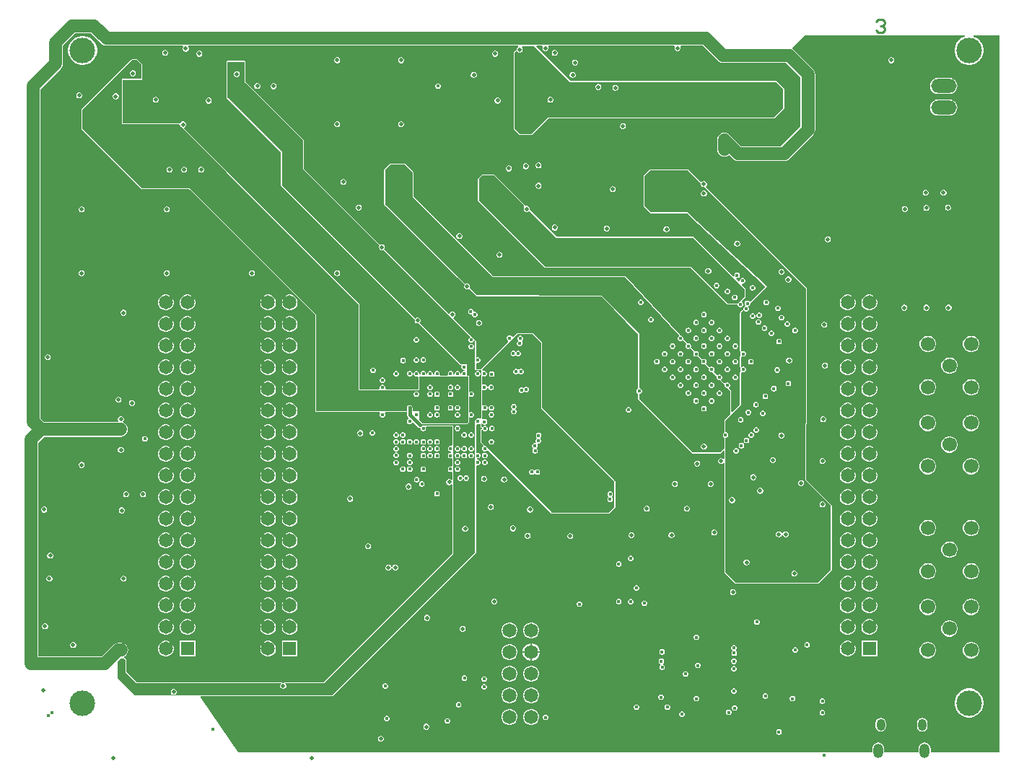
<source format=gbr>
%TF.GenerationSoftware,Altium Limited,Altium Designer,23.5.1 (21)*%
G04 Layer_Physical_Order=3*
G04 Layer_Color=16440176*
%FSLAX45Y45*%
%MOMM*%
%TF.SameCoordinates,DF551FB5-6F85-4ABD-ABAF-5ACF3DF1BB5E*%
%TF.FilePolarity,Positive*%
%TF.FileFunction,Copper,L3,Inr,Signal*%
%TF.Part,Single*%
G01*
G75*
%TA.AperFunction,Conductor*%
%ADD73C,0.15000*%
%ADD79C,1.50000*%
%TA.AperFunction,NonConductor*%
%ADD81C,0.25400*%
%TA.AperFunction,ComponentPad*%
%ADD83C,1.70000*%
%ADD84C,1.65000*%
%ADD85O,1.20000X1.70000*%
%ADD86O,1.00000X1.40000*%
%ADD87O,3.00000X1.65000*%
%ADD88R,1.65000X1.65000*%
%TA.AperFunction,WasherPad*%
%ADD89C,3.00000*%
%TA.AperFunction,ViaPad*%
%ADD90C,0.50000*%
%ADD91C,0.45000*%
%TA.AperFunction,Conductor*%
%ADD92C,0.45000*%
G36*
X6620001Y8020001D02*
X9040001D01*
X9120002Y7940001D01*
Y7710001D01*
X9010002Y7600001D01*
X6360002D01*
X6170002Y7410001D01*
X6030001D01*
X5970002Y7470001D01*
Y8360001D01*
X5988080Y8378080D01*
X6004233Y8376272D01*
X6009462Y8371043D01*
X6022327Y8365715D01*
X6036250D01*
X6049114Y8371043D01*
X6058960Y8380888D01*
X6064288Y8393753D01*
Y8407676D01*
X6058960Y8420540D01*
X6052199Y8427301D01*
X6056561Y8440001D01*
X6200001D01*
X6620001Y8020001D01*
D02*
G37*
G36*
X6280001Y4960001D02*
Y4190001D01*
X7140001Y3330001D01*
X7140001Y3030001D01*
X7070000Y2960001D01*
X6410001Y2960001D01*
X5650301Y3719701D01*
Y3720736D01*
X5645354Y3732681D01*
X5636211Y3741824D01*
X5624266Y3746772D01*
X5623231D01*
X5577802Y3792201D01*
Y3931499D01*
X5590502Y3934025D01*
X5591149Y3932462D01*
X5600292Y3923319D01*
X5612237Y3918372D01*
X5625166D01*
X5637111Y3923319D01*
X5646254Y3932462D01*
X5651201Y3944407D01*
Y3957336D01*
X5646254Y3969281D01*
X5637111Y3978424D01*
X5625166Y3983371D01*
X5612237D01*
X5600292Y3978424D01*
X5591149Y3969281D01*
X5590502Y3967717D01*
X5577802Y3970244D01*
Y4006716D01*
X5581740Y4008802D01*
X5590502Y4010609D01*
X5597792Y4003319D01*
X5609737Y3998372D01*
X5622666D01*
X5634611Y4003319D01*
X5643754Y4012462D01*
X5648701Y4024407D01*
Y4037336D01*
X5643754Y4049281D01*
X5634611Y4058424D01*
X5622666Y4063371D01*
X5609737D01*
X5599166Y4058993D01*
X5594487Y4061606D01*
X5588642Y4067234D01*
Y4159509D01*
X5593628Y4162853D01*
X5601342Y4165912D01*
X5611337Y4161772D01*
X5624266D01*
X5636211Y4166720D01*
X5645354Y4175862D01*
X5650301Y4187807D01*
Y4200736D01*
X5645354Y4212681D01*
X5636211Y4221824D01*
X5624266Y4226772D01*
X5611337D01*
X5601342Y4222632D01*
X5593628Y4225690D01*
X5588642Y4229034D01*
Y4399509D01*
X5591417Y4402181D01*
X5601342Y4406849D01*
X5609737Y4403372D01*
X5622666D01*
X5634611Y4408319D01*
X5643754Y4417462D01*
X5648701Y4429407D01*
X5661202D01*
X5666149Y4417462D01*
X5675292Y4408319D01*
X5687237Y4403372D01*
X5700166D01*
X5712111Y4408319D01*
X5721253Y4417462D01*
X5726201Y4429407D01*
Y4442336D01*
X5721253Y4454281D01*
X5712111Y4463424D01*
X5700166Y4468371D01*
X5687237D01*
X5675292Y4463424D01*
X5666149Y4454281D01*
X5661202Y4442336D01*
X5648701D01*
X5643754Y4454281D01*
X5634611Y4463424D01*
X5622666Y4468371D01*
X5609737D01*
X5601342Y4464894D01*
X5591417Y4469562D01*
X5588642Y4472234D01*
Y4559620D01*
X5601342Y4566874D01*
X5607550Y4564303D01*
X5620479D01*
X5632424Y4569250D01*
X5641567Y4578393D01*
X5646514Y4590338D01*
Y4603267D01*
X5641567Y4615212D01*
X5632424Y4624354D01*
X5620479Y4629302D01*
X5607550D01*
X5601342Y4626731D01*
X5588642Y4633985D01*
Y4639272D01*
X5585472Y4646925D01*
X5585469Y4646938D01*
X5998532Y5060001D01*
X6180001Y5060001D01*
X6280001Y4960001D01*
D02*
G37*
G36*
X2800302Y8019271D02*
X3482802Y7336771D01*
Y6996771D01*
X4380159Y6099414D01*
X4375001Y6086963D01*
Y6073039D01*
X4380330Y6060175D01*
X4390175Y6050330D01*
X4403039Y6045001D01*
X4416963D01*
X4429414Y6050159D01*
X5452802Y5026771D01*
X5451337D01*
X5439392Y5021824D01*
X5430249Y5012681D01*
X5425302Y5000736D01*
Y4987807D01*
X5430249Y4975862D01*
X5439392Y4966719D01*
X5451337Y4961772D01*
X5464266D01*
X5476211Y4966719D01*
X5485354Y4975862D01*
X5490301Y4987807D01*
Y4989272D01*
X5505302Y4974272D01*
Y4639272D01*
X5577818D01*
Y4066772D01*
X5540001D01*
Y4066771D01*
X5531337D01*
X5519392Y4061824D01*
X5510250Y4052681D01*
X5505302Y4040736D01*
Y4031037D01*
X5505301D01*
X5505301Y2495301D01*
X3830001Y820001D01*
X1514003D01*
X1310001Y1014285D01*
Y1218756D01*
X1341247Y1250001D01*
X1379601D01*
X1402649Y1230922D01*
X1400051Y1092664D01*
X1529993Y960001D01*
X3234969D01*
X3234175Y959673D01*
X3224330Y949827D01*
X3219001Y936963D01*
Y923039D01*
X3224330Y910175D01*
X3234175Y900330D01*
X3247039Y895001D01*
X3260963D01*
X3273827Y900330D01*
X3283673Y910175D01*
X3289001Y923039D01*
Y936963D01*
X3283673Y949827D01*
X3273827Y959673D01*
X3273034Y960001D01*
X3730001D01*
X5250302Y2480302D01*
Y4001290D01*
X5410411D01*
X5418065Y4004461D01*
X5418065Y4004461D01*
X5432956Y4019351D01*
X5436126Y4027005D01*
Y4089986D01*
X5439392Y4086720D01*
X5451337Y4081772D01*
X5464266D01*
X5476211Y4086720D01*
X5485354Y4095862D01*
X5490301Y4107807D01*
Y4120736D01*
X5485354Y4132681D01*
X5476211Y4141824D01*
X5464266Y4146771D01*
X5451337D01*
X5439392Y4141824D01*
X5436126Y4138558D01*
Y4329986D01*
X5439392Y4326720D01*
X5451337Y4321772D01*
X5464266D01*
X5476211Y4326720D01*
X5485354Y4335862D01*
X5490301Y4347807D01*
Y4360736D01*
X5485354Y4372681D01*
X5476211Y4381824D01*
X5464266Y4386772D01*
X5451337D01*
X5439392Y4381824D01*
X5436126Y4378558D01*
Y4561772D01*
X5432956Y4569425D01*
X5425302Y4572596D01*
X5410302D01*
Y4706772D01*
X5337802D01*
X4852036Y5192538D01*
X4859673Y5200175D01*
X4865001Y5213039D01*
Y5226963D01*
X4859673Y5239827D01*
X4849827Y5249673D01*
X4836963Y5255001D01*
X4823039D01*
X4810175Y5249673D01*
X4802538Y5242035D01*
X4789572Y5255001D01*
X3237802Y6806772D01*
Y7201772D01*
X2600302Y7839271D01*
Y8255029D01*
X2800302D01*
Y8019271D01*
D02*
G37*
G36*
X1587934Y8224139D02*
Y8054272D01*
X1357802D01*
Y7525084D01*
X2028461Y7523611D01*
X2049221Y7502851D01*
X2050330Y7500175D01*
X2060175Y7490330D01*
X2062851Y7489222D01*
X2591743Y6960330D01*
X4139682Y5412391D01*
Y4401771D01*
X4850301D01*
Y4427806D01*
X4850302Y4427807D01*
Y4440736D01*
X4850301Y4440737D01*
X4850301Y4507806D01*
X4850302Y4507807D01*
Y4520736D01*
X4850301Y4520736D01*
X4850302Y4561772D01*
X5425302D01*
Y4027005D01*
X5410411Y4012114D01*
X4884967D01*
X4881233Y4017703D01*
X4850302Y4048634D01*
Y4154272D01*
X4770938D01*
Y4194272D01*
X4770302Y4197473D01*
Y4200736D01*
X4769053Y4203752D01*
X4768416Y4206952D01*
X4766603Y4209665D01*
X4765354Y4212681D01*
X4763045Y4214990D01*
X4761233Y4217703D01*
X4758520Y4219515D01*
X4756211Y4221824D01*
X4753195Y4223073D01*
X4750482Y4224886D01*
X4747282Y4225523D01*
X4744266Y4226772D01*
X4741003D01*
X4737802Y4227408D01*
X4734601Y4226772D01*
X4731337D01*
X4728322Y4225523D01*
X4725121Y4224886D01*
X4722408Y4223073D01*
X4719392Y4221824D01*
X4717084Y4219515D01*
X4714371Y4217703D01*
X4712558Y4214990D01*
X4710250Y4212681D01*
X4709000Y4209665D01*
X4707188Y4206952D01*
X4706551Y4203752D01*
X4705302Y4200736D01*
Y4197473D01*
X4704665Y4194272D01*
Y4154272D01*
X3638803D01*
Y5293270D01*
X2157801Y6774272D01*
X1595302D01*
X895444Y7474129D01*
Y7691914D01*
X1477802Y8274271D01*
X1537801D01*
X1587934Y8224139D01*
D02*
G37*
G36*
X1119378Y8469379D02*
X1137134Y8455754D01*
X1157812Y8447189D01*
X1180001Y8444268D01*
X1180003Y8444268D01*
X2076810D01*
X2082070Y8431568D01*
X2080330Y8429827D01*
X2075001Y8416963D01*
Y8403040D01*
X2080330Y8390175D01*
X2090175Y8380330D01*
X2103039Y8375002D01*
X2116963D01*
X2129827Y8380330D01*
X2139673Y8390175D01*
X2145001Y8403040D01*
Y8416963D01*
X2139673Y8429827D01*
X2137932Y8431568D01*
X2143193Y8444268D01*
X6009790D01*
X6012316Y8431568D01*
X6009462Y8430386D01*
X5999617Y8420540D01*
X5994288Y8407676D01*
Y8401056D01*
X5992296Y8396191D01*
X5989055Y8390589D01*
X5983295Y8387107D01*
X5981325Y8386537D01*
X5981016Y8385978D01*
X5980426Y8385734D01*
X5962348Y8367655D01*
X5962348Y8367655D01*
X5959178Y8360001D01*
Y7470001D01*
X5962348Y7462347D01*
X6022347Y7402348D01*
X6030001Y7399177D01*
X6170000D01*
X6170002Y7399176D01*
X6177656Y7402347D01*
X6177656Y7402349D01*
X6364485Y7589177D01*
X9010001D01*
X9010002Y7589177D01*
X9017655Y7592348D01*
X9127655Y7702348D01*
X9130826Y7710001D01*
Y7940000D01*
X9130827Y7940001D01*
X9127656Y7947655D01*
X9127654Y7947656D01*
X9047655Y8027655D01*
X9040001Y8030825D01*
X6624485D01*
X6222775Y8432535D01*
X6227635Y8444268D01*
X6290677D01*
X6297944Y8431568D01*
X6295002Y8424463D01*
Y8410539D01*
X6300330Y8397675D01*
X6310176Y8387830D01*
X6323040Y8382501D01*
X6336963D01*
X6349828Y8387830D01*
X6359673Y8397675D01*
X6365001Y8410539D01*
Y8424463D01*
X6362059Y8431568D01*
X6369326Y8444268D01*
X7841284D01*
X7848717Y8431568D01*
X7845892Y8424746D01*
Y8410822D01*
X7851220Y8397958D01*
X7861066Y8388113D01*
X7873930Y8382784D01*
X7887853D01*
X7900717Y8388113D01*
X7910563Y8397958D01*
X7915891Y8410822D01*
Y8424746D01*
X7913066Y8431568D01*
X7920499Y8444268D01*
X8178273D01*
X8353162Y8269379D01*
X8370918Y8255754D01*
X8391596Y8247189D01*
X8413785Y8244268D01*
X9154489D01*
X9324268Y8074489D01*
Y7495513D01*
X9094490Y7265735D01*
X8625513D01*
X8490624Y7400624D01*
X8472868Y7414249D01*
X8452191Y7422814D01*
X8430001Y7425735D01*
X8407812Y7422814D01*
X8387134Y7414249D01*
X8369378Y7400624D01*
X8355754Y7382868D01*
X8347189Y7362191D01*
X8344268Y7340002D01*
Y7230001D01*
X8347189Y7207812D01*
X8355754Y7187134D01*
X8369378Y7169379D01*
X8387134Y7155754D01*
X8407812Y7147189D01*
X8430001Y7144268D01*
X8452191Y7147189D01*
X8472868Y7155754D01*
X8484261Y7164496D01*
X8529379Y7119379D01*
X8547135Y7105754D01*
X8567812Y7097189D01*
X8590001Y7094268D01*
X9130002D01*
X9152191Y7097189D01*
X9172868Y7105754D01*
X9190624Y7119379D01*
X9470624Y7399379D01*
X9484249Y7417135D01*
X9492814Y7437812D01*
X9495735Y7460001D01*
Y8110001D01*
X9492814Y8132191D01*
X9484249Y8152868D01*
X9470624Y8170624D01*
X9250624Y8390624D01*
X9232868Y8404249D01*
X9225715Y8407212D01*
X9225608Y8421002D01*
X9370466Y8565861D01*
X11068483D01*
X11068483Y8565847D01*
X11247550Y8565666D01*
X11250414Y8553468D01*
X11219476Y8540653D01*
X11191633Y8522049D01*
X11167954Y8498370D01*
X11149350Y8470527D01*
X11136535Y8439589D01*
X11130002Y8406745D01*
Y8373258D01*
X11136535Y8340414D01*
X11149350Y8309476D01*
X11167954Y8281633D01*
X11191633Y8257954D01*
X11219476Y8239350D01*
X11250414Y8226535D01*
X11283258Y8220002D01*
X11316745D01*
X11349589Y8226535D01*
X11380527Y8239350D01*
X11408370Y8257954D01*
X11432049Y8281633D01*
X11450654Y8309476D01*
X11463468Y8340414D01*
X11470001Y8373258D01*
Y8406745D01*
X11463468Y8439589D01*
X11450654Y8470527D01*
X11432049Y8498370D01*
X11408370Y8522049D01*
X11380527Y8540653D01*
X11349589Y8553468D01*
X11352612Y8565560D01*
X11659022Y8565251D01*
X11659023Y150001D01*
X10850605D01*
Y195001D01*
X10848199Y213275D01*
X10841146Y230303D01*
X10829926Y244926D01*
X10815303Y256146D01*
X10798275Y263199D01*
X10780001Y265605D01*
X10761728Y263199D01*
X10744699Y256146D01*
X10730077Y244926D01*
X10718856Y230303D01*
X10711803Y213275D01*
X10709397Y195001D01*
Y150001D01*
X10305605D01*
Y195001D01*
X10303199Y213275D01*
X10296146Y230303D01*
X10284925Y244926D01*
X10270303Y256146D01*
X10253274Y263199D01*
X10235001Y265605D01*
X10216727Y263199D01*
X10199699Y256146D01*
X10185076Y244926D01*
X10173856Y230303D01*
X10166803Y213275D01*
X10164397Y195001D01*
Y150001D01*
X9612501D01*
X9606466Y152501D01*
X9593537D01*
X9587502Y150001D01*
X2725698D01*
X2282120Y797943D01*
X2288043Y809177D01*
X3830001D01*
X3837655Y812348D01*
X5512955Y2487647D01*
X5516125Y2495301D01*
X5516125Y3514326D01*
X5528825Y3522812D01*
X5531337Y3521772D01*
X5544266D01*
X5556211Y3526720D01*
X5565354Y3535862D01*
X5570302Y3547807D01*
Y3560736D01*
X5565354Y3572681D01*
X5556211Y3581824D01*
X5544266Y3586772D01*
X5538419D01*
X5528605Y3595115D01*
X5531337Y3601094D01*
X5544266D01*
X5556211Y3606042D01*
X5565354Y3615184D01*
X5570302Y3627129D01*
Y3640058D01*
X5565354Y3652003D01*
X5556211Y3661146D01*
X5544266Y3666094D01*
X5531337D01*
X5528825Y3665053D01*
X5516125Y3673539D01*
Y3994326D01*
X5528826Y4002812D01*
X5531337Y4001772D01*
X5544266D01*
X5554278Y4005918D01*
X5561960Y4002878D01*
X5566978Y3999525D01*
Y3970244D01*
X5568186Y3967327D01*
X5568802Y3964230D01*
X5569724Y3963614D01*
X5570148Y3962590D01*
X5573065Y3961382D01*
X5575690Y3959628D01*
X5586082Y3957561D01*
X5586202Y3957336D01*
Y3944407D01*
X5586082Y3944182D01*
X5575690Y3942115D01*
X5573065Y3940361D01*
X5570148Y3939153D01*
X5569724Y3938129D01*
X5568802Y3937513D01*
X5568186Y3934416D01*
X5566978Y3931499D01*
Y3792202D01*
X5566977Y3792201D01*
X5570147Y3784547D01*
X5570149Y3784546D01*
X5601628Y3753067D01*
X5599392Y3741824D01*
X5590249Y3732681D01*
X5585302Y3720736D01*
Y3707807D01*
X5590249Y3695862D01*
X5599392Y3686720D01*
X5611337Y3681772D01*
X5624266D01*
X5636211Y3686720D01*
X5643113Y3693622D01*
X5657503Y3697193D01*
X6402347Y2952348D01*
X6410001Y2949177D01*
X7069999Y2949177D01*
X7070000Y2949176D01*
X7077655Y2952346D01*
X7077655Y2952348D01*
X7147655Y3022347D01*
X7150825Y3030001D01*
X7150825Y3330001D01*
X7147655Y3337655D01*
X6290825Y4194485D01*
Y4960000D01*
X6290826Y4960001D01*
X6287656Y4967655D01*
X6287654Y4967656D01*
X6187655Y5067655D01*
X6180001Y5070825D01*
X5998532Y5070825D01*
X5998532Y5070825D01*
X5990878Y5067655D01*
X5952790Y5029567D01*
X5937924Y5032270D01*
X5928782Y5041412D01*
X5916837Y5046360D01*
X5903908D01*
X5891963Y5041412D01*
X5882820Y5032270D01*
X5877872Y5020325D01*
Y5007396D01*
X5882820Y4995451D01*
X5891962Y4986308D01*
X5894665Y4971442D01*
X5577815Y4654592D01*
X5577366Y4653507D01*
X5576397Y4652842D01*
X5576202Y4651798D01*
X5575472Y4651068D01*
Y4650096D01*
X5516126D01*
Y4714326D01*
X5528826Y4722812D01*
X5531337Y4721772D01*
X5544266D01*
X5556211Y4726719D01*
X5565354Y4735862D01*
X5570302Y4747807D01*
Y4760736D01*
X5565354Y4772681D01*
X5556211Y4781824D01*
X5544266Y4786771D01*
X5531337D01*
X5528826Y4785731D01*
X5516126Y4794217D01*
Y4974271D01*
X5516126Y4974272D01*
X5512955Y4981926D01*
X5497955Y4996926D01*
X5490301Y5000096D01*
Y5000736D01*
X5485354Y5012681D01*
X5476211Y5021824D01*
X5464266Y5026771D01*
X5463626D01*
X5460456Y5034425D01*
X5460455Y5034425D01*
X5251613Y5243268D01*
X5254654Y5258187D01*
X5259827Y5260330D01*
X5269673Y5270175D01*
X5275001Y5283039D01*
Y5296963D01*
X5269673Y5309827D01*
X5259827Y5319673D01*
X5246963Y5325001D01*
X5233040D01*
X5220175Y5319673D01*
X5210330Y5309827D01*
X5208187Y5304654D01*
X5193268Y5301612D01*
X4437189Y6057691D01*
X4439673Y6060175D01*
X4445001Y6073039D01*
Y6086963D01*
X4439673Y6099827D01*
X4429827Y6109673D01*
X4416963Y6115001D01*
X4403039D01*
X4390175Y6109673D01*
X4387692Y6107189D01*
X3493626Y7001254D01*
Y7336770D01*
X3493627Y7336771D01*
X3490456Y7344425D01*
X3490455Y7344425D01*
X2811126Y8023755D01*
Y8255029D01*
X2807956Y8262683D01*
X2800302Y8265853D01*
X2600302D01*
X2592648Y8262683D01*
X2589478Y8255029D01*
Y7839272D01*
X2589478Y7839271D01*
X2592648Y7831618D01*
X3226978Y7197288D01*
Y6806772D01*
X3230148Y6799118D01*
X3230148Y6799118D01*
X4781919Y5247347D01*
X4794884Y5234382D01*
X4797607Y5233254D01*
X4795001Y5226963D01*
Y5213039D01*
X4800330Y5200175D01*
X4810175Y5190330D01*
X4823039Y5185001D01*
X4836963D01*
X4844382Y5184884D01*
X5330148Y4699118D01*
X5337802Y4695948D01*
X5337856D01*
X5346342Y4683247D01*
X5345302Y4680736D01*
Y4667807D01*
X5350250Y4655862D01*
X5359392Y4646719D01*
X5371337Y4641772D01*
X5384266D01*
X5386127Y4636121D01*
X5375429Y4626771D01*
X5371337D01*
X5359392Y4621824D01*
X5350250Y4612681D01*
X5345302Y4600736D01*
Y4587807D01*
X5339651Y4585947D01*
X5330302Y4596644D01*
Y4600736D01*
X5325354Y4612681D01*
X5316211Y4621824D01*
X5304266Y4626771D01*
X5291337D01*
X5279392Y4621824D01*
X5270250Y4612681D01*
X5265302Y4600736D01*
Y4587807D01*
X5259651Y4585947D01*
X5250301Y4596644D01*
Y4600736D01*
X5245354Y4612681D01*
X5236211Y4621824D01*
X5224266Y4626771D01*
X5211337D01*
X5199392Y4621824D01*
X5190249Y4612681D01*
X5185302Y4600736D01*
Y4587807D01*
X5186342Y4585296D01*
X5177856Y4572596D01*
X5097747D01*
X5089261Y4585296D01*
X5090301Y4587807D01*
Y4600736D01*
X5085354Y4612681D01*
X5076211Y4621824D01*
X5064266Y4626771D01*
X5051337D01*
X5039392Y4621824D01*
X5030250Y4612681D01*
X5025302Y4600736D01*
Y4587807D01*
X5019651Y4585947D01*
X5010302Y4596644D01*
Y4600736D01*
X5005354Y4612681D01*
X4996211Y4621824D01*
X4984266Y4626771D01*
X4971337D01*
X4959392Y4621824D01*
X4950250Y4612681D01*
X4945302Y4600736D01*
Y4587807D01*
X4939652Y4585947D01*
X4930302Y4596644D01*
Y4600736D01*
X4925354Y4612681D01*
X4916212Y4621824D01*
X4904267Y4626771D01*
X4891337D01*
X4879392Y4621824D01*
X4870250Y4612681D01*
X4865302Y4600736D01*
Y4587807D01*
X4859549Y4585755D01*
X4850302Y4596272D01*
Y4600736D01*
X4845354Y4612681D01*
X4836212Y4621824D01*
X4824266Y4626771D01*
X4811337D01*
X4799392Y4621824D01*
X4790250Y4612681D01*
X4785302Y4600736D01*
Y4587807D01*
X4790250Y4575862D01*
X4799392Y4566719D01*
X4811337Y4561772D01*
X4824266D01*
X4827298Y4563027D01*
X4839478Y4554326D01*
X4839477Y4520736D01*
X4839478Y4520736D01*
Y4507807D01*
X4839477Y4507806D01*
X4839477Y4440737D01*
X4839478Y4440736D01*
Y4427807D01*
X4839477Y4427806D01*
Y4412595D01*
X4457747D01*
X4449262Y4425296D01*
X4450302Y4427807D01*
Y4440736D01*
X4445354Y4452681D01*
X4436212Y4461824D01*
X4424266Y4466771D01*
X4411337D01*
X4399392Y4461824D01*
X4390250Y4452681D01*
X4385302Y4440736D01*
Y4427807D01*
X4386342Y4425296D01*
X4377856Y4412595D01*
X4150506D01*
Y5412391D01*
X4147336Y5420045D01*
X4147335Y5420045D01*
X2599397Y6967984D01*
X2599396Y6967984D01*
X2093442Y7473939D01*
X2096422Y7488919D01*
X2099827Y7490330D01*
X2109673Y7500175D01*
X2115001Y7513040D01*
Y7526963D01*
X2109673Y7539827D01*
X2099827Y7549673D01*
X2086963Y7555001D01*
X2073039D01*
X2060175Y7549673D01*
X2050330Y7539827D01*
X2048919Y7536422D01*
X2036115Y7531265D01*
X2032301Y7532845D01*
X2028485Y7534435D01*
X1368626Y7535884D01*
Y8043448D01*
X1587934D01*
X1595588Y8046618D01*
X1598758Y8054272D01*
Y8224139D01*
X1595588Y8231793D01*
X1545455Y8281925D01*
X1537801Y8285095D01*
X1477802D01*
X1477802Y8285096D01*
X1470148Y8281925D01*
X887791Y7699568D01*
X884621Y7691914D01*
Y7474129D01*
X887791Y7466475D01*
X887791Y7466475D01*
X1587648Y6766618D01*
X1595302Y6763448D01*
X2153318D01*
X3627979Y5288786D01*
Y4154272D01*
X3631149Y4146618D01*
X3638803Y4143448D01*
X4383055D01*
X4386409Y4138430D01*
X4389449Y4130748D01*
X4385302Y4120736D01*
Y4107807D01*
X4390250Y4095862D01*
X4399392Y4086720D01*
X4411337Y4081772D01*
X4424266D01*
X4436212Y4086720D01*
X4445354Y4095862D01*
X4450302Y4107807D01*
Y4120736D01*
X4446155Y4130748D01*
X4449195Y4138430D01*
X4452548Y4143448D01*
X4704665D01*
Y4114272D01*
X4705302Y4111071D01*
Y4107807D01*
X4706551Y4104792D01*
X4707188Y4101591D01*
X4709001Y4098878D01*
X4710250Y4095862D01*
X4712558Y4093554D01*
X4714371Y4090841D01*
X4726707Y4078505D01*
X4723660Y4063591D01*
X4719392Y4061823D01*
X4710250Y4052681D01*
X4705302Y4040736D01*
Y4027807D01*
X4710250Y4015862D01*
X4719392Y4006719D01*
X4731337Y4001772D01*
X4744266D01*
X4756211Y4006719D01*
X4765354Y4015862D01*
X4767122Y4020129D01*
X4782035Y4023176D01*
X4834371Y3970841D01*
X4845121Y3963658D01*
X4857802Y3961135D01*
X4865302Y3949678D01*
Y3947807D01*
X4870250Y3935862D01*
X4879392Y3926720D01*
X4891337Y3921772D01*
X4904267D01*
X4916212Y3926720D01*
X4925354Y3935862D01*
X4930302Y3947807D01*
Y3960736D01*
X4929062Y3963729D01*
X4937548Y3976429D01*
X5239478D01*
Y3754217D01*
X5226777Y3745731D01*
X5224266Y3746772D01*
X5211337D01*
X5199392Y3741824D01*
X5190249Y3732681D01*
X5185302Y3720736D01*
Y3707807D01*
X5190249Y3695862D01*
X5199392Y3686720D01*
X5211337Y3681772D01*
X5224266D01*
X5226127Y3676121D01*
X5215429Y3666771D01*
X5211337D01*
X5199392Y3661824D01*
X5190249Y3652681D01*
X5185302Y3640736D01*
Y3627807D01*
X5190249Y3615862D01*
X5199392Y3606719D01*
X5211337Y3601772D01*
X5224266D01*
X5226777Y3602812D01*
X5239478Y3594326D01*
Y3514217D01*
X5226777Y3505731D01*
X5224266Y3506771D01*
X5211337D01*
X5199392Y3501824D01*
X5190249Y3492681D01*
X5185302Y3480736D01*
Y3467807D01*
X5190249Y3455862D01*
X5199392Y3446720D01*
X5211337Y3441772D01*
X5224266D01*
X5226777Y3442812D01*
X5239478Y3434326D01*
Y3350966D01*
X5226778Y3345706D01*
X5221363Y3351121D01*
X5208499Y3356449D01*
X5194575D01*
X5181711Y3351121D01*
X5171865Y3341275D01*
X5166537Y3328411D01*
Y3314487D01*
X5171865Y3301623D01*
X5181711Y3291778D01*
X5194575Y3286449D01*
X5208499D01*
X5221363Y3291778D01*
X5226778Y3297192D01*
X5239478Y3291932D01*
Y2484785D01*
X3725518Y970825D01*
X3273034D01*
X3271044Y970001D01*
X3268891D01*
X3267369Y968479D01*
X3265380Y967655D01*
X3260963Y965001D01*
X3247039D01*
X3242622Y967655D01*
X3240634Y968479D01*
X3239111Y970002D01*
X3236957Y970002D01*
X3234969Y970825D01*
X1534542D01*
X1410959Y1096997D01*
X1413471Y1230718D01*
X1413235Y1231319D01*
X1413425Y1231937D01*
X1411752Y1235100D01*
X1410445Y1238430D01*
X1409853Y1238689D01*
X1409551Y1239259D01*
X1386503Y1258339D01*
X1385074Y1258779D01*
X1383616Y1263881D01*
X1384807Y1272415D01*
X1392868Y1275754D01*
X1410624Y1289379D01*
X1424249Y1307135D01*
X1432813Y1327812D01*
X1435735Y1350001D01*
X1432813Y1372191D01*
X1424249Y1392868D01*
X1410624Y1410624D01*
X1392868Y1424249D01*
X1372191Y1432813D01*
X1350001Y1435735D01*
X1320001D01*
X1297812Y1432813D01*
X1277135Y1424249D01*
X1259379Y1410624D01*
X1122490Y1273735D01*
X377735D01*
Y1340001D01*
Y3786489D01*
X445514Y3854268D01*
X1347308D01*
X1369497Y3857189D01*
X1390175Y3865754D01*
X1407931Y3879379D01*
X1421555Y3897134D01*
X1430120Y3917812D01*
X1433041Y3940001D01*
X1430120Y3962191D01*
X1421555Y3982868D01*
X1407931Y4000624D01*
X1390175Y4014249D01*
X1376149Y4020058D01*
X1375874Y4020506D01*
X1374044Y4034547D01*
X1379673Y4040175D01*
X1385001Y4053039D01*
Y4066963D01*
X1379673Y4079827D01*
X1369827Y4089673D01*
X1356963Y4095001D01*
X1343039D01*
X1330175Y4089673D01*
X1320330Y4079827D01*
X1315001Y4066963D01*
Y4053039D01*
X1320330Y4040175D01*
X1322071Y4038435D01*
X1316810Y4025735D01*
X445514D01*
X405735Y4065514D01*
Y7934489D01*
X643124Y8171879D01*
X656749Y8189635D01*
X665314Y8210312D01*
X668235Y8232501D01*
Y8443576D01*
X816427Y8591768D01*
X996989D01*
X1119378Y8469379D01*
D02*
G37*
%LPC*%
G36*
X6956963Y7995001D02*
X6943039D01*
X6930175Y7989673D01*
X6920330Y7979827D01*
X6915001Y7966963D01*
Y7953039D01*
X6920330Y7940175D01*
X6930175Y7930330D01*
X6943039Y7925001D01*
X6956963D01*
X6969827Y7930330D01*
X6979673Y7940175D01*
X6985001Y7953039D01*
Y7966963D01*
X6979673Y7979827D01*
X6969827Y7989673D01*
X6956963Y7995001D01*
D02*
G37*
G36*
X7156963Y7985001D02*
X7143040D01*
X7130175Y7979673D01*
X7120330Y7969827D01*
X7115002Y7956963D01*
Y7943039D01*
X7120330Y7930175D01*
X7130175Y7920330D01*
X7143040Y7915001D01*
X7156963D01*
X7169827Y7920330D01*
X7179673Y7930175D01*
X7185001Y7943039D01*
Y7956963D01*
X7179673Y7969827D01*
X7169827Y7979673D01*
X7156963Y7985001D01*
D02*
G37*
G36*
X6396250Y7845714D02*
X6382327D01*
X6369462Y7840386D01*
X6359617Y7830540D01*
X6354289Y7817676D01*
Y7803752D01*
X6359617Y7790888D01*
X6369462Y7781043D01*
X6382327Y7775714D01*
X6396250D01*
X6409114Y7781043D01*
X6418960Y7790888D01*
X6424288Y7803752D01*
Y7817676D01*
X6418960Y7830540D01*
X6409114Y7840386D01*
X6396250Y7845714D01*
D02*
G37*
G36*
X6043178Y5042746D02*
X6030249D01*
X6018304Y5037798D01*
X6009161Y5028656D01*
X6004214Y5016711D01*
Y5003782D01*
X6008382Y4993717D01*
X6008887Y4990390D01*
X6006299Y4976739D01*
X6001201Y4971641D01*
X5996253Y4959696D01*
Y4946767D01*
X6001201Y4934821D01*
X6010343Y4925679D01*
X6022288Y4920731D01*
X6035218D01*
X6047163Y4925679D01*
X6056305Y4934821D01*
X6061253Y4946767D01*
Y4959696D01*
X6057084Y4969760D01*
X6056580Y4973088D01*
X6059168Y4986739D01*
X6064265Y4991837D01*
X6069213Y5003782D01*
Y5016711D01*
X6064265Y5028656D01*
X6055123Y5037798D01*
X6043178Y5042746D01*
D02*
G37*
G36*
X6017666Y4865871D02*
X6004737D01*
X5992792Y4860923D01*
X5990748Y4858880D01*
X5982451Y4852677D01*
X5974155Y4858880D01*
X5972111Y4860923D01*
X5960166Y4865871D01*
X5947237D01*
X5935292Y4860923D01*
X5926149Y4851781D01*
X5921202Y4839836D01*
Y4826907D01*
X5926149Y4814962D01*
X5935292Y4805819D01*
X5947237Y4800872D01*
X5960166D01*
X5972111Y4805819D01*
X5974155Y4807863D01*
X5982451Y4814066D01*
X5990748Y4807863D01*
X5992792Y4805819D01*
X6004737Y4800872D01*
X6017666D01*
X6029611Y4805819D01*
X6038753Y4814962D01*
X6043701Y4826907D01*
Y4839836D01*
X6038753Y4851781D01*
X6029611Y4860923D01*
X6017666Y4865871D01*
D02*
G37*
G36*
X6049716Y4652501D02*
X6036787D01*
X6024842Y4647554D01*
X6022548Y4645260D01*
X6014251Y4639429D01*
X6005955Y4645260D01*
X6003661Y4647554D01*
X5991716Y4652501D01*
X5978787D01*
X5966842Y4647554D01*
X5957699Y4638411D01*
X5952752Y4626466D01*
Y4613537D01*
X5957699Y4601592D01*
X5966842Y4592449D01*
X5978787Y4587502D01*
X5991716D01*
X6003661Y4592449D01*
X6005955Y4594743D01*
X6014251Y4600574D01*
X6022548Y4594743D01*
X6024842Y4592449D01*
X6036787Y4587502D01*
X6049716D01*
X6061661Y4592449D01*
X6070803Y4601592D01*
X6075751Y4613537D01*
Y4626466D01*
X6070803Y4638411D01*
X6061661Y4647554D01*
X6049716Y4652501D01*
D02*
G37*
G36*
X5706454Y4622492D02*
X5693525D01*
X5681580Y4617544D01*
X5672438Y4608402D01*
X5667490Y4596457D01*
Y4583528D01*
X5672438Y4571582D01*
X5681580Y4562440D01*
X5693525Y4557492D01*
X5706454D01*
X5718400Y4562440D01*
X5727542Y4571582D01*
X5732490Y4583528D01*
Y4596457D01*
X5727542Y4608402D01*
X5718400Y4617544D01*
X5706454Y4622492D01*
D02*
G37*
G36*
X6112123Y4440554D02*
X6099194D01*
X6087249Y4435606D01*
X6082159Y4430516D01*
X6067161Y4427554D01*
X6055216Y4432501D01*
X6042287D01*
X6030342Y4427554D01*
X6021199Y4418411D01*
X6016252Y4406466D01*
Y4393537D01*
X6021199Y4381592D01*
X6030342Y4372449D01*
X6042287Y4367502D01*
X6055216D01*
X6067161Y4372449D01*
X6072251Y4377539D01*
X6087249Y4380502D01*
X6099194Y4375554D01*
X6112123D01*
X6124068Y4380502D01*
X6133210Y4389644D01*
X6138158Y4401589D01*
Y4414518D01*
X6133210Y4426464D01*
X6124068Y4435606D01*
X6112123Y4440554D01*
D02*
G37*
G36*
X5704266Y4226772D02*
X5691337D01*
X5679392Y4221824D01*
X5670250Y4212681D01*
X5665302Y4200736D01*
Y4187807D01*
X5670250Y4175862D01*
X5679392Y4166720D01*
X5691337Y4161772D01*
X5704266D01*
X5716211Y4166720D01*
X5725354Y4175862D01*
X5730301Y4187807D01*
Y4200736D01*
X5725354Y4212681D01*
X5716211Y4221824D01*
X5704266Y4226772D01*
D02*
G37*
G36*
X5966466Y4240967D02*
X5953537D01*
X5941592Y4236019D01*
X5932449Y4226877D01*
X5927502Y4214932D01*
Y4202003D01*
X5932449Y4190057D01*
X5934743Y4187764D01*
X5940574Y4179467D01*
X5934743Y4171170D01*
X5932449Y4168877D01*
X5927502Y4156932D01*
Y4144003D01*
X5932449Y4132058D01*
X5941592Y4122915D01*
X5953537Y4117967D01*
X5966466D01*
X5978411Y4122915D01*
X5987554Y4132058D01*
X5992501Y4144003D01*
Y4156932D01*
X5987554Y4168877D01*
X5985260Y4171170D01*
X5979429Y4179467D01*
X5985260Y4187764D01*
X5987554Y4190057D01*
X5992501Y4202003D01*
Y4214932D01*
X5987554Y4226877D01*
X5978411Y4236019D01*
X5966466Y4240967D01*
D02*
G37*
G36*
X5703204Y4147834D02*
X5690275D01*
X5678330Y4142886D01*
X5669187Y4133744D01*
X5664239Y4121798D01*
Y4108869D01*
X5669187Y4096924D01*
X5678330Y4087782D01*
X5690275Y4082834D01*
X5703204D01*
X5715149Y4087782D01*
X5724291Y4096924D01*
X5729239Y4108869D01*
Y4121798D01*
X5724291Y4133744D01*
X5715149Y4142886D01*
X5703204Y4147834D01*
D02*
G37*
G36*
X5707666Y3985871D02*
X5694737D01*
X5682792Y3980924D01*
X5673649Y3971781D01*
X5668702Y3959836D01*
Y3946907D01*
X5673649Y3934962D01*
X5682792Y3925819D01*
X5694737Y3920872D01*
X5707666D01*
X5719611Y3925819D01*
X5728754Y3934962D01*
X5733701Y3946907D01*
Y3959836D01*
X5728754Y3971781D01*
X5719611Y3980924D01*
X5707666Y3985871D01*
D02*
G37*
G36*
X6256466Y3902501D02*
X6243537D01*
X6231592Y3897554D01*
X6222449Y3888411D01*
X6217502Y3876466D01*
Y3863537D01*
X6222449Y3851592D01*
X6224813Y3849229D01*
X6229155Y3838921D01*
X6224813Y3832635D01*
X6220589Y3828411D01*
X6215641Y3816466D01*
Y3803537D01*
X6220589Y3791592D01*
X6221741Y3790439D01*
X6214547Y3779673D01*
X6213900Y3779941D01*
X6200971D01*
X6189025Y3774993D01*
X6179883Y3765851D01*
X6174935Y3753906D01*
Y3740977D01*
X6179883Y3729031D01*
X6189025Y3719889D01*
X6183180Y3709141D01*
X6182449Y3708411D01*
X6177501Y3696466D01*
Y3683537D01*
X6182449Y3671592D01*
X6191592Y3662449D01*
X6203537Y3657501D01*
X6216466D01*
X6228411Y3662449D01*
X6237553Y3671592D01*
X6242501Y3683537D01*
Y3696466D01*
X6237553Y3708411D01*
X6228411Y3717553D01*
X6234257Y3728301D01*
X6234987Y3729031D01*
X6239935Y3740977D01*
Y3753906D01*
X6234987Y3765851D01*
X6233835Y3767003D01*
X6241029Y3777769D01*
X6241676Y3777501D01*
X6254605D01*
X6266550Y3782449D01*
X6275693Y3791592D01*
X6280640Y3803537D01*
Y3816466D01*
X6275693Y3828411D01*
X6273330Y3830774D01*
X6268987Y3841081D01*
X6273330Y3847368D01*
X6277554Y3851592D01*
X6282501Y3863537D01*
Y3876466D01*
X6277554Y3888411D01*
X6268411Y3897554D01*
X6256466Y3902501D01*
D02*
G37*
G36*
X5704266Y3826772D02*
X5691337D01*
X5679392Y3821824D01*
X5670250Y3812681D01*
X5665302Y3800736D01*
Y3787807D01*
X5670250Y3775862D01*
X5679392Y3766720D01*
X5691337Y3761772D01*
X5704266D01*
X5716211Y3766720D01*
X5725354Y3775862D01*
X5730301Y3787807D01*
Y3800736D01*
X5725354Y3812681D01*
X5716211Y3821824D01*
X5704266Y3826772D01*
D02*
G37*
G36*
X6240970Y3472501D02*
X6228041D01*
X6216096Y3467554D01*
X6210027Y3461485D01*
X6202253Y3459569D01*
X6194480Y3461485D01*
X6188411Y3467554D01*
X6176466Y3472501D01*
X6163537D01*
X6151592Y3467554D01*
X6142449Y3458411D01*
X6137502Y3446466D01*
Y3433537D01*
X6142449Y3421592D01*
X6151592Y3412449D01*
X6163537Y3407502D01*
X6176466D01*
X6188411Y3412449D01*
X6194480Y3418518D01*
X6202254Y3420434D01*
X6210027Y3418518D01*
X6216096Y3412449D01*
X6228041Y3407502D01*
X6240970D01*
X6252915Y3412449D01*
X6262058Y3421592D01*
X6267005Y3433537D01*
Y3446466D01*
X6262058Y3458411D01*
X6252915Y3467554D01*
X6240970Y3472501D01*
D02*
G37*
G36*
X7096466Y3212501D02*
X7083537D01*
X7071592Y3207554D01*
X7062449Y3198411D01*
X7057502Y3186466D01*
Y3173537D01*
X7062449Y3161592D01*
X7064813Y3159229D01*
X7069155Y3148921D01*
X7064813Y3142635D01*
X7060589Y3138411D01*
X7055641Y3126466D01*
Y3113537D01*
X7060589Y3101592D01*
X7069731Y3092449D01*
X7081676Y3087502D01*
X7094605D01*
X7106550Y3092449D01*
X7115693Y3101592D01*
X7120641Y3113537D01*
Y3126466D01*
X7115693Y3138411D01*
X7113330Y3140774D01*
X7108988Y3151082D01*
X7113330Y3157368D01*
X7117554Y3161592D01*
X7122501Y3173537D01*
Y3186466D01*
X7117554Y3198411D01*
X7108411Y3207554D01*
X7096466Y3212501D01*
D02*
G37*
G36*
X2716250Y8145714D02*
X2702327D01*
X2689462Y8140386D01*
X2679617Y8130540D01*
X2674289Y8117676D01*
Y8103752D01*
X2679617Y8090888D01*
X2689462Y8081043D01*
X2702327Y8075714D01*
X2716250D01*
X2729114Y8081043D01*
X2738960Y8090888D01*
X2744288Y8103752D01*
Y8117676D01*
X2738960Y8130540D01*
X2729114Y8140386D01*
X2716250Y8145714D01*
D02*
G37*
G36*
X5464266Y4946771D02*
X5451337D01*
X5439392Y4941823D01*
X5430249Y4932681D01*
X5425302Y4920736D01*
Y4907807D01*
X5430249Y4895862D01*
X5439392Y4886719D01*
X5451337Y4881772D01*
X5464266D01*
X5476211Y4886719D01*
X5485354Y4895862D01*
X5490301Y4907807D01*
Y4920736D01*
X5485354Y4932681D01*
X5476211Y4941823D01*
X5464266Y4946771D01*
D02*
G37*
G36*
X5542217Y4625853D02*
X5529288D01*
X5517343Y4620905D01*
X5508200Y4611763D01*
X5503252Y4599818D01*
Y4586888D01*
X5508200Y4574943D01*
X5517343Y4565801D01*
X5529288Y4560853D01*
X5542217D01*
X5554162Y4565801D01*
X5563304Y4574943D01*
X5568252Y4586888D01*
Y4599818D01*
X5563304Y4611763D01*
X5554162Y4620905D01*
X5542217Y4625853D01*
D02*
G37*
G36*
X5304266Y3986772D02*
X5291337D01*
X5279392Y3981824D01*
X5270250Y3972681D01*
X5265302Y3960736D01*
Y3947807D01*
X5270250Y3935862D01*
X5279392Y3926720D01*
X5291337Y3921772D01*
X5304266D01*
X5316211Y3926720D01*
X5325354Y3935862D01*
X5330302Y3947807D01*
Y3960736D01*
X5325354Y3972681D01*
X5316211Y3981824D01*
X5304266Y3986772D01*
D02*
G37*
G36*
X5464266Y3906771D02*
X5451337D01*
X5439392Y3901824D01*
X5430249Y3892681D01*
X5425302Y3880736D01*
Y3867807D01*
X5430249Y3855862D01*
X5439392Y3846720D01*
X5451337Y3841772D01*
X5464266D01*
X5476211Y3846720D01*
X5485354Y3855862D01*
X5490301Y3867807D01*
Y3880736D01*
X5485354Y3892681D01*
X5476211Y3901824D01*
X5464266Y3906771D01*
D02*
G37*
G36*
X5384266D02*
X5371337D01*
X5359392Y3901824D01*
X5350250Y3892681D01*
X5345302Y3880736D01*
Y3867807D01*
X5350250Y3855862D01*
X5359392Y3846720D01*
X5371337Y3841772D01*
X5384266D01*
X5396211Y3846720D01*
X5405354Y3855862D01*
X5410302Y3867807D01*
Y3880736D01*
X5405354Y3892681D01*
X5396211Y3901824D01*
X5384266Y3906771D01*
D02*
G37*
G36*
X5464266Y3746772D02*
X5451337D01*
X5439392Y3741824D01*
X5430249Y3732681D01*
X5425302Y3720736D01*
Y3707807D01*
X5430249Y3695862D01*
X5439392Y3686720D01*
X5451337Y3681772D01*
X5464266D01*
X5476211Y3686720D01*
X5485354Y3695862D01*
X5490301Y3707807D01*
Y3720736D01*
X5485354Y3732681D01*
X5476211Y3741824D01*
X5464266Y3746772D01*
D02*
G37*
G36*
X5384266D02*
X5371337D01*
X5359392Y3741824D01*
X5350250Y3732681D01*
X5345302Y3720736D01*
Y3707807D01*
X5350250Y3695862D01*
X5359392Y3686720D01*
X5371337Y3681772D01*
X5384266D01*
X5396211Y3686720D01*
X5405354Y3695862D01*
X5410302Y3707807D01*
Y3720736D01*
X5405354Y3732681D01*
X5396211Y3741824D01*
X5384266Y3746772D01*
D02*
G37*
G36*
X5304266D02*
X5291337D01*
X5279392Y3741824D01*
X5270250Y3732681D01*
X5265302Y3720736D01*
Y3707807D01*
X5270250Y3695862D01*
X5279392Y3686720D01*
X5291337Y3681772D01*
X5304266D01*
X5316211Y3686720D01*
X5325354Y3695862D01*
X5330302Y3707807D01*
Y3720736D01*
X5325354Y3732681D01*
X5316211Y3741824D01*
X5304266Y3746772D01*
D02*
G37*
G36*
X5464266Y3666771D02*
X5451337D01*
X5439392Y3661824D01*
X5430249Y3652681D01*
X5425302Y3640736D01*
Y3627807D01*
X5430249Y3615862D01*
X5439392Y3606719D01*
X5451337Y3601772D01*
X5464266D01*
X5476211Y3606719D01*
X5485354Y3615862D01*
X5490301Y3627807D01*
Y3640736D01*
X5485354Y3652681D01*
X5476211Y3661824D01*
X5464266Y3666771D01*
D02*
G37*
G36*
X5384266D02*
X5371337D01*
X5359392Y3661824D01*
X5350250Y3652681D01*
X5345302Y3640736D01*
Y3627807D01*
X5350250Y3615862D01*
X5359392Y3606719D01*
X5371337Y3601772D01*
X5384266D01*
X5396211Y3606719D01*
X5405354Y3615862D01*
X5410302Y3627807D01*
Y3640736D01*
X5405354Y3652681D01*
X5396211Y3661824D01*
X5384266Y3666771D01*
D02*
G37*
G36*
X5304266D02*
X5291337D01*
X5279392Y3661824D01*
X5270250Y3652681D01*
X5265302Y3640736D01*
Y3627807D01*
X5270250Y3615862D01*
X5279392Y3606719D01*
X5291337Y3601772D01*
X5304266D01*
X5316211Y3606719D01*
X5325354Y3615862D01*
X5330302Y3627807D01*
Y3640736D01*
X5325354Y3652681D01*
X5316211Y3661824D01*
X5304266Y3666771D01*
D02*
G37*
G36*
Y3586772D02*
X5291337D01*
X5279392Y3581824D01*
X5270250Y3572681D01*
X5265302Y3560736D01*
Y3547807D01*
X5270250Y3535862D01*
X5279392Y3526720D01*
X5291337Y3521772D01*
X5304266D01*
X5316211Y3526720D01*
X5325354Y3535862D01*
X5330302Y3547807D01*
Y3560736D01*
X5325354Y3572681D01*
X5316211Y3581824D01*
X5304266Y3586772D01*
D02*
G37*
G36*
Y3506771D02*
X5291337D01*
X5279392Y3501824D01*
X5270250Y3492681D01*
X5265302Y3480736D01*
Y3467807D01*
X5270250Y3455862D01*
X5279392Y3446720D01*
X5291337Y3441772D01*
X5304266D01*
X5316211Y3446720D01*
X5325354Y3455862D01*
X5330302Y3467807D01*
Y3480736D01*
X5325354Y3492681D01*
X5316211Y3501824D01*
X5304266Y3506771D01*
D02*
G37*
G36*
X5406466Y3402501D02*
X5393537D01*
X5381592Y3397554D01*
X5372449Y3388411D01*
X5367502Y3376466D01*
Y3363537D01*
X5372449Y3351592D01*
X5381592Y3342449D01*
X5393537Y3337502D01*
X5406466D01*
X5418411Y3342449D01*
X5427554Y3351592D01*
X5432501Y3363537D01*
Y3376466D01*
X5427554Y3388411D01*
X5418411Y3397554D01*
X5406466Y3402501D01*
D02*
G37*
G36*
X5336466D02*
X5323537D01*
X5311592Y3397554D01*
X5302449Y3388411D01*
X5297501Y3376466D01*
Y3363537D01*
X5302449Y3351592D01*
X5311592Y3342449D01*
X5323537Y3337502D01*
X5336466D01*
X5348411Y3342449D01*
X5357553Y3351592D01*
X5362501Y3363537D01*
Y3376466D01*
X5357553Y3388411D01*
X5348411Y3397554D01*
X5336466Y3402501D01*
D02*
G37*
G36*
X5394764Y2809271D02*
X5380840D01*
X5367976Y2803943D01*
X5358130Y2794098D01*
X5352802Y2781233D01*
Y2767310D01*
X5358130Y2754446D01*
X5367976Y2744600D01*
X5380840Y2739272D01*
X5394764D01*
X5407628Y2744600D01*
X5417473Y2754446D01*
X5422802Y2767310D01*
Y2781233D01*
X5417473Y2794098D01*
X5407628Y2803943D01*
X5394764Y2809271D01*
D02*
G37*
G36*
X1976963Y895001D02*
X1963040D01*
X1950175Y889673D01*
X1940330Y879827D01*
X1935001Y866963D01*
Y853039D01*
X1940330Y840175D01*
X1950175Y830330D01*
X1963040Y825001D01*
X1976963D01*
X1989827Y830330D01*
X1999673Y840175D01*
X2005001Y853039D01*
Y866963D01*
X1999673Y879827D01*
X1989827Y889673D01*
X1976963Y895001D01*
D02*
G37*
G36*
X1496250Y8155714D02*
X1482327D01*
X1469463Y8150386D01*
X1459617Y8140540D01*
X1454289Y8127676D01*
Y8113752D01*
X1459617Y8100888D01*
X1469463Y8091043D01*
X1482327Y8085714D01*
X1496250D01*
X1509115Y8091043D01*
X1518960Y8100888D01*
X1524289Y8113752D01*
Y8127676D01*
X1518960Y8140540D01*
X1509115Y8150386D01*
X1496250Y8155714D01*
D02*
G37*
G36*
X1296250Y7885714D02*
X1282327D01*
X1269463Y7880386D01*
X1259617Y7870540D01*
X1254289Y7857676D01*
Y7843752D01*
X1259617Y7830888D01*
X1269463Y7821043D01*
X1282327Y7815714D01*
X1296250D01*
X1309114Y7821043D01*
X1318960Y7830888D01*
X1324288Y7843752D01*
Y7857676D01*
X1318960Y7870540D01*
X1309114Y7880386D01*
X1296250Y7885714D01*
D02*
G37*
G36*
X2296963Y7025001D02*
X2283039D01*
X2270175Y7019673D01*
X2260330Y7009827D01*
X2255001Y6996963D01*
Y6983040D01*
X2260330Y6970176D01*
X2270175Y6960330D01*
X2283039Y6955002D01*
X2296963D01*
X2309827Y6960330D01*
X2319673Y6970176D01*
X2325001Y6983040D01*
Y6996963D01*
X2319673Y7009827D01*
X2309827Y7019673D01*
X2296963Y7025001D01*
D02*
G37*
G36*
X2096963D02*
X2083039D01*
X2070175Y7019673D01*
X2060330Y7009827D01*
X2055001Y6996963D01*
Y6983040D01*
X2060330Y6970176D01*
X2070175Y6960330D01*
X2083039Y6955002D01*
X2096963D01*
X2109827Y6960330D01*
X2119673Y6970176D01*
X2125001Y6983040D01*
Y6996963D01*
X2119673Y7009827D01*
X2109827Y7019673D01*
X2096963Y7025001D01*
D02*
G37*
G36*
X1926963D02*
X1913039D01*
X1900175Y7019673D01*
X1890330Y7009827D01*
X1885001Y6996963D01*
Y6983040D01*
X1890330Y6970176D01*
X1900175Y6960330D01*
X1913039Y6955002D01*
X1926963D01*
X1939827Y6960330D01*
X1949673Y6970176D01*
X1955001Y6983040D01*
Y6996963D01*
X1949673Y7009827D01*
X1939827Y7019673D01*
X1926963Y7025001D01*
D02*
G37*
G36*
X5304266Y4466771D02*
X5291337D01*
X5279392Y4461824D01*
X5270250Y4452681D01*
X5265302Y4440736D01*
Y4427807D01*
X5270250Y4415862D01*
X5279392Y4406719D01*
X5291337Y4401772D01*
X5304266D01*
X5316211Y4406719D01*
X5325354Y4415862D01*
X5330302Y4427807D01*
Y4440736D01*
X5325354Y4452681D01*
X5316211Y4461824D01*
X5304266Y4466771D01*
D02*
G37*
G36*
X4984266D02*
X4971337D01*
X4959392Y4461824D01*
X4950250Y4452681D01*
X4945302Y4440736D01*
Y4427807D01*
X4950250Y4415862D01*
X4959392Y4406719D01*
X4971337Y4401772D01*
X4984266D01*
X4996211Y4406719D01*
X5005354Y4415862D01*
X5010302Y4427807D01*
Y4440736D01*
X5005354Y4452681D01*
X4996211Y4461824D01*
X4984266Y4466771D01*
D02*
G37*
G36*
X5224266Y4466771D02*
X5211337D01*
X5199392Y4461823D01*
X5190249Y4452681D01*
X5185302Y4440736D01*
Y4427807D01*
X5190249Y4415862D01*
X5199392Y4406719D01*
X5211337Y4401771D01*
X5224266D01*
X5236211Y4406719D01*
X5245354Y4415862D01*
X5250301Y4427807D01*
Y4440736D01*
X5245354Y4452681D01*
X5236211Y4461823D01*
X5224266Y4466771D01*
D02*
G37*
G36*
X4824266Y4386772D02*
X4811337D01*
X4799392Y4381824D01*
X4790250Y4372681D01*
X4785302Y4360736D01*
Y4347807D01*
X4790250Y4335862D01*
X4799392Y4326720D01*
X4811337Y4321772D01*
X4824266D01*
X4836212Y4326720D01*
X4845354Y4335862D01*
X4850302Y4347807D01*
Y4360736D01*
X4845354Y4372681D01*
X4836212Y4381824D01*
X4824266Y4386772D01*
D02*
G37*
G36*
X5224266Y4386771D02*
X5211337D01*
X5199392Y4381824D01*
X5190249Y4372681D01*
X5185302Y4360736D01*
Y4347807D01*
X5190249Y4335862D01*
X5199392Y4326719D01*
X5211337Y4321772D01*
X5224266D01*
X5236211Y4326719D01*
X5245354Y4335862D01*
X5250301Y4347807D01*
Y4360736D01*
X5245354Y4372681D01*
X5236211Y4381824D01*
X5224266Y4386771D01*
D02*
G37*
G36*
X5064266D02*
X5051337D01*
X5039392Y4381824D01*
X5030250Y4372681D01*
X5025302Y4360736D01*
Y4347807D01*
X5030250Y4335862D01*
X5039392Y4326719D01*
X5051337Y4321772D01*
X5064266D01*
X5076212Y4326719D01*
X5085354Y4335862D01*
X5090302Y4347807D01*
Y4360736D01*
X5085354Y4372681D01*
X5076212Y4381824D01*
X5064266Y4386771D01*
D02*
G37*
G36*
X4984266D02*
X4971337D01*
X4959392Y4381824D01*
X4950250Y4372681D01*
X4945302Y4360736D01*
Y4347807D01*
X4950250Y4335862D01*
X4959392Y4326719D01*
X4971337Y4321772D01*
X4984266D01*
X4996211Y4326719D01*
X5005354Y4335862D01*
X5010302Y4347807D01*
Y4360736D01*
X5005354Y4372681D01*
X4996211Y4381824D01*
X4984266Y4386771D01*
D02*
G37*
G36*
X5304266Y4226772D02*
X5291337D01*
X5279392Y4221824D01*
X5270250Y4212681D01*
X5265302Y4200736D01*
Y4187807D01*
X5270250Y4175862D01*
X5279392Y4166720D01*
X5291337Y4161772D01*
X5304266D01*
X5316211Y4166720D01*
X5325354Y4175862D01*
X5330302Y4187807D01*
Y4200736D01*
X5325354Y4212681D01*
X5316211Y4221824D01*
X5304266Y4226772D01*
D02*
G37*
G36*
X5224266D02*
X5211337D01*
X5199392Y4221824D01*
X5190249Y4212681D01*
X5185302Y4200736D01*
Y4187807D01*
X5190249Y4175862D01*
X5199392Y4166720D01*
X5211337Y4161772D01*
X5224266D01*
X5236211Y4166720D01*
X5245354Y4175862D01*
X5250301Y4187807D01*
Y4200736D01*
X5245354Y4212681D01*
X5236211Y4221824D01*
X5224266Y4226772D01*
D02*
G37*
G36*
X5064266D02*
X5051337D01*
X5039392Y4221824D01*
X5030250Y4212681D01*
X5025302Y4200736D01*
Y4187807D01*
X5030250Y4175862D01*
X5039392Y4166720D01*
X5051337Y4161772D01*
X5064266D01*
X5076212Y4166720D01*
X5085354Y4175862D01*
X5090302Y4187807D01*
Y4200736D01*
X5085354Y4212681D01*
X5076212Y4221824D01*
X5064266Y4226772D01*
D02*
G37*
G36*
X5304266Y4146771D02*
X5291337D01*
X5279392Y4141824D01*
X5270250Y4132681D01*
X5265302Y4120736D01*
Y4107807D01*
X5270250Y4095862D01*
X5279392Y4086720D01*
X5291337Y4081772D01*
X5304266D01*
X5316211Y4086720D01*
X5325354Y4095862D01*
X5330302Y4107807D01*
Y4120736D01*
X5325354Y4132681D01*
X5316211Y4141824D01*
X5304266Y4146771D01*
D02*
G37*
G36*
X5064266D02*
X5051337D01*
X5039392Y4141824D01*
X5030250Y4132681D01*
X5025302Y4120736D01*
Y4107807D01*
X5030250Y4095862D01*
X5039392Y4086720D01*
X5051337Y4081772D01*
X5064266D01*
X5076212Y4086720D01*
X5085354Y4095862D01*
X5090302Y4107807D01*
Y4120736D01*
X5085354Y4132681D01*
X5076212Y4141824D01*
X5064266Y4146771D01*
D02*
G37*
G36*
X4984266D02*
X4971337D01*
X4959392Y4141824D01*
X4950250Y4132681D01*
X4945302Y4120736D01*
Y4107807D01*
X4950250Y4095862D01*
X4959392Y4086720D01*
X4971337Y4081772D01*
X4984266D01*
X4996211Y4086720D01*
X5005354Y4095862D01*
X5010302Y4107807D01*
Y4120736D01*
X5005354Y4132681D01*
X4996211Y4141824D01*
X4984266Y4146771D01*
D02*
G37*
G36*
X6446250Y8395714D02*
X6432326D01*
X6419462Y8390386D01*
X6409617Y8380540D01*
X6404288Y8367676D01*
Y8353752D01*
X6409617Y8340888D01*
X6419462Y8331043D01*
X6432326Y8325714D01*
X6446250D01*
X6459114Y8331043D01*
X6468960Y8340888D01*
X6474288Y8353752D01*
Y8367676D01*
X6468960Y8380540D01*
X6459114Y8390386D01*
X6446250Y8395714D01*
D02*
G37*
G36*
X1876250D02*
X1862326D01*
X1849462Y8390386D01*
X1839617Y8380540D01*
X1834288Y8367676D01*
Y8353752D01*
X1839617Y8340888D01*
X1849462Y8331043D01*
X1862326Y8325714D01*
X1876250D01*
X1889114Y8331043D01*
X1898960Y8340888D01*
X1904288Y8353752D01*
Y8367676D01*
X1898960Y8380540D01*
X1889114Y8390386D01*
X1876250Y8395714D01*
D02*
G37*
G36*
X5746250Y8385714D02*
X5732327D01*
X5719463Y8380386D01*
X5709617Y8370540D01*
X5704289Y8357676D01*
Y8343752D01*
X5709617Y8330888D01*
X5719463Y8321043D01*
X5732327Y8315714D01*
X5746250D01*
X5759114Y8321043D01*
X5768960Y8330888D01*
X5774288Y8343752D01*
Y8357676D01*
X5768960Y8370540D01*
X5759114Y8380386D01*
X5746250Y8385714D01*
D02*
G37*
G36*
X2276250D02*
X2262327D01*
X2249463Y8380386D01*
X2239617Y8370540D01*
X2234289Y8357676D01*
Y8343752D01*
X2239617Y8330888D01*
X2249463Y8321043D01*
X2262327Y8315714D01*
X2276250D01*
X2289115Y8321043D01*
X2298960Y8330888D01*
X2304289Y8343752D01*
Y8357676D01*
X2298960Y8370540D01*
X2289115Y8380386D01*
X2276250Y8385714D01*
D02*
G37*
G36*
X10394764Y8309271D02*
X10380840D01*
X10367976Y8303943D01*
X10358130Y8294097D01*
X10352802Y8281233D01*
Y8267310D01*
X10358130Y8254446D01*
X10367976Y8244600D01*
X10380840Y8239272D01*
X10394764D01*
X10407628Y8244600D01*
X10417473Y8254446D01*
X10422802Y8267310D01*
Y8281233D01*
X10417473Y8294097D01*
X10407628Y8303943D01*
X10394764Y8309271D01*
D02*
G37*
G36*
X4644764D02*
X4630840D01*
X4617976Y8303943D01*
X4608130Y8294097D01*
X4602802Y8281233D01*
Y8267310D01*
X4608130Y8254446D01*
X4617976Y8244600D01*
X4630840Y8239272D01*
X4644764D01*
X4657628Y8244600D01*
X4667473Y8254446D01*
X4672802Y8267310D01*
Y8281233D01*
X4667473Y8294097D01*
X4657628Y8303943D01*
X4644764Y8309271D01*
D02*
G37*
G36*
X3894764D02*
X3880840D01*
X3867976Y8303943D01*
X3858130Y8294097D01*
X3852802Y8281233D01*
Y8267310D01*
X3858130Y8254446D01*
X3867976Y8244600D01*
X3880840Y8239272D01*
X3894764D01*
X3907628Y8244600D01*
X3917473Y8254446D01*
X3922802Y8267310D01*
Y8281233D01*
X3917473Y8294097D01*
X3907628Y8303943D01*
X3894764Y8309271D01*
D02*
G37*
G36*
X916745Y8560001D02*
X883258D01*
X850414Y8553468D01*
X819476Y8540653D01*
X791633Y8522049D01*
X767954Y8498370D01*
X749350Y8470527D01*
X736535Y8439589D01*
X730002Y8406745D01*
Y8373258D01*
X736535Y8340414D01*
X749350Y8309476D01*
X767954Y8281633D01*
X791633Y8257954D01*
X819476Y8239350D01*
X850414Y8226535D01*
X883258Y8220002D01*
X916745D01*
X949589Y8226535D01*
X980527Y8239350D01*
X1008370Y8257954D01*
X1032049Y8281633D01*
X1050653Y8309476D01*
X1063468Y8340414D01*
X1070001Y8373258D01*
Y8406745D01*
X1063468Y8439589D01*
X1050653Y8470527D01*
X1032049Y8498370D01*
X1008370Y8522049D01*
X980527Y8540653D01*
X949589Y8553468D01*
X916745Y8560001D01*
D02*
G37*
G36*
X6684461Y8282503D02*
X6670537D01*
X6657673Y8277175D01*
X6647828Y8267329D01*
X6642499Y8254465D01*
Y8240541D01*
X6647828Y8227677D01*
X6657673Y8217832D01*
X6670537Y8212503D01*
X6684461D01*
X6697325Y8217832D01*
X6707171Y8227677D01*
X6712499Y8240541D01*
Y8254465D01*
X6707171Y8267329D01*
X6697325Y8277175D01*
X6684461Y8282503D01*
D02*
G37*
G36*
X6656250Y8135714D02*
X6642327D01*
X6629462Y8130386D01*
X6619617Y8120540D01*
X6614289Y8107676D01*
Y8093752D01*
X6619617Y8080888D01*
X6629462Y8071043D01*
X6642327Y8065714D01*
X6656250D01*
X6669114Y8071043D01*
X6678960Y8080888D01*
X6684288Y8093752D01*
Y8107676D01*
X6678960Y8120540D01*
X6669114Y8130386D01*
X6656250Y8135714D01*
D02*
G37*
G36*
X5496250D02*
X5482327D01*
X5469463Y8130386D01*
X5459617Y8120540D01*
X5454289Y8107676D01*
Y8093752D01*
X5459617Y8080888D01*
X5469463Y8071043D01*
X5482327Y8065714D01*
X5496250D01*
X5509114Y8071043D01*
X5518960Y8080888D01*
X5524288Y8093752D01*
Y8107676D01*
X5518960Y8120540D01*
X5509114Y8130386D01*
X5496250Y8135714D01*
D02*
G37*
G36*
X5076466Y8002501D02*
X5063537D01*
X5051592Y7997553D01*
X5042449Y7988411D01*
X5037501Y7976466D01*
Y7963537D01*
X5042449Y7951592D01*
X5051592Y7942449D01*
X5063537Y7937502D01*
X5076466D01*
X5088411Y7942449D01*
X5097553Y7951592D01*
X5102501Y7963537D01*
Y7976466D01*
X5097553Y7988411D01*
X5088411Y7997553D01*
X5076466Y8002501D01*
D02*
G37*
G36*
X2956250Y8005714D02*
X2942327D01*
X2929463Y8000386D01*
X2919617Y7990540D01*
X2914289Y7977676D01*
Y7963752D01*
X2919617Y7950888D01*
X2929463Y7941043D01*
X2942327Y7935714D01*
X2956250D01*
X2969114Y7941043D01*
X2978960Y7950888D01*
X2984288Y7963752D01*
Y7977676D01*
X2978960Y7990540D01*
X2969114Y8000386D01*
X2956250Y8005714D01*
D02*
G37*
G36*
X3146963Y8005001D02*
X3133039D01*
X3120175Y7999673D01*
X3110330Y7989827D01*
X3105001Y7976963D01*
Y7963039D01*
X3110330Y7950175D01*
X3120175Y7940330D01*
X3133039Y7935001D01*
X3146963D01*
X3159827Y7940330D01*
X3169673Y7950175D01*
X3175001Y7963039D01*
Y7976963D01*
X3169673Y7989827D01*
X3159827Y7999673D01*
X3146963Y8005001D01*
D02*
G37*
G36*
X11071001Y8065801D02*
X10936001D01*
X10911854Y8062622D01*
X10889352Y8053301D01*
X10870030Y8038474D01*
X10855203Y8019152D01*
X10845882Y7996650D01*
X10842703Y7972503D01*
X10845882Y7948355D01*
X10855203Y7925854D01*
X10870030Y7906531D01*
X10889352Y7891704D01*
X10911854Y7882384D01*
X10936001Y7879205D01*
X11071001D01*
X11095148Y7882384D01*
X11117650Y7891704D01*
X11136973Y7906531D01*
X11151800Y7925854D01*
X11161120Y7948355D01*
X11164299Y7972503D01*
X11161120Y7996650D01*
X11151800Y8019152D01*
X11136973Y8038474D01*
X11117650Y8053301D01*
X11095148Y8062622D01*
X11071001Y8065801D01*
D02*
G37*
G36*
X866250Y7895714D02*
X852326D01*
X839462Y7890386D01*
X829617Y7880540D01*
X824288Y7867676D01*
Y7853752D01*
X829617Y7840888D01*
X839462Y7831043D01*
X852326Y7825714D01*
X866250D01*
X879114Y7831043D01*
X888960Y7840888D01*
X894288Y7853752D01*
Y7867676D01*
X888960Y7880540D01*
X879114Y7890386D01*
X866250Y7895714D01*
D02*
G37*
G36*
X1766250Y7845714D02*
X1752327D01*
X1739463Y7840386D01*
X1729617Y7830540D01*
X1724289Y7817676D01*
Y7803752D01*
X1729617Y7790888D01*
X1739463Y7781043D01*
X1752327Y7775714D01*
X1766250D01*
X1779115Y7781043D01*
X1788960Y7790888D01*
X1794289Y7803752D01*
Y7817676D01*
X1788960Y7830540D01*
X1779115Y7840386D01*
X1766250Y7845714D01*
D02*
G37*
G36*
X5776250Y7835714D02*
X5762327D01*
X5749462Y7830386D01*
X5739617Y7820540D01*
X5734289Y7807676D01*
Y7793753D01*
X5739617Y7780888D01*
X5749462Y7771043D01*
X5762327Y7765714D01*
X5776250D01*
X5789114Y7771043D01*
X5798960Y7780888D01*
X5804288Y7793753D01*
Y7807676D01*
X5798960Y7820540D01*
X5789114Y7830386D01*
X5776250Y7835714D01*
D02*
G37*
G36*
X2386250D02*
X2372326D01*
X2359462Y7830386D01*
X2349617Y7820540D01*
X2344288Y7807676D01*
Y7793753D01*
X2349617Y7780888D01*
X2359462Y7771043D01*
X2372326Y7765714D01*
X2386250D01*
X2399114Y7771043D01*
X2408960Y7780888D01*
X2414288Y7793753D01*
Y7807676D01*
X2408960Y7820540D01*
X2399114Y7830386D01*
X2386250Y7835714D01*
D02*
G37*
G36*
X11071001Y7811801D02*
X10936001D01*
X10911854Y7808622D01*
X10889352Y7799301D01*
X10870030Y7784474D01*
X10855203Y7765152D01*
X10845882Y7742650D01*
X10842703Y7718503D01*
X10845882Y7694355D01*
X10855203Y7671854D01*
X10870030Y7652531D01*
X10889352Y7637704D01*
X10911854Y7628384D01*
X10936001Y7625205D01*
X11071001D01*
X11095148Y7628384D01*
X11117650Y7637704D01*
X11136973Y7652531D01*
X11151800Y7671854D01*
X11161120Y7694355D01*
X11164299Y7718503D01*
X11161120Y7742650D01*
X11151800Y7765152D01*
X11136973Y7784474D01*
X11117650Y7799301D01*
X11095148Y7808622D01*
X11071001Y7811801D01*
D02*
G37*
G36*
X4644764Y7559272D02*
X4630840D01*
X4617976Y7553943D01*
X4608130Y7544098D01*
X4602802Y7531234D01*
Y7517310D01*
X4608130Y7504446D01*
X4617976Y7494600D01*
X4630840Y7489272D01*
X4644764D01*
X4657628Y7494600D01*
X4667473Y7504446D01*
X4672802Y7517310D01*
Y7531234D01*
X4667473Y7544098D01*
X4657628Y7553943D01*
X4644764Y7559272D01*
D02*
G37*
G36*
X3894764D02*
X3880840D01*
X3867976Y7553943D01*
X3858130Y7544098D01*
X3852802Y7531234D01*
Y7517310D01*
X3858130Y7504446D01*
X3867976Y7494600D01*
X3880840Y7489272D01*
X3894764D01*
X3907628Y7494600D01*
X3917473Y7504446D01*
X3922802Y7517310D01*
Y7531234D01*
X3917473Y7544098D01*
X3907628Y7553943D01*
X3894764Y7559272D01*
D02*
G37*
G36*
X7246963Y7535001D02*
X7233039D01*
X7220175Y7529673D01*
X7210330Y7519827D01*
X7205001Y7506963D01*
Y7493040D01*
X7210330Y7480176D01*
X7220175Y7470330D01*
X7233039Y7465002D01*
X7246963D01*
X7259827Y7470330D01*
X7269673Y7480176D01*
X7275001Y7493040D01*
Y7506963D01*
X7269673Y7519827D01*
X7259827Y7529673D01*
X7246963Y7535001D01*
D02*
G37*
G36*
X6256963Y7075001D02*
X6243039D01*
X6230175Y7069673D01*
X6220330Y7059827D01*
X6215001Y7046963D01*
Y7033040D01*
X6220330Y7020175D01*
X6230175Y7010330D01*
X6243039Y7005001D01*
X6256963D01*
X6269827Y7010330D01*
X6279673Y7020175D01*
X6285001Y7033040D01*
Y7046963D01*
X6279673Y7059827D01*
X6269827Y7069673D01*
X6256963Y7075001D01*
D02*
G37*
G36*
X6106963Y7065001D02*
X6093039D01*
X6080175Y7059673D01*
X6070330Y7049827D01*
X6065001Y7036963D01*
Y7023040D01*
X6070330Y7010175D01*
X6080175Y7000330D01*
X6093039Y6995002D01*
X6106963D01*
X6119827Y7000330D01*
X6129673Y7010175D01*
X6135001Y7023040D01*
Y7036963D01*
X6129673Y7049827D01*
X6119827Y7059673D01*
X6106963Y7065001D01*
D02*
G37*
G36*
X5906963Y7040001D02*
X5893039D01*
X5880175Y7034673D01*
X5870330Y7024827D01*
X5865001Y7011963D01*
Y6998040D01*
X5870330Y6985176D01*
X5880175Y6975330D01*
X5893039Y6970002D01*
X5906963D01*
X5919827Y6975330D01*
X5929673Y6985176D01*
X5935001Y6998040D01*
Y7011963D01*
X5929673Y7024827D01*
X5919827Y7034673D01*
X5906963Y7040001D01*
D02*
G37*
G36*
X3966963Y6880001D02*
X3953039D01*
X3940175Y6874673D01*
X3930330Y6864828D01*
X3925001Y6851963D01*
Y6838040D01*
X3930330Y6825176D01*
X3940175Y6815330D01*
X3953039Y6810002D01*
X3966963D01*
X3979827Y6815330D01*
X3989673Y6825176D01*
X3995001Y6838040D01*
Y6851963D01*
X3989673Y6864828D01*
X3979827Y6874673D01*
X3966963Y6880001D01*
D02*
G37*
G36*
X6256963Y6835001D02*
X6243039D01*
X6230175Y6829673D01*
X6220330Y6819827D01*
X6215001Y6806963D01*
Y6793039D01*
X6220330Y6780175D01*
X6230175Y6770330D01*
X6243039Y6765001D01*
X6256963D01*
X6269827Y6770330D01*
X6279673Y6780175D01*
X6285001Y6793039D01*
Y6806963D01*
X6279673Y6819827D01*
X6269827Y6829673D01*
X6256963Y6835001D01*
D02*
G37*
G36*
X7126963Y6795001D02*
X7113039D01*
X7100175Y6789673D01*
X7090330Y6779827D01*
X7085001Y6766963D01*
Y6753040D01*
X7090330Y6740175D01*
X7100175Y6730330D01*
X7113039Y6725002D01*
X7126963D01*
X7139827Y6730330D01*
X7149673Y6740175D01*
X7155001Y6753040D01*
Y6766963D01*
X7149673Y6779827D01*
X7139827Y6789673D01*
X7126963Y6795001D01*
D02*
G37*
G36*
X11006963Y6755001D02*
X10993039D01*
X10980175Y6749673D01*
X10970330Y6739827D01*
X10965001Y6726963D01*
Y6713039D01*
X10970330Y6700175D01*
X10980175Y6690330D01*
X10993039Y6685001D01*
X11006963D01*
X11019827Y6690330D01*
X11029673Y6700175D01*
X11035001Y6713039D01*
Y6726963D01*
X11029673Y6739827D01*
X11019827Y6749673D01*
X11006963Y6755001D01*
D02*
G37*
G36*
X10798963D02*
X10785039D01*
X10772175Y6749673D01*
X10762330Y6739827D01*
X10757001Y6726963D01*
Y6713039D01*
X10762330Y6700175D01*
X10772175Y6690330D01*
X10785039Y6685001D01*
X10798963D01*
X10811827Y6690330D01*
X10821673Y6700175D01*
X10827001Y6713039D01*
Y6726963D01*
X10821673Y6739827D01*
X10811827Y6749673D01*
X10798963Y6755001D01*
D02*
G37*
G36*
X4146963Y6580001D02*
X4133039D01*
X4120175Y6574673D01*
X4110330Y6564827D01*
X4105001Y6551963D01*
Y6538040D01*
X4110330Y6525175D01*
X4120175Y6515330D01*
X4133039Y6510001D01*
X4146963D01*
X4159827Y6515330D01*
X4169673Y6525175D01*
X4175001Y6538040D01*
Y6551963D01*
X4169673Y6564827D01*
X4159827Y6574673D01*
X4146963Y6580001D01*
D02*
G37*
G36*
X11059963Y6578001D02*
X11046040D01*
X11033176Y6572672D01*
X11023330Y6562827D01*
X11018002Y6549963D01*
Y6536039D01*
X11023330Y6523175D01*
X11033176Y6513329D01*
X11046040Y6508001D01*
X11059963D01*
X11072827Y6513329D01*
X11082673Y6523175D01*
X11088001Y6536039D01*
Y6549963D01*
X11082673Y6562827D01*
X11072827Y6572672D01*
X11059963Y6578001D01*
D02*
G37*
G36*
X10806964Y6575001D02*
X10793040D01*
X10780176Y6569673D01*
X10770330Y6559827D01*
X10765002Y6546963D01*
Y6533039D01*
X10770330Y6520175D01*
X10780176Y6510330D01*
X10793040Y6505001D01*
X10806964D01*
X10819828Y6510330D01*
X10829673Y6520175D01*
X10835002Y6533039D01*
Y6546963D01*
X10829673Y6559827D01*
X10819828Y6569673D01*
X10806964Y6575001D01*
D02*
G37*
G36*
X10554464Y6562501D02*
X10540540D01*
X10527676Y6557173D01*
X10517830Y6547327D01*
X10512502Y6534463D01*
Y6520539D01*
X10517830Y6507675D01*
X10527676Y6497830D01*
X10540540Y6492501D01*
X10554464D01*
X10567328Y6497830D01*
X10577173Y6507675D01*
X10582502Y6520539D01*
Y6534463D01*
X10577173Y6547327D01*
X10567328Y6557173D01*
X10554464Y6562501D01*
D02*
G37*
G36*
X1894764Y6559272D02*
X1880840D01*
X1867976Y6553943D01*
X1858130Y6544098D01*
X1852802Y6531234D01*
Y6517310D01*
X1858130Y6504446D01*
X1867976Y6494600D01*
X1880840Y6489272D01*
X1894764D01*
X1907628Y6494600D01*
X1917473Y6504446D01*
X1922802Y6517310D01*
Y6531234D01*
X1917473Y6544098D01*
X1907628Y6553943D01*
X1894764Y6559272D01*
D02*
G37*
G36*
X894764D02*
X880840D01*
X867976Y6553943D01*
X858130Y6544098D01*
X852802Y6531234D01*
Y6517310D01*
X858130Y6504446D01*
X867976Y6494600D01*
X880840Y6489272D01*
X894764D01*
X907628Y6494600D01*
X917473Y6504446D01*
X922802Y6517310D01*
Y6531234D01*
X917473Y6544098D01*
X907628Y6553943D01*
X894764Y6559272D01*
D02*
G37*
G36*
X6446963Y6345001D02*
X6433039D01*
X6420175Y6339673D01*
X6410330Y6329827D01*
X6405001Y6316963D01*
Y6303039D01*
X6410330Y6290175D01*
X6420175Y6280330D01*
X6433039Y6275001D01*
X6446963D01*
X6459827Y6280330D01*
X6469673Y6290175D01*
X6475001Y6303039D01*
Y6316963D01*
X6469673Y6329827D01*
X6459827Y6339673D01*
X6446963Y6345001D01*
D02*
G37*
G36*
X7056963Y6335001D02*
X7043040D01*
X7030175Y6329673D01*
X7020330Y6319827D01*
X7015001Y6306963D01*
Y6293039D01*
X7020330Y6280175D01*
X7030175Y6270330D01*
X7043040Y6265001D01*
X7056963D01*
X7069827Y6270330D01*
X7079673Y6280175D01*
X7085001Y6293039D01*
Y6306963D01*
X7079673Y6319827D01*
X7069827Y6329673D01*
X7056963Y6335001D01*
D02*
G37*
G36*
X7756963Y6325001D02*
X7743040D01*
X7730176Y6319673D01*
X7720330Y6309827D01*
X7715002Y6296963D01*
Y6283040D01*
X7720330Y6270175D01*
X7730176Y6260330D01*
X7743040Y6255001D01*
X7756963D01*
X7769827Y6260330D01*
X7779673Y6270175D01*
X7785001Y6283040D01*
Y6296963D01*
X7779673Y6309827D01*
X7769827Y6319673D01*
X7756963Y6325001D01*
D02*
G37*
G36*
X5326963Y6245001D02*
X5313040D01*
X5300176Y6239673D01*
X5290330Y6229827D01*
X5285002Y6216963D01*
Y6203039D01*
X5290330Y6190175D01*
X5300176Y6180330D01*
X5313040Y6175001D01*
X5326963D01*
X5339828Y6180330D01*
X5349673Y6190175D01*
X5355001Y6203039D01*
Y6216963D01*
X5349673Y6229827D01*
X5339828Y6239673D01*
X5326963Y6245001D01*
D02*
G37*
G36*
X9651451Y6207233D02*
X9637527D01*
X9624663Y6201905D01*
X9614817Y6192059D01*
X9609489Y6179195D01*
Y6165271D01*
X9614817Y6152407D01*
X9624663Y6142562D01*
X9637527Y6137233D01*
X9651451D01*
X9664315Y6142562D01*
X9674160Y6152407D01*
X9679489Y6165271D01*
Y6179195D01*
X9674160Y6192059D01*
X9664315Y6201905D01*
X9651451Y6207233D01*
D02*
G37*
G36*
X5796963Y6025001D02*
X5783039D01*
X5770175Y6019673D01*
X5760330Y6009827D01*
X5755001Y5996963D01*
Y5983040D01*
X5760330Y5970176D01*
X5770175Y5960330D01*
X5783039Y5955002D01*
X5796963D01*
X5809827Y5960330D01*
X5819673Y5970176D01*
X5825001Y5983040D01*
Y5996963D01*
X5819673Y6009827D01*
X5809827Y6019673D01*
X5796963Y6025001D01*
D02*
G37*
G36*
X3894764Y5809272D02*
X3880840D01*
X3867976Y5803943D01*
X3858130Y5794098D01*
X3852802Y5781234D01*
Y5767310D01*
X3858130Y5754446D01*
X3867976Y5744600D01*
X3880840Y5739272D01*
X3894764D01*
X3907628Y5744600D01*
X3917473Y5754446D01*
X3922802Y5767310D01*
Y5781234D01*
X3917473Y5794098D01*
X3907628Y5803943D01*
X3894764Y5809272D01*
D02*
G37*
G36*
X2894764D02*
X2880840D01*
X2867976Y5803943D01*
X2858130Y5794098D01*
X2852802Y5781234D01*
Y5767310D01*
X2858130Y5754446D01*
X2867976Y5744600D01*
X2880840Y5739272D01*
X2894764D01*
X2907628Y5744600D01*
X2917473Y5754446D01*
X2922802Y5767310D01*
Y5781234D01*
X2917473Y5794098D01*
X2907628Y5803943D01*
X2894764Y5809272D01*
D02*
G37*
G36*
X1894764D02*
X1880840D01*
X1867976Y5803943D01*
X1858130Y5794098D01*
X1852802Y5781234D01*
Y5767310D01*
X1858130Y5754446D01*
X1867976Y5744600D01*
X1880840Y5739272D01*
X1894764D01*
X1907628Y5744600D01*
X1917473Y5754446D01*
X1922802Y5767310D01*
Y5781234D01*
X1917473Y5794098D01*
X1907628Y5803943D01*
X1894764Y5809272D01*
D02*
G37*
G36*
X894764D02*
X880840D01*
X867976Y5803943D01*
X858130Y5794098D01*
X852802Y5781234D01*
Y5767310D01*
X858130Y5754446D01*
X867976Y5744600D01*
X880840Y5739272D01*
X894764D01*
X907628Y5744600D01*
X917473Y5754446D01*
X922802Y5767310D01*
Y5781234D01*
X917473Y5794098D01*
X907628Y5803943D01*
X894764Y5809272D01*
D02*
G37*
G36*
X8765513Y5633454D02*
X8752584D01*
X8740639Y5628506D01*
X8731497Y5619364D01*
X8726549Y5607419D01*
Y5594490D01*
X8731497Y5582545D01*
X8740639Y5573402D01*
X8752584Y5568454D01*
X8765513D01*
X8777458Y5573402D01*
X8786601Y5582545D01*
X8791549Y5594490D01*
Y5607419D01*
X8786601Y5619364D01*
X8777458Y5628506D01*
X8765513Y5633454D01*
D02*
G37*
G36*
X5590001Y6930825D02*
X5582347Y6927655D01*
X5582347Y6927655D01*
X5542348Y6887655D01*
X5539177Y6880001D01*
Y6630003D01*
X5539176Y6630001D01*
X5542347Y6622347D01*
X5542349Y6622347D01*
X6322347Y5842348D01*
X6330001Y5839178D01*
X8035518D01*
X8462348Y5412347D01*
X8470002Y5409177D01*
X8586884Y5409177D01*
Y5402834D01*
X8591832Y5390889D01*
X8600974Y5381746D01*
X8612919Y5376799D01*
X8625848D01*
X8637793Y5381746D01*
X8646936Y5390889D01*
X8651884Y5402834D01*
Y5415763D01*
X8646936Y5427708D01*
X8638956Y5435688D01*
X8636721Y5439957D01*
X8634820Y5449512D01*
X8677655Y5492347D01*
X8680825Y5500001D01*
X8680825Y5590000D01*
X8680826Y5590001D01*
X8677655Y5597656D01*
X8677654Y5597656D01*
X8634828Y5640482D01*
X8640816Y5652455D01*
X8649514D01*
X8661459Y5657402D01*
X8670601Y5666545D01*
X8675549Y5678490D01*
Y5691419D01*
X8670601Y5703364D01*
X8661459Y5712506D01*
X8649514Y5717454D01*
X8636584D01*
X8624639Y5712506D01*
X8615497Y5703364D01*
X8610549Y5691419D01*
Y5682721D01*
X8598577Y5676733D01*
X8568589Y5706721D01*
X8570477Y5712265D01*
X8574816Y5718454D01*
X8585513D01*
X8597459Y5723402D01*
X8606601Y5732545D01*
X8611549Y5744490D01*
Y5757419D01*
X8606601Y5769364D01*
X8597459Y5778506D01*
X8585513Y5783454D01*
X8572584D01*
X8560639Y5778506D01*
X8551497Y5769364D01*
X8546549Y5757419D01*
Y5746722D01*
X8540359Y5742382D01*
X8534816Y5740494D01*
X8077655Y6197655D01*
X8070001Y6200825D01*
X6464485D01*
X6147456Y6517855D01*
X6145001Y6523040D01*
Y6536963D01*
X6139673Y6549827D01*
X6129827Y6559673D01*
X6116963Y6565001D01*
X6104822D01*
X6093474Y6568289D01*
X6090175Y6573419D01*
X6088972Y6576339D01*
X6088962Y6576343D01*
X6088958Y6576352D01*
X5737655Y6927655D01*
X5730001Y6930825D01*
X5590001Y6930825D01*
D02*
G37*
G36*
X10142179Y5523501D02*
X10117823D01*
X10094297Y5517198D01*
X10073205Y5505020D01*
X10055982Y5487798D01*
X10043805Y5466705D01*
X10037501Y5443179D01*
Y5418824D01*
X10043805Y5395298D01*
X10055982Y5374205D01*
X10073205Y5356983D01*
X10094297Y5344805D01*
X10117823Y5338501D01*
X10142179D01*
X10165704Y5344805D01*
X10186797Y5356983D01*
X10204019Y5374205D01*
X10216197Y5395298D01*
X10222501Y5418824D01*
Y5443179D01*
X10216197Y5466705D01*
X10204019Y5487798D01*
X10186797Y5505020D01*
X10165704Y5517198D01*
X10142179Y5523501D01*
D02*
G37*
G36*
X9888179D02*
X9863823D01*
X9840297Y5517198D01*
X9819205Y5505020D01*
X9801982Y5487798D01*
X9789805Y5466705D01*
X9783501Y5443179D01*
Y5418824D01*
X9789805Y5395298D01*
X9801982Y5374205D01*
X9819205Y5356983D01*
X9840297Y5344805D01*
X9863823Y5338501D01*
X9888179D01*
X9911704Y5344805D01*
X9932797Y5356983D01*
X9950019Y5374205D01*
X9962197Y5395298D01*
X9968501Y5418824D01*
Y5443179D01*
X9962197Y5466705D01*
X9950019Y5487798D01*
X9932797Y5505020D01*
X9911704Y5517198D01*
X9888179Y5523501D01*
D02*
G37*
G36*
X3342179D02*
X3317823D01*
X3294297Y5517198D01*
X3273205Y5505020D01*
X3255983Y5487798D01*
X3243805Y5466705D01*
X3237501Y5443179D01*
Y5418824D01*
X3243805Y5395298D01*
X3255983Y5374205D01*
X3273205Y5356983D01*
X3294297Y5344805D01*
X3317823Y5338501D01*
X3342179D01*
X3365704Y5344805D01*
X3386797Y5356983D01*
X3404019Y5374205D01*
X3416197Y5395298D01*
X3422501Y5418824D01*
Y5443179D01*
X3416197Y5466705D01*
X3404019Y5487798D01*
X3386797Y5505020D01*
X3365704Y5517198D01*
X3342179Y5523501D01*
D02*
G37*
G36*
X3088179D02*
X3063823D01*
X3040297Y5517198D01*
X3019205Y5505020D01*
X3001983Y5487798D01*
X2989805Y5466705D01*
X2983501Y5443179D01*
Y5418824D01*
X2989805Y5395298D01*
X3001983Y5374205D01*
X3019205Y5356983D01*
X3040297Y5344805D01*
X3063823Y5338501D01*
X3088179D01*
X3111704Y5344805D01*
X3132797Y5356983D01*
X3150019Y5374205D01*
X3162197Y5395298D01*
X3168501Y5418824D01*
Y5443179D01*
X3162197Y5466705D01*
X3150019Y5487798D01*
X3132797Y5505020D01*
X3111704Y5517198D01*
X3088179Y5523501D01*
D02*
G37*
G36*
X2142179D02*
X2117823D01*
X2094297Y5517198D01*
X2073205Y5505020D01*
X2055982Y5487798D01*
X2043805Y5466705D01*
X2037501Y5443179D01*
Y5418824D01*
X2043805Y5395298D01*
X2055982Y5374205D01*
X2073205Y5356983D01*
X2094297Y5344805D01*
X2117823Y5338501D01*
X2142179D01*
X2165704Y5344805D01*
X2186797Y5356983D01*
X2204019Y5374205D01*
X2216197Y5395298D01*
X2222501Y5418824D01*
Y5443179D01*
X2216197Y5466705D01*
X2204019Y5487798D01*
X2186797Y5505020D01*
X2165704Y5517198D01*
X2142179Y5523501D01*
D02*
G37*
G36*
X1888179D02*
X1863823D01*
X1840297Y5517198D01*
X1819205Y5505020D01*
X1801982Y5487798D01*
X1789805Y5466705D01*
X1783501Y5443179D01*
Y5418824D01*
X1789805Y5395298D01*
X1801982Y5374205D01*
X1819205Y5356983D01*
X1840297Y5344805D01*
X1863823Y5338501D01*
X1888179D01*
X1911704Y5344805D01*
X1932797Y5356983D01*
X1950019Y5374205D01*
X1962197Y5395298D01*
X1968501Y5418824D01*
Y5443179D01*
X1962197Y5466705D01*
X1950019Y5487798D01*
X1932797Y5505020D01*
X1911704Y5517198D01*
X1888179Y5523501D01*
D02*
G37*
G36*
X11066964Y5405001D02*
X11053040D01*
X11040176Y5399673D01*
X11030330Y5389827D01*
X11025002Y5376963D01*
Y5363039D01*
X11030330Y5350175D01*
X11040176Y5340330D01*
X11053040Y5335001D01*
X11066964D01*
X11079828Y5340330D01*
X11089673Y5350175D01*
X11095002Y5363039D01*
Y5376963D01*
X11089673Y5389827D01*
X11079828Y5399673D01*
X11066964Y5405001D01*
D02*
G37*
G36*
X10806964D02*
X10793040D01*
X10780176Y5399673D01*
X10770330Y5389827D01*
X10765002Y5376963D01*
Y5363039D01*
X10770330Y5350175D01*
X10780176Y5340330D01*
X10793040Y5335001D01*
X10806964D01*
X10819828Y5340330D01*
X10829673Y5350175D01*
X10835002Y5363039D01*
Y5376963D01*
X10829673Y5389827D01*
X10819828Y5399673D01*
X10806964Y5405001D01*
D02*
G37*
G36*
X10546964D02*
X10533040D01*
X10520176Y5399673D01*
X10510330Y5389827D01*
X10505002Y5376963D01*
Y5363039D01*
X10510330Y5350175D01*
X10520176Y5340330D01*
X10533040Y5335001D01*
X10546964D01*
X10559828Y5340330D01*
X10569673Y5350175D01*
X10575002Y5363039D01*
Y5376963D01*
X10569673Y5389827D01*
X10559828Y5399673D01*
X10546964Y5405001D01*
D02*
G37*
G36*
X1386963Y5345001D02*
X1373040D01*
X1360176Y5339673D01*
X1350330Y5329827D01*
X1345002Y5316963D01*
Y5303039D01*
X1350330Y5290175D01*
X1360176Y5280330D01*
X1373040Y5275001D01*
X1386963D01*
X1399828Y5280330D01*
X1409673Y5290175D01*
X1415001Y5303039D01*
Y5316963D01*
X1409673Y5329827D01*
X1399828Y5339673D01*
X1386963Y5345001D01*
D02*
G37*
G36*
X5460966Y5357856D02*
X5448037D01*
X5436092Y5352909D01*
X5426950Y5343766D01*
X5422002Y5331821D01*
Y5318892D01*
X5426950Y5306947D01*
X5436092Y5297804D01*
X5448037Y5292857D01*
X5460966D01*
X5467502Y5288490D01*
Y5283537D01*
X5472449Y5271592D01*
X5481592Y5262449D01*
X5493537Y5257502D01*
X5506466D01*
X5518411Y5262449D01*
X5527554Y5271592D01*
X5532501Y5283537D01*
Y5296466D01*
X5527554Y5308411D01*
X5518411Y5317553D01*
X5506466Y5322501D01*
X5493537D01*
X5487001Y5326868D01*
Y5331821D01*
X5482054Y5343766D01*
X5472911Y5352909D01*
X5460966Y5357856D01*
D02*
G37*
G36*
X8195782Y5319907D02*
X8182853D01*
X8170907Y5314959D01*
X8161765Y5305817D01*
X8156817Y5293872D01*
Y5280942D01*
X8161765Y5268997D01*
X8170907Y5259855D01*
X8182853Y5254907D01*
X8195782D01*
X8207727Y5259855D01*
X8216869Y5268997D01*
X8221817Y5280942D01*
Y5293872D01*
X8216869Y5305817D01*
X8207727Y5314959D01*
X8195782Y5319907D01*
D02*
G37*
G36*
X8287706Y5227983D02*
X8274776D01*
X8262831Y5223035D01*
X8253689Y5213893D01*
X8248741Y5201948D01*
Y5189019D01*
X8253689Y5177073D01*
X8262831Y5167931D01*
X8274776Y5162983D01*
X8287706D01*
X8299651Y5167931D01*
X8308793Y5177073D01*
X8313741Y5189019D01*
Y5201948D01*
X8308793Y5213893D01*
X8299651Y5223035D01*
X8287706Y5227983D01*
D02*
G37*
G36*
X8103858D02*
X8090929D01*
X8078984Y5223035D01*
X8069841Y5213893D01*
X8064893Y5201948D01*
Y5189019D01*
X8069841Y5177073D01*
X8078984Y5167931D01*
X8090929Y5162983D01*
X8103858D01*
X8115803Y5167931D01*
X8124945Y5177073D01*
X8129893Y5189019D01*
Y5201948D01*
X8124945Y5213893D01*
X8115803Y5223035D01*
X8103858Y5227983D01*
D02*
G37*
G36*
X5556963Y5225001D02*
X5543039D01*
X5530175Y5219673D01*
X5520330Y5209827D01*
X5515001Y5196963D01*
Y5183039D01*
X5520330Y5170175D01*
X5530175Y5160330D01*
X5543039Y5155001D01*
X5556963D01*
X5569827Y5160330D01*
X5579673Y5170175D01*
X5585001Y5183039D01*
Y5196963D01*
X5579673Y5209827D01*
X5569827Y5219673D01*
X5556963Y5225001D01*
D02*
G37*
G36*
X9606963Y5205001D02*
X9593039D01*
X9580175Y5199673D01*
X9570330Y5189827D01*
X9565001Y5176963D01*
Y5163039D01*
X9570330Y5150175D01*
X9580175Y5140330D01*
X9593039Y5135001D01*
X9606963D01*
X9619827Y5140330D01*
X9629673Y5150175D01*
X9635001Y5163039D01*
Y5176963D01*
X9629673Y5189827D01*
X9619827Y5199673D01*
X9606963Y5205001D01*
D02*
G37*
G36*
X10142179Y5269501D02*
X10117823D01*
X10094297Y5263197D01*
X10073205Y5251020D01*
X10055982Y5233798D01*
X10043805Y5212705D01*
X10037501Y5189179D01*
Y5164824D01*
X10043805Y5141298D01*
X10055982Y5120205D01*
X10073205Y5102983D01*
X10094297Y5090805D01*
X10117823Y5084501D01*
X10142179D01*
X10165704Y5090805D01*
X10186797Y5102983D01*
X10204019Y5120205D01*
X10216197Y5141298D01*
X10222501Y5164824D01*
Y5189179D01*
X10216197Y5212705D01*
X10204019Y5233798D01*
X10186797Y5251020D01*
X10165704Y5263197D01*
X10142179Y5269501D01*
D02*
G37*
G36*
X9888179D02*
X9863823D01*
X9840297Y5263197D01*
X9819205Y5251020D01*
X9801982Y5233798D01*
X9789805Y5212705D01*
X9783501Y5189179D01*
Y5164824D01*
X9789805Y5141298D01*
X9801982Y5120205D01*
X9819205Y5102983D01*
X9840297Y5090805D01*
X9863823Y5084501D01*
X9888179D01*
X9911704Y5090805D01*
X9932797Y5102983D01*
X9950019Y5120205D01*
X9962197Y5141298D01*
X9968501Y5164824D01*
Y5189179D01*
X9962197Y5212705D01*
X9950019Y5233798D01*
X9932797Y5251020D01*
X9911704Y5263197D01*
X9888179Y5269501D01*
D02*
G37*
G36*
X3342179D02*
X3317823D01*
X3294297Y5263197D01*
X3273205Y5251020D01*
X3255983Y5233798D01*
X3243805Y5212705D01*
X3237501Y5189179D01*
Y5164824D01*
X3243805Y5141298D01*
X3255983Y5120205D01*
X3273205Y5102983D01*
X3294297Y5090805D01*
X3317823Y5084501D01*
X3342179D01*
X3365704Y5090805D01*
X3386797Y5102983D01*
X3404019Y5120205D01*
X3416197Y5141298D01*
X3422501Y5164824D01*
Y5189179D01*
X3416197Y5212705D01*
X3404019Y5233798D01*
X3386797Y5251020D01*
X3365704Y5263197D01*
X3342179Y5269501D01*
D02*
G37*
G36*
X3088179D02*
X3063823D01*
X3040297Y5263197D01*
X3019205Y5251020D01*
X3001983Y5233798D01*
X2989805Y5212705D01*
X2983501Y5189179D01*
Y5164824D01*
X2989805Y5141298D01*
X3001983Y5120205D01*
X3019205Y5102983D01*
X3040297Y5090805D01*
X3063823Y5084501D01*
X3088179D01*
X3111704Y5090805D01*
X3132797Y5102983D01*
X3150019Y5120205D01*
X3162197Y5141298D01*
X3168501Y5164824D01*
Y5189179D01*
X3162197Y5212705D01*
X3150019Y5233798D01*
X3132797Y5251020D01*
X3111704Y5263197D01*
X3088179Y5269501D01*
D02*
G37*
G36*
X2142179D02*
X2117823D01*
X2094297Y5263197D01*
X2073205Y5251020D01*
X2055982Y5233798D01*
X2043805Y5212705D01*
X2037501Y5189179D01*
Y5164824D01*
X2043805Y5141298D01*
X2055982Y5120205D01*
X2073205Y5102983D01*
X2094297Y5090805D01*
X2117823Y5084501D01*
X2142179D01*
X2165704Y5090805D01*
X2186797Y5102983D01*
X2204019Y5120205D01*
X2216197Y5141298D01*
X2222501Y5164824D01*
Y5189179D01*
X2216197Y5212705D01*
X2204019Y5233798D01*
X2186797Y5251020D01*
X2165704Y5263197D01*
X2142179Y5269501D01*
D02*
G37*
G36*
X1888179D02*
X1863823D01*
X1840297Y5263197D01*
X1819205Y5251020D01*
X1801982Y5233798D01*
X1789805Y5212705D01*
X1783501Y5189179D01*
Y5164824D01*
X1789805Y5141298D01*
X1801982Y5120205D01*
X1819205Y5102983D01*
X1840297Y5090805D01*
X1863823Y5084501D01*
X1888179D01*
X1911704Y5090805D01*
X1932797Y5102983D01*
X1950019Y5120205D01*
X1962197Y5141298D01*
X1968501Y5164824D01*
Y5189179D01*
X1962197Y5212705D01*
X1950019Y5233798D01*
X1932797Y5251020D01*
X1911704Y5263197D01*
X1888179Y5269501D01*
D02*
G37*
G36*
X8379629Y5136059D02*
X8366700D01*
X8354755Y5131111D01*
X8345613Y5121969D01*
X8340665Y5110024D01*
Y5097095D01*
X8345613Y5085150D01*
X8354755Y5076007D01*
X8366700Y5071059D01*
X8379629D01*
X8391575Y5076007D01*
X8400717Y5085150D01*
X8405665Y5097095D01*
Y5110024D01*
X8400717Y5121969D01*
X8391575Y5131111D01*
X8379629Y5136059D01*
D02*
G37*
G36*
X8195782D02*
X8182853D01*
X8170907Y5131111D01*
X8161765Y5121969D01*
X8156817Y5110024D01*
Y5097095D01*
X8161765Y5085150D01*
X8170907Y5076007D01*
X8182853Y5071059D01*
X8195782D01*
X8207727Y5076007D01*
X8216869Y5085150D01*
X8221817Y5097095D01*
Y5110024D01*
X8216869Y5121969D01*
X8207727Y5131111D01*
X8195782Y5136059D01*
D02*
G37*
G36*
X8011934D02*
X7999005D01*
X7987060Y5131111D01*
X7977917Y5121969D01*
X7972970Y5110024D01*
Y5097095D01*
X7977917Y5085150D01*
X7987060Y5076007D01*
X7999005Y5071059D01*
X8011934D01*
X8023879Y5076007D01*
X8033022Y5085150D01*
X8037969Y5097095D01*
Y5110024D01*
X8033022Y5121969D01*
X8023879Y5131111D01*
X8011934Y5136059D01*
D02*
G37*
G36*
X8471553Y5044135D02*
X8458624D01*
X8446679Y5039188D01*
X8437537Y5030045D01*
X8432589Y5018100D01*
Y5005171D01*
X8437537Y4993226D01*
X8446679Y4984083D01*
X8458624Y4979136D01*
X8471553D01*
X8483498Y4984083D01*
X8492641Y4993226D01*
X8497589Y5005171D01*
Y5018100D01*
X8492641Y5030045D01*
X8483498Y5039188D01*
X8471553Y5044135D01*
D02*
G37*
G36*
X8287706D02*
X8274776D01*
X8262831Y5039188D01*
X8253689Y5030045D01*
X8248741Y5018100D01*
Y5005171D01*
X8253689Y4993226D01*
X8262831Y4984083D01*
X8274776Y4979136D01*
X8287706D01*
X8299651Y4984083D01*
X8308793Y4993226D01*
X8313741Y5005171D01*
Y5018100D01*
X8308793Y5030045D01*
X8299651Y5039188D01*
X8287706Y5044135D01*
D02*
G37*
G36*
X8103858D02*
X8090929D01*
X8078984Y5039188D01*
X8069841Y5030045D01*
X8064893Y5018100D01*
Y5005171D01*
X8069841Y4993226D01*
X8078984Y4984083D01*
X8090929Y4979136D01*
X8103858D01*
X8115803Y4984083D01*
X8124945Y4993226D01*
X8129893Y5005171D01*
Y5018100D01*
X8124945Y5030045D01*
X8115803Y5039188D01*
X8103858Y5044135D01*
D02*
G37*
G36*
X4824266Y5026771D02*
X4811337D01*
X4799392Y5021824D01*
X4790250Y5012681D01*
X4785302Y5000736D01*
Y4987807D01*
X4790250Y4975862D01*
X4799392Y4966719D01*
X4811337Y4961772D01*
X4824266D01*
X4836212Y4966719D01*
X4845354Y4975862D01*
X4850302Y4987807D01*
Y5000736D01*
X4845354Y5012681D01*
X4836212Y5021824D01*
X4824266Y5026771D01*
D02*
G37*
G36*
X8563477Y4952211D02*
X8550548D01*
X8538603Y4947264D01*
X8529460Y4938121D01*
X8524513Y4926176D01*
Y4913247D01*
X8529460Y4901302D01*
X8538603Y4892159D01*
X8550548Y4887212D01*
X8563477D01*
X8575422Y4892159D01*
X8584565Y4901302D01*
X8589512Y4913247D01*
Y4926176D01*
X8584565Y4938121D01*
X8575422Y4947264D01*
X8563477Y4952211D01*
D02*
G37*
G36*
X8379629D02*
X8366700D01*
X8354755Y4947264D01*
X8345613Y4938121D01*
X8340665Y4926176D01*
Y4913247D01*
X8345613Y4901302D01*
X8354755Y4892159D01*
X8366700Y4887212D01*
X8379629D01*
X8391575Y4892159D01*
X8400717Y4901302D01*
X8405665Y4913247D01*
Y4926176D01*
X8400717Y4938121D01*
X8391575Y4947264D01*
X8379629Y4952211D01*
D02*
G37*
G36*
X8195782D02*
X8182853D01*
X8170907Y4947264D01*
X8161765Y4938121D01*
X8156817Y4926176D01*
Y4913247D01*
X8161765Y4901302D01*
X8170907Y4892159D01*
X8182853Y4887212D01*
X8195782D01*
X8207727Y4892159D01*
X8216869Y4901302D01*
X8221817Y4913247D01*
Y4926176D01*
X8216869Y4938121D01*
X8207727Y4947264D01*
X8195782Y4952211D01*
D02*
G37*
G36*
X11336508Y5039002D02*
X11311495D01*
X11287333Y5032527D01*
X11265670Y5020020D01*
X11247983Y5002333D01*
X11235476Y4980670D01*
X11229002Y4956509D01*
Y4931495D01*
X11235476Y4907333D01*
X11247983Y4885671D01*
X11265670Y4867983D01*
X11287333Y4855476D01*
X11311495Y4849002D01*
X11336508D01*
X11360670Y4855476D01*
X11382333Y4867983D01*
X11400020Y4885671D01*
X11412527Y4907333D01*
X11419001Y4931495D01*
Y4956509D01*
X11412527Y4980670D01*
X11400020Y5002333D01*
X11382333Y5020020D01*
X11360670Y5032527D01*
X11336508Y5039002D01*
D02*
G37*
G36*
X10828508D02*
X10803495D01*
X10779333Y5032527D01*
X10757670Y5020020D01*
X10739983Y5002333D01*
X10727476Y4980670D01*
X10721002Y4956509D01*
Y4931495D01*
X10727476Y4907333D01*
X10739983Y4885671D01*
X10757670Y4867983D01*
X10779333Y4855476D01*
X10803495Y4849002D01*
X10828508D01*
X10852670Y4855476D01*
X10874333Y4867983D01*
X10892020Y4885671D01*
X10904527Y4907333D01*
X10911001Y4931495D01*
Y4956509D01*
X10904527Y4980670D01*
X10892020Y5002333D01*
X10874333Y5020020D01*
X10852670Y5032527D01*
X10828508Y5039002D01*
D02*
G37*
G36*
X10142179Y5015501D02*
X10117823D01*
X10094297Y5009197D01*
X10073205Y4997020D01*
X10055982Y4979798D01*
X10043805Y4958705D01*
X10037501Y4935179D01*
Y4910824D01*
X10043805Y4887298D01*
X10055982Y4866205D01*
X10073205Y4848983D01*
X10094297Y4836805D01*
X10117823Y4830501D01*
X10142179D01*
X10165704Y4836805D01*
X10186797Y4848983D01*
X10204019Y4866205D01*
X10216197Y4887298D01*
X10222501Y4910824D01*
Y4935179D01*
X10216197Y4958705D01*
X10204019Y4979798D01*
X10186797Y4997020D01*
X10165704Y5009197D01*
X10142179Y5015501D01*
D02*
G37*
G36*
X9888179D02*
X9863823D01*
X9840297Y5009197D01*
X9819205Y4997020D01*
X9801982Y4979798D01*
X9789805Y4958705D01*
X9783501Y4935179D01*
Y4910824D01*
X9789805Y4887298D01*
X9801982Y4866205D01*
X9819205Y4848983D01*
X9840297Y4836805D01*
X9863823Y4830501D01*
X9888179D01*
X9911704Y4836805D01*
X9932797Y4848983D01*
X9950019Y4866205D01*
X9962197Y4887298D01*
X9968501Y4910824D01*
Y4935179D01*
X9962197Y4958705D01*
X9950019Y4979798D01*
X9932797Y4997020D01*
X9911704Y5009197D01*
X9888179Y5015501D01*
D02*
G37*
G36*
X3342179D02*
X3317823D01*
X3294297Y5009197D01*
X3273205Y4997020D01*
X3255983Y4979798D01*
X3243805Y4958705D01*
X3237501Y4935179D01*
Y4910824D01*
X3243805Y4887298D01*
X3255983Y4866205D01*
X3273205Y4848983D01*
X3294297Y4836805D01*
X3317823Y4830501D01*
X3342179D01*
X3365704Y4836805D01*
X3386797Y4848983D01*
X3404019Y4866205D01*
X3416197Y4887298D01*
X3422501Y4910824D01*
Y4935179D01*
X3416197Y4958705D01*
X3404019Y4979798D01*
X3386797Y4997020D01*
X3365704Y5009197D01*
X3342179Y5015501D01*
D02*
G37*
G36*
X3088179D02*
X3063823D01*
X3040297Y5009197D01*
X3019205Y4997020D01*
X3001983Y4979798D01*
X2989805Y4958705D01*
X2983501Y4935179D01*
Y4910824D01*
X2989805Y4887298D01*
X3001983Y4866205D01*
X3019205Y4848983D01*
X3040297Y4836805D01*
X3063823Y4830501D01*
X3088179D01*
X3111704Y4836805D01*
X3132797Y4848983D01*
X3150019Y4866205D01*
X3162197Y4887298D01*
X3168501Y4910824D01*
Y4935179D01*
X3162197Y4958705D01*
X3150019Y4979798D01*
X3132797Y4997020D01*
X3111704Y5009197D01*
X3088179Y5015501D01*
D02*
G37*
G36*
X2142179D02*
X2117823D01*
X2094297Y5009197D01*
X2073205Y4997020D01*
X2055982Y4979798D01*
X2043805Y4958705D01*
X2037501Y4935179D01*
Y4910824D01*
X2043805Y4887298D01*
X2055982Y4866205D01*
X2073205Y4848983D01*
X2094297Y4836805D01*
X2117823Y4830501D01*
X2142179D01*
X2165704Y4836805D01*
X2186797Y4848983D01*
X2204019Y4866205D01*
X2216197Y4887298D01*
X2222501Y4910824D01*
Y4935179D01*
X2216197Y4958705D01*
X2204019Y4979798D01*
X2186797Y4997020D01*
X2165704Y5009197D01*
X2142179Y5015501D01*
D02*
G37*
G36*
X1888179D02*
X1863823D01*
X1840297Y5009197D01*
X1819205Y4997020D01*
X1801982Y4979798D01*
X1789805Y4958705D01*
X1783501Y4935179D01*
Y4910824D01*
X1789805Y4887298D01*
X1801982Y4866205D01*
X1819205Y4848983D01*
X1840297Y4836805D01*
X1863823Y4830501D01*
X1888179D01*
X1911704Y4836805D01*
X1932797Y4848983D01*
X1950019Y4866205D01*
X1962197Y4887298D01*
X1968501Y4910824D01*
Y4935179D01*
X1962197Y4958705D01*
X1950019Y4979798D01*
X1932797Y4997020D01*
X1911704Y5009197D01*
X1888179Y5015501D01*
D02*
G37*
G36*
X8471553Y4860287D02*
X8458624D01*
X8446679Y4855340D01*
X8437537Y4846197D01*
X8432589Y4834252D01*
Y4821323D01*
X8437537Y4809378D01*
X8446679Y4800236D01*
X8458624Y4795288D01*
X8471553D01*
X8483498Y4800236D01*
X8492641Y4809378D01*
X8497589Y4821323D01*
Y4834252D01*
X8492641Y4846197D01*
X8483498Y4855340D01*
X8471553Y4860287D01*
D02*
G37*
G36*
X8287706D02*
X8274776D01*
X8262831Y4855340D01*
X8253689Y4846197D01*
X8248741Y4834252D01*
Y4821323D01*
X8253689Y4809378D01*
X8262831Y4800236D01*
X8274776Y4795288D01*
X8287706D01*
X8299651Y4800236D01*
X8308793Y4809378D01*
X8313741Y4821323D01*
Y4834252D01*
X8308793Y4846197D01*
X8299651Y4855340D01*
X8287706Y4860287D01*
D02*
G37*
G36*
X496963Y4825001D02*
X483040D01*
X470176Y4819673D01*
X460330Y4809827D01*
X455002Y4796963D01*
Y4783039D01*
X460330Y4770175D01*
X470176Y4760330D01*
X483040Y4755001D01*
X496963D01*
X509828Y4760330D01*
X519673Y4770175D01*
X525001Y4783039D01*
Y4796963D01*
X519673Y4809827D01*
X509828Y4819673D01*
X496963Y4825001D01*
D02*
G37*
G36*
X4824266Y4786771D02*
X4811337D01*
X4799392Y4781824D01*
X4790250Y4772681D01*
X4785302Y4760736D01*
Y4747807D01*
X4790250Y4735862D01*
X4799392Y4726720D01*
X4811337Y4721772D01*
X4824266D01*
X4836212Y4726720D01*
X4845354Y4735862D01*
X4850302Y4747807D01*
Y4760736D01*
X4845354Y4772681D01*
X4836212Y4781824D01*
X4824266Y4786771D01*
D02*
G37*
G36*
X4904267Y4786771D02*
X4891337D01*
X4879392Y4781824D01*
X4870250Y4772681D01*
X4865302Y4760736D01*
Y4747807D01*
X4870250Y4735862D01*
X4879392Y4726719D01*
X4891337Y4721772D01*
X4904267D01*
X4916212Y4726719D01*
X4925354Y4735862D01*
X4930302Y4747807D01*
Y4760736D01*
X4925354Y4772681D01*
X4916212Y4781824D01*
X4904267Y4786771D01*
D02*
G37*
G36*
X4666466Y4782501D02*
X4653537D01*
X4641592Y4777554D01*
X4632449Y4768411D01*
X4627502Y4756466D01*
Y4743537D01*
X4632449Y4731592D01*
X4641592Y4722449D01*
X4653537Y4717502D01*
X4666466D01*
X4678411Y4722449D01*
X4687553Y4731592D01*
X4692501Y4743537D01*
Y4756466D01*
X4687553Y4768411D01*
X4678411Y4777554D01*
X4666466Y4782501D01*
D02*
G37*
G36*
X8563477Y4768364D02*
X8550548D01*
X8538603Y4763416D01*
X8529460Y4754273D01*
X8524513Y4742328D01*
Y4729399D01*
X8529460Y4717454D01*
X8538603Y4708312D01*
X8550548Y4703364D01*
X8563477D01*
X8575422Y4708312D01*
X8584565Y4717454D01*
X8589512Y4729399D01*
Y4742328D01*
X8584565Y4754273D01*
X8575422Y4763416D01*
X8563477Y4768364D01*
D02*
G37*
G36*
X8379629D02*
X8366700D01*
X8354755Y4763416D01*
X8345613Y4754273D01*
X8340665Y4742328D01*
Y4729399D01*
X8345613Y4717454D01*
X8354755Y4708312D01*
X8366700Y4703364D01*
X8379629D01*
X8391575Y4708312D01*
X8400717Y4717454D01*
X8405665Y4729399D01*
Y4742328D01*
X8400717Y4754273D01*
X8391575Y4763416D01*
X8379629Y4768364D01*
D02*
G37*
G36*
X9616963Y4725001D02*
X9603039D01*
X9590175Y4719673D01*
X9580330Y4709827D01*
X9575001Y4696963D01*
Y4683039D01*
X9580330Y4670175D01*
X9590175Y4660330D01*
X9603039Y4655001D01*
X9616963D01*
X9629827Y4660330D01*
X9639673Y4670175D01*
X9645001Y4683039D01*
Y4696963D01*
X9639673Y4709827D01*
X9629827Y4719673D01*
X9616963Y4725001D01*
D02*
G37*
G36*
X8471553Y4676440D02*
X8458624D01*
X8446679Y4671492D01*
X8437537Y4662350D01*
X8432589Y4650404D01*
Y4637475D01*
X8437537Y4625530D01*
X8446679Y4616388D01*
X8458624Y4611440D01*
X8471553D01*
X8483498Y4616388D01*
X8492641Y4625530D01*
X8497589Y4637475D01*
Y4650404D01*
X8492641Y4662350D01*
X8483498Y4671492D01*
X8471553Y4676440D01*
D02*
G37*
G36*
X4315433Y4666771D02*
X4302504D01*
X4290559Y4661824D01*
X4281417Y4652681D01*
X4276469Y4640736D01*
Y4627807D01*
X4281417Y4615862D01*
X4290559Y4606719D01*
X4302504Y4601772D01*
X4315433D01*
X4327378Y4606719D01*
X4336521Y4615862D01*
X4341469Y4627807D01*
Y4640736D01*
X4336521Y4652681D01*
X4327378Y4661824D01*
X4315433Y4666771D01*
D02*
G37*
G36*
X11082508Y4785002D02*
X11057495D01*
X11033333Y4778527D01*
X11011670Y4766020D01*
X10993983Y4748333D01*
X10981476Y4726670D01*
X10975002Y4702509D01*
Y4677495D01*
X10981476Y4653333D01*
X10993983Y4631671D01*
X11011670Y4613983D01*
X11033333Y4601476D01*
X11057495Y4595002D01*
X11082508D01*
X11106670Y4601476D01*
X11128333Y4613983D01*
X11146020Y4631671D01*
X11158527Y4653333D01*
X11165001Y4677495D01*
Y4702509D01*
X11158527Y4726670D01*
X11146020Y4748333D01*
X11128333Y4766020D01*
X11106670Y4778527D01*
X11082508Y4785002D01*
D02*
G37*
G36*
X10142179Y4761501D02*
X10117823D01*
X10094297Y4755197D01*
X10073205Y4743020D01*
X10055982Y4725798D01*
X10043805Y4704705D01*
X10037501Y4681179D01*
Y4656824D01*
X10043805Y4633298D01*
X10055982Y4612205D01*
X10073205Y4594983D01*
X10094297Y4582805D01*
X10117823Y4576501D01*
X10142179D01*
X10165704Y4582805D01*
X10186797Y4594983D01*
X10204019Y4612205D01*
X10216197Y4633298D01*
X10222501Y4656824D01*
Y4681179D01*
X10216197Y4704705D01*
X10204019Y4725798D01*
X10186797Y4743020D01*
X10165704Y4755197D01*
X10142179Y4761501D01*
D02*
G37*
G36*
X9888179D02*
X9863823D01*
X9840297Y4755197D01*
X9819205Y4743020D01*
X9801982Y4725798D01*
X9789805Y4704705D01*
X9783501Y4681179D01*
Y4656824D01*
X9789805Y4633298D01*
X9801982Y4612205D01*
X9819205Y4594983D01*
X9840297Y4582805D01*
X9863823Y4576501D01*
X9888179D01*
X9911704Y4582805D01*
X9932797Y4594983D01*
X9950019Y4612205D01*
X9962197Y4633298D01*
X9968501Y4656824D01*
Y4681179D01*
X9962197Y4704705D01*
X9950019Y4725798D01*
X9932797Y4743020D01*
X9911704Y4755197D01*
X9888179Y4761501D01*
D02*
G37*
G36*
X3342179D02*
X3317823D01*
X3294297Y4755197D01*
X3273205Y4743020D01*
X3255983Y4725798D01*
X3243805Y4704705D01*
X3237501Y4681179D01*
Y4656824D01*
X3243805Y4633298D01*
X3255983Y4612205D01*
X3273205Y4594983D01*
X3294297Y4582805D01*
X3317823Y4576501D01*
X3342179D01*
X3365704Y4582805D01*
X3386797Y4594983D01*
X3404019Y4612205D01*
X3416197Y4633298D01*
X3422501Y4656824D01*
Y4681179D01*
X3416197Y4704705D01*
X3404019Y4725798D01*
X3386797Y4743020D01*
X3365704Y4755197D01*
X3342179Y4761501D01*
D02*
G37*
G36*
X3088179D02*
X3063823D01*
X3040297Y4755197D01*
X3019205Y4743020D01*
X3001983Y4725798D01*
X2989805Y4704705D01*
X2983501Y4681179D01*
Y4656824D01*
X2989805Y4633298D01*
X3001983Y4612205D01*
X3019205Y4594983D01*
X3040297Y4582805D01*
X3063823Y4576501D01*
X3088179D01*
X3111704Y4582805D01*
X3132797Y4594983D01*
X3150019Y4612205D01*
X3162197Y4633298D01*
X3168501Y4656824D01*
Y4681179D01*
X3162197Y4704705D01*
X3150019Y4725798D01*
X3132797Y4743020D01*
X3111704Y4755197D01*
X3088179Y4761501D01*
D02*
G37*
G36*
X2142179D02*
X2117823D01*
X2094297Y4755197D01*
X2073205Y4743020D01*
X2055982Y4725798D01*
X2043805Y4704705D01*
X2037501Y4681179D01*
Y4656824D01*
X2043805Y4633298D01*
X2055982Y4612205D01*
X2073205Y4594983D01*
X2094297Y4582805D01*
X2117823Y4576501D01*
X2142179D01*
X2165704Y4582805D01*
X2186797Y4594983D01*
X2204019Y4612205D01*
X2216197Y4633298D01*
X2222501Y4656824D01*
Y4681179D01*
X2216197Y4704705D01*
X2204019Y4725798D01*
X2186797Y4743020D01*
X2165704Y4755197D01*
X2142179Y4761501D01*
D02*
G37*
G36*
X1888179D02*
X1863823D01*
X1840297Y4755197D01*
X1819205Y4743020D01*
X1801982Y4725798D01*
X1789805Y4704705D01*
X1783501Y4681179D01*
Y4656824D01*
X1789805Y4633298D01*
X1801982Y4612205D01*
X1819205Y4594983D01*
X1840297Y4582805D01*
X1863823Y4576501D01*
X1888179D01*
X1911704Y4582805D01*
X1932797Y4594983D01*
X1950019Y4612205D01*
X1962197Y4633298D01*
X1968501Y4656824D01*
Y4681179D01*
X1962197Y4704705D01*
X1950019Y4725798D01*
X1932797Y4743020D01*
X1911704Y4755197D01*
X1888179Y4761501D01*
D02*
G37*
G36*
X4744266Y4626771D02*
X4731337D01*
X4719392Y4621824D01*
X4710250Y4612681D01*
X4705302Y4600736D01*
Y4587807D01*
X4710250Y4575862D01*
X4719392Y4566719D01*
X4731337Y4561772D01*
X4744266D01*
X4756211Y4566719D01*
X4765354Y4575862D01*
X4770302Y4587807D01*
Y4600736D01*
X4765354Y4612681D01*
X4756211Y4621824D01*
X4744266Y4626771D01*
D02*
G37*
G36*
X4584266D02*
X4571337D01*
X4559392Y4621824D01*
X4550250Y4612681D01*
X4545302Y4600736D01*
Y4587807D01*
X4550250Y4575862D01*
X4559392Y4566719D01*
X4571337Y4561772D01*
X4584266D01*
X4596212Y4566719D01*
X4605354Y4575862D01*
X4610302Y4587807D01*
Y4600736D01*
X4605354Y4612681D01*
X4596212Y4621824D01*
X4584266Y4626771D01*
D02*
G37*
G36*
X8563477Y4584516D02*
X8550548D01*
X8538603Y4579568D01*
X8529460Y4570426D01*
X8524513Y4558481D01*
Y4545551D01*
X8529460Y4533606D01*
X8538603Y4524464D01*
X8550548Y4519516D01*
X8563477D01*
X8575422Y4524464D01*
X8584565Y4533606D01*
X8589512Y4545551D01*
Y4558481D01*
X8584565Y4570426D01*
X8575422Y4579568D01*
X8563477Y4584516D01*
D02*
G37*
G36*
X4425169Y4550364D02*
X4412240D01*
X4400295Y4545416D01*
X4391153Y4536274D01*
X4386205Y4524329D01*
Y4511400D01*
X4391153Y4499455D01*
X4400295Y4490312D01*
X4412240Y4485364D01*
X4425169D01*
X4437115Y4490312D01*
X4446257Y4499455D01*
X4451205Y4511400D01*
Y4524329D01*
X4446257Y4536274D01*
X4437115Y4545416D01*
X4425169Y4550364D01*
D02*
G37*
G36*
X11336508Y4531002D02*
X11311495D01*
X11287333Y4524527D01*
X11265670Y4512020D01*
X11247983Y4494333D01*
X11235476Y4472670D01*
X11229002Y4448509D01*
Y4423495D01*
X11235476Y4399333D01*
X11247983Y4377671D01*
X11265670Y4359983D01*
X11287333Y4347476D01*
X11311495Y4341002D01*
X11336508D01*
X11360670Y4347476D01*
X11382333Y4359983D01*
X11400020Y4377671D01*
X11412527Y4399333D01*
X11419001Y4423495D01*
Y4448509D01*
X11412527Y4472670D01*
X11400020Y4494333D01*
X11382333Y4512020D01*
X11360670Y4524527D01*
X11336508Y4531002D01*
D02*
G37*
G36*
X10828508D02*
X10803495D01*
X10779333Y4524527D01*
X10757670Y4512020D01*
X10739983Y4494333D01*
X10727476Y4472670D01*
X10721002Y4448509D01*
Y4423495D01*
X10727476Y4399333D01*
X10739983Y4377671D01*
X10757670Y4359983D01*
X10779333Y4347476D01*
X10803495Y4341002D01*
X10828508D01*
X10852670Y4347476D01*
X10874333Y4359983D01*
X10892020Y4377671D01*
X10904527Y4399333D01*
X10911001Y4423495D01*
Y4448509D01*
X10904527Y4472670D01*
X10892020Y4494333D01*
X10874333Y4512020D01*
X10852670Y4524527D01*
X10828508Y4531002D01*
D02*
G37*
G36*
X10142179Y4507501D02*
X10117823D01*
X10094297Y4501197D01*
X10073205Y4489020D01*
X10055982Y4471798D01*
X10043805Y4450705D01*
X10037501Y4427179D01*
Y4402824D01*
X10043805Y4379298D01*
X10055982Y4358205D01*
X10073205Y4340983D01*
X10094297Y4328805D01*
X10117823Y4322501D01*
X10142179D01*
X10165704Y4328805D01*
X10186797Y4340983D01*
X10204019Y4358205D01*
X10216197Y4379298D01*
X10222501Y4402824D01*
Y4427179D01*
X10216197Y4450705D01*
X10204019Y4471798D01*
X10186797Y4489020D01*
X10165704Y4501197D01*
X10142179Y4507501D01*
D02*
G37*
G36*
X9888179D02*
X9863823D01*
X9840297Y4501197D01*
X9819205Y4489020D01*
X9801982Y4471798D01*
X9789805Y4450705D01*
X9783501Y4427179D01*
Y4402824D01*
X9789805Y4379298D01*
X9801982Y4358205D01*
X9819205Y4340983D01*
X9840297Y4328805D01*
X9863823Y4322501D01*
X9888179D01*
X9911704Y4328805D01*
X9932797Y4340983D01*
X9950019Y4358205D01*
X9962197Y4379298D01*
X9968501Y4402824D01*
Y4427179D01*
X9962197Y4450705D01*
X9950019Y4471798D01*
X9932797Y4489020D01*
X9911704Y4501197D01*
X9888179Y4507501D01*
D02*
G37*
G36*
X3342179D02*
X3317823D01*
X3294297Y4501197D01*
X3273205Y4489020D01*
X3255983Y4471798D01*
X3243805Y4450705D01*
X3237501Y4427179D01*
Y4402824D01*
X3243805Y4379298D01*
X3255983Y4358205D01*
X3273205Y4340983D01*
X3294297Y4328805D01*
X3317823Y4322501D01*
X3342179D01*
X3365704Y4328805D01*
X3386797Y4340983D01*
X3404019Y4358205D01*
X3416197Y4379298D01*
X3422501Y4402824D01*
Y4427179D01*
X3416197Y4450705D01*
X3404019Y4471798D01*
X3386797Y4489020D01*
X3365704Y4501197D01*
X3342179Y4507501D01*
D02*
G37*
G36*
X3088179D02*
X3063823D01*
X3040297Y4501197D01*
X3019205Y4489020D01*
X3001983Y4471798D01*
X2989805Y4450705D01*
X2983501Y4427179D01*
Y4402824D01*
X2989805Y4379298D01*
X3001983Y4358205D01*
X3019205Y4340983D01*
X3040297Y4328805D01*
X3063823Y4322501D01*
X3088179D01*
X3111704Y4328805D01*
X3132797Y4340983D01*
X3150019Y4358205D01*
X3162197Y4379298D01*
X3168501Y4402824D01*
Y4427179D01*
X3162197Y4450705D01*
X3150019Y4471798D01*
X3132797Y4489020D01*
X3111704Y4501197D01*
X3088179Y4507501D01*
D02*
G37*
G36*
X2142179D02*
X2117823D01*
X2094297Y4501197D01*
X2073205Y4489020D01*
X2055982Y4471798D01*
X2043805Y4450705D01*
X2037501Y4427179D01*
Y4402824D01*
X2043805Y4379298D01*
X2055982Y4358205D01*
X2073205Y4340983D01*
X2094297Y4328805D01*
X2117823Y4322501D01*
X2142179D01*
X2165704Y4328805D01*
X2186797Y4340983D01*
X2204019Y4358205D01*
X2216197Y4379298D01*
X2222501Y4402824D01*
Y4427179D01*
X2216197Y4450705D01*
X2204019Y4471798D01*
X2186797Y4489020D01*
X2165704Y4501197D01*
X2142179Y4507501D01*
D02*
G37*
G36*
X1888179D02*
X1863823D01*
X1840297Y4501197D01*
X1819205Y4489020D01*
X1801982Y4471798D01*
X1789805Y4450705D01*
X1783501Y4427179D01*
Y4402824D01*
X1789805Y4379298D01*
X1801982Y4358205D01*
X1819205Y4340983D01*
X1840297Y4328805D01*
X1863823Y4322501D01*
X1888179D01*
X1911704Y4328805D01*
X1932797Y4340983D01*
X1950019Y4358205D01*
X1962197Y4379298D01*
X1968501Y4402824D01*
Y4427179D01*
X1962197Y4450705D01*
X1950019Y4471798D01*
X1932797Y4489020D01*
X1911704Y4501197D01*
X1888179Y4507501D01*
D02*
G37*
G36*
X1326963Y4325001D02*
X1313040D01*
X1300175Y4319673D01*
X1290330Y4309827D01*
X1285001Y4296963D01*
Y4283039D01*
X1290330Y4270175D01*
X1300175Y4260330D01*
X1313040Y4255001D01*
X1326963D01*
X1339827Y4260330D01*
X1349673Y4270175D01*
X1355001Y4283039D01*
Y4296963D01*
X1349673Y4309827D01*
X1339827Y4319673D01*
X1326963Y4325001D01*
D02*
G37*
G36*
X1486963Y4285001D02*
X1473039D01*
X1460175Y4279673D01*
X1450330Y4269827D01*
X1445001Y4256963D01*
Y4243040D01*
X1450330Y4230175D01*
X1460175Y4220330D01*
X1473039Y4215001D01*
X1486963D01*
X1499827Y4220330D01*
X1509673Y4230175D01*
X1515001Y4243040D01*
Y4256963D01*
X1509673Y4269827D01*
X1499827Y4279673D01*
X1486963Y4285001D01*
D02*
G37*
G36*
X7309927Y4204690D02*
X7296998D01*
X7285053Y4199742D01*
X7275911Y4190600D01*
X7270963Y4178655D01*
Y4165726D01*
X7275911Y4153781D01*
X7285053Y4144638D01*
X7296998Y4139690D01*
X7309927D01*
X7321872Y4144638D01*
X7331015Y4153781D01*
X7335962Y4165726D01*
Y4178655D01*
X7331015Y4190600D01*
X7321872Y4199742D01*
X7309927Y4204690D01*
D02*
G37*
G36*
X10142179Y4253501D02*
X10117823D01*
X10094297Y4247198D01*
X10073205Y4235020D01*
X10055982Y4217798D01*
X10043805Y4196705D01*
X10037501Y4173179D01*
Y4148824D01*
X10043805Y4125298D01*
X10055982Y4104205D01*
X10073205Y4086983D01*
X10094297Y4074805D01*
X10117823Y4068501D01*
X10142179D01*
X10165704Y4074805D01*
X10186797Y4086983D01*
X10204019Y4104205D01*
X10216197Y4125298D01*
X10222501Y4148824D01*
Y4173179D01*
X10216197Y4196705D01*
X10204019Y4217798D01*
X10186797Y4235020D01*
X10165704Y4247198D01*
X10142179Y4253501D01*
D02*
G37*
G36*
X9888179D02*
X9863823D01*
X9840297Y4247198D01*
X9819205Y4235020D01*
X9801982Y4217798D01*
X9789805Y4196705D01*
X9783501Y4173179D01*
Y4148824D01*
X9789805Y4125298D01*
X9801982Y4104205D01*
X9819205Y4086983D01*
X9840297Y4074805D01*
X9863823Y4068501D01*
X9888179D01*
X9911704Y4074805D01*
X9932797Y4086983D01*
X9950019Y4104205D01*
X9962197Y4125298D01*
X9968501Y4148824D01*
Y4173179D01*
X9962197Y4196705D01*
X9950019Y4217798D01*
X9932797Y4235020D01*
X9911704Y4247198D01*
X9888179Y4253501D01*
D02*
G37*
G36*
X3342179D02*
X3317823D01*
X3294297Y4247198D01*
X3273205Y4235020D01*
X3255983Y4217798D01*
X3243805Y4196705D01*
X3237501Y4173179D01*
Y4148824D01*
X3243805Y4125298D01*
X3255983Y4104205D01*
X3273205Y4086983D01*
X3294297Y4074805D01*
X3317823Y4068501D01*
X3342179D01*
X3365704Y4074805D01*
X3386797Y4086983D01*
X3404019Y4104205D01*
X3416197Y4125298D01*
X3422501Y4148824D01*
Y4173179D01*
X3416197Y4196705D01*
X3404019Y4217798D01*
X3386797Y4235020D01*
X3365704Y4247198D01*
X3342179Y4253501D01*
D02*
G37*
G36*
X3088179D02*
X3063823D01*
X3040297Y4247198D01*
X3019205Y4235020D01*
X3001983Y4217798D01*
X2989805Y4196705D01*
X2983501Y4173179D01*
Y4148824D01*
X2989805Y4125298D01*
X3001983Y4104205D01*
X3019205Y4086983D01*
X3040297Y4074805D01*
X3063823Y4068501D01*
X3088179D01*
X3111704Y4074805D01*
X3132797Y4086983D01*
X3150019Y4104205D01*
X3162197Y4125298D01*
X3168501Y4148824D01*
Y4173179D01*
X3162197Y4196705D01*
X3150019Y4217798D01*
X3132797Y4235020D01*
X3111704Y4247198D01*
X3088179Y4253501D01*
D02*
G37*
G36*
X2142179D02*
X2117823D01*
X2094297Y4247198D01*
X2073205Y4235020D01*
X2055982Y4217798D01*
X2043805Y4196705D01*
X2037501Y4173179D01*
Y4148824D01*
X2043805Y4125298D01*
X2055982Y4104205D01*
X2073205Y4086983D01*
X2094297Y4074805D01*
X2117823Y4068501D01*
X2142179D01*
X2165704Y4074805D01*
X2186797Y4086983D01*
X2204019Y4104205D01*
X2216197Y4125298D01*
X2222501Y4148824D01*
Y4173179D01*
X2216197Y4196705D01*
X2204019Y4217798D01*
X2186797Y4235020D01*
X2165704Y4247198D01*
X2142179Y4253501D01*
D02*
G37*
G36*
X1888179D02*
X1863823D01*
X1840297Y4247198D01*
X1819205Y4235020D01*
X1801982Y4217798D01*
X1789805Y4196705D01*
X1783501Y4173179D01*
Y4148824D01*
X1789805Y4125298D01*
X1801982Y4104205D01*
X1819205Y4086983D01*
X1840297Y4074805D01*
X1863823Y4068501D01*
X1888179D01*
X1911704Y4074805D01*
X1932797Y4086983D01*
X1950019Y4104205D01*
X1962197Y4125298D01*
X1968501Y4148824D01*
Y4173179D01*
X1962197Y4196705D01*
X1950019Y4217798D01*
X1932797Y4235020D01*
X1911704Y4247198D01*
X1888179Y4253501D01*
D02*
G37*
G36*
X9596963Y4095001D02*
X9583040D01*
X9570175Y4089673D01*
X9560330Y4079827D01*
X9555001Y4066963D01*
Y4053039D01*
X9560330Y4040175D01*
X9570175Y4030330D01*
X9583040Y4025001D01*
X9596963D01*
X9609827Y4030330D01*
X9619673Y4040175D01*
X9625001Y4053039D01*
Y4066963D01*
X9619673Y4079827D01*
X9609827Y4089673D01*
X9596963Y4095001D01*
D02*
G37*
G36*
X11336508Y4111652D02*
X11311495D01*
X11287333Y4105178D01*
X11265670Y4092671D01*
X11247983Y4074983D01*
X11235476Y4053321D01*
X11229002Y4029159D01*
Y4004145D01*
X11235476Y3979984D01*
X11247983Y3958321D01*
X11265670Y3940634D01*
X11287333Y3928127D01*
X11311495Y3921653D01*
X11336508D01*
X11360670Y3928127D01*
X11382333Y3940634D01*
X11400020Y3958321D01*
X11412527Y3979984D01*
X11419001Y4004145D01*
Y4029159D01*
X11412527Y4053321D01*
X11400020Y4074983D01*
X11382333Y4092671D01*
X11360670Y4105178D01*
X11336508Y4111652D01*
D02*
G37*
G36*
X10828508D02*
X10803495D01*
X10779333Y4105178D01*
X10757670Y4092671D01*
X10739983Y4074983D01*
X10727476Y4053321D01*
X10721002Y4029159D01*
Y4004145D01*
X10727476Y3979984D01*
X10739983Y3958321D01*
X10757670Y3940634D01*
X10779333Y3928127D01*
X10803495Y3921653D01*
X10828508D01*
X10852670Y3928127D01*
X10874333Y3940634D01*
X10892020Y3958321D01*
X10904527Y3979984D01*
X10911001Y4004145D01*
Y4029159D01*
X10904527Y4053321D01*
X10892020Y4074983D01*
X10874333Y4092671D01*
X10852670Y4105178D01*
X10828508Y4111652D01*
D02*
G37*
G36*
X4306115Y3932150D02*
X4293186D01*
X4281241Y3927203D01*
X4272099Y3918060D01*
X4267151Y3906115D01*
Y3893186D01*
X4272099Y3881241D01*
X4281241Y3872098D01*
X4293186Y3867151D01*
X4306115D01*
X4318060Y3872098D01*
X4327203Y3881241D01*
X4332151Y3893186D01*
Y3906115D01*
X4327203Y3918060D01*
X4318060Y3927203D01*
X4306115Y3932150D01*
D02*
G37*
G36*
X4164764Y3931772D02*
X4150840D01*
X4137976Y3926443D01*
X4128130Y3916598D01*
X4122802Y3903734D01*
Y3889810D01*
X4128130Y3876946D01*
X4137976Y3867100D01*
X4150840Y3861772D01*
X4164764D01*
X4177628Y3867100D01*
X4187473Y3876946D01*
X4192802Y3889810D01*
Y3903734D01*
X4187473Y3916598D01*
X4177628Y3926443D01*
X4164764Y3931772D01*
D02*
G37*
G36*
X4664267Y3906771D02*
X4651337D01*
X4639392Y3901824D01*
X4630250Y3892681D01*
X4625302Y3880736D01*
Y3867807D01*
X4630250Y3855862D01*
X4639392Y3846720D01*
X4651337Y3841772D01*
X4664267D01*
X4676212Y3846720D01*
X4685354Y3855862D01*
X4690302Y3867807D01*
Y3880736D01*
X4685354Y3892681D01*
X4676212Y3901824D01*
X4664267Y3906771D01*
D02*
G37*
G36*
X4584266D02*
X4571337D01*
X4559392Y3901824D01*
X4550250Y3892681D01*
X4545302Y3880736D01*
Y3867807D01*
X4550250Y3855862D01*
X4559392Y3846720D01*
X4571337Y3841772D01*
X4584266D01*
X4596212Y3846720D01*
X4605354Y3855862D01*
X4610302Y3867807D01*
Y3880736D01*
X4605354Y3892681D01*
X4596212Y3901824D01*
X4584266Y3906771D01*
D02*
G37*
G36*
X10142179Y3999501D02*
X10117823D01*
X10094297Y3993198D01*
X10073205Y3981020D01*
X10055982Y3963798D01*
X10043805Y3942705D01*
X10037501Y3919179D01*
Y3894824D01*
X10043805Y3871298D01*
X10055982Y3850205D01*
X10073205Y3832983D01*
X10094297Y3820805D01*
X10117823Y3814501D01*
X10142179D01*
X10165704Y3820805D01*
X10186797Y3832983D01*
X10204019Y3850205D01*
X10216197Y3871298D01*
X10222501Y3894824D01*
Y3919179D01*
X10216197Y3942705D01*
X10204019Y3963798D01*
X10186797Y3981020D01*
X10165704Y3993198D01*
X10142179Y3999501D01*
D02*
G37*
G36*
X9888179D02*
X9863823D01*
X9840297Y3993198D01*
X9819205Y3981020D01*
X9801982Y3963798D01*
X9789805Y3942705D01*
X9783501Y3919179D01*
Y3894824D01*
X9789805Y3871298D01*
X9801982Y3850205D01*
X9819205Y3832983D01*
X9840297Y3820805D01*
X9863823Y3814501D01*
X9888179D01*
X9911704Y3820805D01*
X9932797Y3832983D01*
X9950019Y3850205D01*
X9962197Y3871298D01*
X9968501Y3894824D01*
Y3919179D01*
X9962197Y3942705D01*
X9950019Y3963798D01*
X9932797Y3981020D01*
X9911704Y3993198D01*
X9888179Y3999501D01*
D02*
G37*
G36*
X3342179D02*
X3317823D01*
X3294297Y3993198D01*
X3273205Y3981020D01*
X3255983Y3963798D01*
X3243805Y3942705D01*
X3237501Y3919179D01*
Y3894824D01*
X3243805Y3871298D01*
X3255983Y3850205D01*
X3273205Y3832983D01*
X3294297Y3820805D01*
X3317823Y3814501D01*
X3342179D01*
X3365704Y3820805D01*
X3386797Y3832983D01*
X3404019Y3850205D01*
X3416197Y3871298D01*
X3422501Y3894824D01*
Y3919179D01*
X3416197Y3942705D01*
X3404019Y3963798D01*
X3386797Y3981020D01*
X3365704Y3993198D01*
X3342179Y3999501D01*
D02*
G37*
G36*
X3088179D02*
X3063823D01*
X3040297Y3993198D01*
X3019205Y3981020D01*
X3001983Y3963798D01*
X2989805Y3942705D01*
X2983501Y3919179D01*
Y3894824D01*
X2989805Y3871298D01*
X3001983Y3850205D01*
X3019205Y3832983D01*
X3040297Y3820805D01*
X3063823Y3814501D01*
X3088179D01*
X3111704Y3820805D01*
X3132797Y3832983D01*
X3150019Y3850205D01*
X3162197Y3871298D01*
X3168501Y3894824D01*
Y3919179D01*
X3162197Y3942705D01*
X3150019Y3963798D01*
X3132797Y3981020D01*
X3111704Y3993198D01*
X3088179Y3999501D01*
D02*
G37*
G36*
X2142179D02*
X2117823D01*
X2094297Y3993198D01*
X2073205Y3981020D01*
X2055982Y3963798D01*
X2043805Y3942705D01*
X2037501Y3919179D01*
Y3894824D01*
X2043805Y3871298D01*
X2055982Y3850205D01*
X2073205Y3832983D01*
X2094297Y3820805D01*
X2117823Y3814501D01*
X2142179D01*
X2165704Y3820805D01*
X2186797Y3832983D01*
X2204019Y3850205D01*
X2216197Y3871298D01*
X2222501Y3894824D01*
Y3919179D01*
X2216197Y3942705D01*
X2204019Y3963798D01*
X2186797Y3981020D01*
X2165704Y3993198D01*
X2142179Y3999501D01*
D02*
G37*
G36*
X1888179D02*
X1863823D01*
X1840297Y3993198D01*
X1819205Y3981020D01*
X1801982Y3963798D01*
X1789805Y3942705D01*
X1783501Y3919179D01*
Y3894824D01*
X1789805Y3871298D01*
X1801982Y3850205D01*
X1819205Y3832983D01*
X1840297Y3820805D01*
X1863823Y3814501D01*
X1888179D01*
X1911704Y3820805D01*
X1932797Y3832983D01*
X1950019Y3850205D01*
X1962197Y3871298D01*
X1968501Y3894824D01*
Y3919179D01*
X1962197Y3942705D01*
X1950019Y3963798D01*
X1932797Y3981020D01*
X1911704Y3993198D01*
X1888179Y3999501D01*
D02*
G37*
G36*
X1636466Y3862501D02*
X1623537D01*
X1611592Y3857553D01*
X1602449Y3848411D01*
X1597502Y3836466D01*
Y3823537D01*
X1602449Y3811592D01*
X1611592Y3802449D01*
X1623537Y3797501D01*
X1636466D01*
X1648411Y3802449D01*
X1657553Y3811592D01*
X1662501Y3823537D01*
Y3836466D01*
X1657553Y3848411D01*
X1648411Y3857553D01*
X1636466Y3862501D01*
D02*
G37*
G36*
X5064266Y3826772D02*
X5051337D01*
X5039392Y3821824D01*
X5030250Y3812681D01*
X5025302Y3800736D01*
Y3787807D01*
X5030250Y3775862D01*
X5039392Y3766720D01*
X5051337Y3761772D01*
X5064266D01*
X5076212Y3766720D01*
X5085354Y3775862D01*
X5090302Y3787807D01*
Y3800736D01*
X5085354Y3812681D01*
X5076212Y3821824D01*
X5064266Y3826772D01*
D02*
G37*
G36*
X4984266D02*
X4971337D01*
X4959392Y3821824D01*
X4950250Y3812681D01*
X4945302Y3800736D01*
Y3787807D01*
X4950250Y3775862D01*
X4959392Y3766720D01*
X4971337Y3761772D01*
X4984266D01*
X4996211Y3766720D01*
X5005354Y3775862D01*
X5010302Y3787807D01*
Y3800736D01*
X5005354Y3812681D01*
X4996211Y3821824D01*
X4984266Y3826772D01*
D02*
G37*
G36*
X4904267D02*
X4891337D01*
X4879392Y3821824D01*
X4870250Y3812681D01*
X4865302Y3800736D01*
Y3787807D01*
X4870250Y3775862D01*
X4879392Y3766720D01*
X4891337Y3761772D01*
X4904267D01*
X4916212Y3766720D01*
X4925354Y3775862D01*
X4930302Y3787807D01*
Y3800736D01*
X4925354Y3812681D01*
X4916212Y3821824D01*
X4904267Y3826772D01*
D02*
G37*
G36*
X4824266D02*
X4811337D01*
X4799392Y3821824D01*
X4790250Y3812681D01*
X4785302Y3800736D01*
Y3787807D01*
X4790250Y3775862D01*
X4799392Y3766720D01*
X4811337Y3761772D01*
X4824266D01*
X4836212Y3766720D01*
X4845354Y3775862D01*
X4850302Y3787807D01*
Y3800736D01*
X4845354Y3812681D01*
X4836212Y3821824D01*
X4824266Y3826772D01*
D02*
G37*
G36*
X4744266D02*
X4731337D01*
X4719392Y3821824D01*
X4710250Y3812681D01*
X4705302Y3800736D01*
Y3787807D01*
X4710250Y3775862D01*
X4719392Y3766720D01*
X4731337Y3761772D01*
X4744266D01*
X4756211Y3766720D01*
X4765354Y3775862D01*
X4770302Y3787807D01*
Y3800736D01*
X4765354Y3812681D01*
X4756211Y3821824D01*
X4744266Y3826772D01*
D02*
G37*
G36*
X4664267D02*
X4651337D01*
X4639392Y3821824D01*
X4630250Y3812681D01*
X4625302Y3800736D01*
Y3787807D01*
X4630250Y3775862D01*
X4639392Y3766720D01*
X4651337Y3761772D01*
X4664267D01*
X4676212Y3766720D01*
X4685354Y3775862D01*
X4690302Y3787807D01*
Y3800736D01*
X4685354Y3812681D01*
X4676212Y3821824D01*
X4664267Y3826772D01*
D02*
G37*
G36*
X4584266D02*
X4571337D01*
X4559392Y3821824D01*
X4550250Y3812681D01*
X4545302Y3800736D01*
Y3787807D01*
X4550250Y3775862D01*
X4559392Y3766720D01*
X4571337Y3761772D01*
X4584266D01*
X4596212Y3766720D01*
X4605354Y3775862D01*
X4610302Y3787807D01*
Y3800736D01*
X4605354Y3812681D01*
X4596212Y3821824D01*
X4584266Y3826772D01*
D02*
G37*
G36*
X5064266Y3746772D02*
X5051337D01*
X5039392Y3741824D01*
X5030250Y3732681D01*
X5025302Y3720736D01*
Y3707807D01*
X5030250Y3695862D01*
X5039392Y3686720D01*
X5051337Y3681772D01*
X5064266D01*
X5076212Y3686720D01*
X5085354Y3695862D01*
X5090302Y3707807D01*
Y3720736D01*
X5085354Y3732681D01*
X5076212Y3741824D01*
X5064266Y3746772D01*
D02*
G37*
G36*
X4984266D02*
X4971337D01*
X4959392Y3741824D01*
X4950250Y3732681D01*
X4945302Y3720736D01*
Y3707807D01*
X4950250Y3695862D01*
X4959392Y3686720D01*
X4971337Y3681772D01*
X4984266D01*
X4996211Y3686720D01*
X5005354Y3695862D01*
X5010302Y3707807D01*
Y3720736D01*
X5005354Y3732681D01*
X4996211Y3741824D01*
X4984266Y3746772D01*
D02*
G37*
G36*
X4904267D02*
X4891337D01*
X4879392Y3741824D01*
X4870250Y3732681D01*
X4865302Y3720736D01*
Y3707807D01*
X4870250Y3695862D01*
X4879392Y3686720D01*
X4891337Y3681772D01*
X4904267D01*
X4916212Y3686720D01*
X4925354Y3695862D01*
X4930302Y3707807D01*
Y3720736D01*
X4925354Y3732681D01*
X4916212Y3741824D01*
X4904267Y3746772D01*
D02*
G37*
G36*
X4584266D02*
X4571337D01*
X4559392Y3741824D01*
X4550250Y3732681D01*
X4545302Y3720736D01*
Y3707807D01*
X4550250Y3695862D01*
X4559392Y3686720D01*
X4571337Y3681772D01*
X4584266D01*
X4596212Y3686720D01*
X4605354Y3695862D01*
X4610302Y3707807D01*
Y3720736D01*
X4605354Y3732681D01*
X4596212Y3741824D01*
X4584266Y3746772D01*
D02*
G37*
G36*
X11082508Y3857652D02*
X11057495D01*
X11033333Y3851178D01*
X11011670Y3838671D01*
X10993983Y3820983D01*
X10981476Y3799321D01*
X10975002Y3775159D01*
Y3750145D01*
X10981476Y3725984D01*
X10993983Y3704321D01*
X11011670Y3686634D01*
X11033333Y3674127D01*
X11057495Y3667653D01*
X11082508D01*
X11106670Y3674127D01*
X11128333Y3686634D01*
X11146020Y3704321D01*
X11158527Y3725984D01*
X11165001Y3750145D01*
Y3775159D01*
X11158527Y3799321D01*
X11146020Y3820983D01*
X11128333Y3838671D01*
X11106670Y3851178D01*
X11082508Y3857652D01*
D02*
G37*
G36*
X1356963Y3735001D02*
X1343039D01*
X1330175Y3729673D01*
X1320330Y3719827D01*
X1315001Y3706963D01*
Y3693039D01*
X1320330Y3680175D01*
X1330175Y3670330D01*
X1343039Y3665001D01*
X1356963D01*
X1369827Y3670330D01*
X1379673Y3680175D01*
X1385001Y3693039D01*
Y3706963D01*
X1379673Y3719827D01*
X1369827Y3729673D01*
X1356963Y3735001D01*
D02*
G37*
G36*
X4583909Y3668456D02*
X4570980D01*
X4559035Y3663508D01*
X4549893Y3654366D01*
X4544945Y3642420D01*
Y3629491D01*
X4549893Y3617546D01*
X4559035Y3608404D01*
X4570980Y3603456D01*
X4583909D01*
X4595854Y3608404D01*
X4604997Y3617546D01*
X4609945Y3629491D01*
Y3642420D01*
X4604997Y3654366D01*
X4595854Y3663508D01*
X4583909Y3668456D01*
D02*
G37*
G36*
X5064266Y3666771D02*
X5051337D01*
X5039392Y3661824D01*
X5030250Y3652681D01*
X5025302Y3640736D01*
Y3627807D01*
X5030250Y3615862D01*
X5039392Y3606719D01*
X5051337Y3601772D01*
X5064266D01*
X5076212Y3606719D01*
X5085354Y3615862D01*
X5090302Y3627807D01*
Y3640736D01*
X5085354Y3652681D01*
X5076212Y3661824D01*
X5064266Y3666771D01*
D02*
G37*
G36*
X4984266D02*
X4971337D01*
X4959392Y3661824D01*
X4950250Y3652681D01*
X4945302Y3640736D01*
Y3627807D01*
X4950250Y3615862D01*
X4959392Y3606719D01*
X4971337Y3601772D01*
X4984266D01*
X4996211Y3606719D01*
X5005354Y3615862D01*
X5010302Y3627807D01*
Y3640736D01*
X5005354Y3652681D01*
X4996211Y3661824D01*
X4984266Y3666771D01*
D02*
G37*
G36*
X4904267D02*
X4891337D01*
X4879392Y3661824D01*
X4870250Y3652681D01*
X4865302Y3640736D01*
Y3627807D01*
X4870250Y3615862D01*
X4879392Y3606719D01*
X4891337Y3601772D01*
X4904267D01*
X4916212Y3606719D01*
X4925354Y3615862D01*
X4930302Y3627807D01*
Y3640736D01*
X4925354Y3652681D01*
X4916212Y3661824D01*
X4904267Y3666771D01*
D02*
G37*
G36*
X4744266D02*
X4731337D01*
X4719392Y3661824D01*
X4710250Y3652681D01*
X4705302Y3640736D01*
Y3627807D01*
X4710250Y3615862D01*
X4719392Y3606719D01*
X4731337Y3601772D01*
X4744266D01*
X4756211Y3606719D01*
X4765354Y3615862D01*
X4770302Y3627807D01*
Y3640736D01*
X4765354Y3652681D01*
X4756211Y3661824D01*
X4744266Y3666771D01*
D02*
G37*
G36*
X5624266Y3666428D02*
X5611337D01*
X5599392Y3661480D01*
X5590249Y3652337D01*
X5585302Y3640392D01*
Y3627463D01*
X5590249Y3615518D01*
X5599392Y3606376D01*
X5611337Y3601428D01*
X5624266D01*
X5636211Y3606376D01*
X5645354Y3615518D01*
X5650301Y3627463D01*
Y3640392D01*
X5645354Y3652337D01*
X5636211Y3661480D01*
X5624266Y3666428D01*
D02*
G37*
G36*
X4510002Y7060827D02*
X4502347Y7057656D01*
Y7057655D01*
X4442348Y6997655D01*
X4439178Y6990001D01*
Y6578859D01*
X4439188Y6578833D01*
X4439178Y6578807D01*
X4440773Y6575007D01*
X4442348Y6571205D01*
X4442374Y6571194D01*
X4442385Y6571168D01*
X5299403Y5722311D01*
X5372476Y5649934D01*
X5380330Y5639827D01*
X5375001Y5626963D01*
Y5613039D01*
X5380330Y5600175D01*
X5390175Y5590330D01*
X5403039Y5585001D01*
X5416963D01*
X5429827Y5590330D01*
X5432060Y5590917D01*
X5516545Y5507237D01*
X5520324Y5505693D01*
X5524120Y5504103D01*
X6990809Y5498484D01*
X7419177Y5054142D01*
Y4422501D01*
X7419815Y4420960D01*
X7411592Y4417554D01*
X7402449Y4408411D01*
X7397502Y4396466D01*
Y4383537D01*
X7402449Y4371592D01*
X7411592Y4362449D01*
X7419815Y4359043D01*
X7419177Y4357502D01*
Y4300003D01*
X7419177Y4300002D01*
X7422347Y4292348D01*
X8052346Y3662348D01*
X8060000Y3659178D01*
X8379999Y3659177D01*
X8380000Y3659176D01*
X8387655Y3662347D01*
X8387655Y3662348D01*
X8417444Y3692137D01*
X8429177Y3687277D01*
Y3597542D01*
X8416477Y3593023D01*
X8409827Y3599673D01*
X8396963Y3605001D01*
X8383040D01*
X8370176Y3599673D01*
X8360330Y3589827D01*
X8355002Y3576963D01*
Y3563040D01*
X8360330Y3550176D01*
X8370176Y3540330D01*
X8383040Y3535002D01*
X8396963D01*
X8409827Y3540330D01*
X8416477Y3546980D01*
X8429177Y3542461D01*
Y2270002D01*
X8429177Y2270002D01*
X8432348Y2262348D01*
X8562348Y2132347D01*
X8570002Y2129177D01*
X9530001D01*
X9537655Y2132347D01*
X9687655Y2282348D01*
X9690825Y2290002D01*
Y3050002D01*
X9687655Y3057655D01*
X9687655Y3057656D01*
X9390826Y3354485D01*
Y4005518D01*
X9397655Y4012348D01*
X9400825Y4020001D01*
Y5589998D01*
X9400826Y5589999D01*
X9397655Y5597654D01*
X9397654Y5597654D01*
X9257981Y5737327D01*
X8209023Y6786288D01*
X8209827Y6790330D01*
X8219673Y6800175D01*
X8225001Y6813039D01*
Y6826963D01*
X8219673Y6839827D01*
X8209827Y6849673D01*
X8196963Y6855001D01*
X8183039D01*
X8170175Y6849673D01*
X8166887Y6846385D01*
X8149930Y6845381D01*
X8007656Y6987655D01*
X8000003Y6990825D01*
X7560001D01*
X7552347Y6987655D01*
X7552347Y6987655D01*
X7482348Y6917655D01*
X7479178Y6910001D01*
Y6570001D01*
X7482348Y6562347D01*
X7482348Y6562347D01*
X7562347Y6482348D01*
X7570001Y6479178D01*
X7989023D01*
X8908267Y5623810D01*
X8908495Y5611112D01*
X8734427Y5437044D01*
X8727553Y5438411D01*
X8718411Y5447553D01*
X8706466Y5452501D01*
X8693537D01*
X8681592Y5447553D01*
X8672449Y5438411D01*
X8667502Y5426466D01*
Y5413537D01*
X8672449Y5401592D01*
X8674612Y5399429D01*
X8670931Y5385150D01*
X8665133Y5382748D01*
X8655991Y5373606D01*
X8651043Y5361661D01*
Y5348732D01*
X8651797Y5346912D01*
X8651663Y5346708D01*
X8640110Y5341668D01*
X8638683Y5340187D01*
X8636784Y5339401D01*
X8615043Y5317660D01*
X8611873Y5310006D01*
Y5045836D01*
Y4864103D01*
X8612504Y4862578D01*
X8612347Y4860934D01*
X8614031Y4858894D01*
X8615043Y4856450D01*
X8620509Y4844084D01*
X8616437Y4834252D01*
Y4821323D01*
X8620509Y4811491D01*
X8615043Y4799126D01*
X8614031Y4796682D01*
X8612347Y4794641D01*
X8612504Y4792997D01*
X8611873Y4791472D01*
Y4680256D01*
X8612504Y4678730D01*
X8612347Y4677087D01*
X8614031Y4675046D01*
X8615043Y4672602D01*
X8620509Y4660237D01*
X8616437Y4650404D01*
Y4637475D01*
X8620509Y4627643D01*
X8615043Y4615279D01*
X8614031Y4612834D01*
X8612347Y4610793D01*
X8612504Y4609150D01*
X8611873Y4607624D01*
Y4230375D01*
X8522558Y4141061D01*
X8510825Y4145921D01*
Y4385788D01*
X8509321Y4389420D01*
X8507972Y4393110D01*
X8481220Y4422234D01*
X8483499Y4432540D01*
X8492641Y4441683D01*
X8497589Y4453628D01*
Y4466557D01*
X8492641Y4478502D01*
X8483498Y4487644D01*
X8471553Y4492592D01*
X8458624D01*
X8446679Y4487644D01*
X8442354Y4483319D01*
X8426296Y4482026D01*
X8390748Y4520726D01*
X8391575Y4524464D01*
X8400717Y4533606D01*
X8405665Y4545551D01*
Y4558481D01*
X8400717Y4570426D01*
X8391575Y4579568D01*
X8379629Y4584516D01*
X8366700D01*
X8354755Y4579568D01*
X8354332Y4579145D01*
X8336744Y4579517D01*
X8301332Y4618069D01*
X8308793Y4625530D01*
X8313741Y4637475D01*
Y4650404D01*
X8308793Y4662350D01*
X8299651Y4671492D01*
X8287706Y4676440D01*
X8274776D01*
X8262832Y4671492D01*
X8252048Y4671721D01*
X8213309Y4713894D01*
X8216869Y4717454D01*
X8221817Y4729399D01*
Y4742328D01*
X8216869Y4754273D01*
X8207727Y4763416D01*
X8195782Y4768364D01*
X8182853D01*
X8170908Y4763416D01*
X8167758Y4763483D01*
X8127342Y4807482D01*
X8127209Y4807587D01*
X8127185Y4807650D01*
X8127062Y4807703D01*
X8124945Y4809378D01*
X8129893Y4821323D01*
Y4834252D01*
X8124945Y4846197D01*
X8115803Y4855340D01*
X8103858Y4860287D01*
X8090929D01*
X8082612Y4856843D01*
X8081586Y4857294D01*
X8043052Y4899244D01*
X8042940Y4899296D01*
X8042895Y4899411D01*
X8039200Y4901035D01*
X8035540Y4902736D01*
X8037964Y4913224D01*
X8037969Y4913247D01*
X8037969Y4914377D01*
Y4926176D01*
X8033022Y4938121D01*
X8023879Y4947264D01*
X8011934Y4952211D01*
X7999005D01*
X7997268Y4951492D01*
X7993564Y4953119D01*
X7958110Y4991715D01*
X7957985Y4991773D01*
X7957935Y4991902D01*
X7954243Y4993513D01*
X7950598Y4995207D01*
X7946045Y5007029D01*
Y5018100D01*
X7941098Y5030045D01*
X7931955Y5039188D01*
X7920010Y5044135D01*
X7907081D01*
X7905167Y5049107D01*
X7904505Y5049570D01*
X7904013Y5050608D01*
X7273215Y5737324D01*
X7272992Y5737427D01*
X7272898Y5737655D01*
X7269266Y5739159D01*
X7265703Y5740816D01*
X7265471Y5740731D01*
X7265244Y5740825D01*
X5714485Y5740825D01*
X4780825Y6674485D01*
Y6959990D01*
X4780826Y6959990D01*
X4777655Y6967644D01*
X4687644Y7057655D01*
X4679990Y7060825D01*
X4510003Y7060826D01*
X4510002Y7060827D01*
D02*
G37*
G36*
X10142179Y3745501D02*
X10117823D01*
X10094297Y3739198D01*
X10073205Y3727020D01*
X10055982Y3709798D01*
X10043805Y3688705D01*
X10037501Y3665179D01*
Y3640824D01*
X10043805Y3617298D01*
X10055982Y3596205D01*
X10073205Y3578983D01*
X10094297Y3566805D01*
X10117823Y3560501D01*
X10142179D01*
X10165704Y3566805D01*
X10186797Y3578983D01*
X10204019Y3596205D01*
X10216197Y3617298D01*
X10222501Y3640824D01*
Y3665179D01*
X10216197Y3688705D01*
X10204019Y3709798D01*
X10186797Y3727020D01*
X10165704Y3739198D01*
X10142179Y3745501D01*
D02*
G37*
G36*
X9888179D02*
X9863823D01*
X9840297Y3739198D01*
X9819205Y3727020D01*
X9801982Y3709798D01*
X9789805Y3688705D01*
X9783501Y3665179D01*
Y3640824D01*
X9789805Y3617298D01*
X9801982Y3596205D01*
X9819205Y3578983D01*
X9840297Y3566805D01*
X9863823Y3560501D01*
X9888179D01*
X9911704Y3566805D01*
X9932797Y3578983D01*
X9950019Y3596205D01*
X9962197Y3617298D01*
X9968501Y3640824D01*
Y3665179D01*
X9962197Y3688705D01*
X9950019Y3709798D01*
X9932797Y3727020D01*
X9911704Y3739198D01*
X9888179Y3745501D01*
D02*
G37*
G36*
X3342179D02*
X3317823D01*
X3294297Y3739198D01*
X3273205Y3727020D01*
X3255983Y3709798D01*
X3243805Y3688705D01*
X3237501Y3665179D01*
Y3640824D01*
X3243805Y3617298D01*
X3255983Y3596205D01*
X3273205Y3578983D01*
X3294297Y3566805D01*
X3317823Y3560501D01*
X3342179D01*
X3365704Y3566805D01*
X3386797Y3578983D01*
X3404019Y3596205D01*
X3416197Y3617298D01*
X3422501Y3640824D01*
Y3665179D01*
X3416197Y3688705D01*
X3404019Y3709798D01*
X3386797Y3727020D01*
X3365704Y3739198D01*
X3342179Y3745501D01*
D02*
G37*
G36*
X3088179D02*
X3063823D01*
X3040297Y3739198D01*
X3019205Y3727020D01*
X3001983Y3709798D01*
X2989805Y3688705D01*
X2983501Y3665179D01*
Y3640824D01*
X2989805Y3617298D01*
X3001983Y3596205D01*
X3019205Y3578983D01*
X3040297Y3566805D01*
X3063823Y3560501D01*
X3088179D01*
X3111704Y3566805D01*
X3132797Y3578983D01*
X3150019Y3596205D01*
X3162197Y3617298D01*
X3168501Y3640824D01*
Y3665179D01*
X3162197Y3688705D01*
X3150019Y3709798D01*
X3132797Y3727020D01*
X3111704Y3739198D01*
X3088179Y3745501D01*
D02*
G37*
G36*
X2142179D02*
X2117823D01*
X2094297Y3739198D01*
X2073205Y3727020D01*
X2055982Y3709798D01*
X2043805Y3688705D01*
X2037501Y3665179D01*
Y3640824D01*
X2043805Y3617298D01*
X2055982Y3596205D01*
X2073205Y3578983D01*
X2094297Y3566805D01*
X2117823Y3560501D01*
X2142179D01*
X2165704Y3566805D01*
X2186797Y3578983D01*
X2204019Y3596205D01*
X2216197Y3617298D01*
X2222501Y3640824D01*
Y3665179D01*
X2216197Y3688705D01*
X2204019Y3709798D01*
X2186797Y3727020D01*
X2165704Y3739198D01*
X2142179Y3745501D01*
D02*
G37*
G36*
X1888179D02*
X1863823D01*
X1840297Y3739198D01*
X1819205Y3727020D01*
X1801982Y3709798D01*
X1789805Y3688705D01*
X1783501Y3665179D01*
Y3640824D01*
X1789805Y3617298D01*
X1801982Y3596205D01*
X1819205Y3578983D01*
X1840297Y3566805D01*
X1863823Y3560501D01*
X1888179D01*
X1911704Y3566805D01*
X1932797Y3578983D01*
X1950019Y3596205D01*
X1962197Y3617298D01*
X1968501Y3640824D01*
Y3665179D01*
X1962197Y3688705D01*
X1950019Y3709798D01*
X1932797Y3727020D01*
X1911704Y3739198D01*
X1888179Y3745501D01*
D02*
G37*
G36*
X9586963Y3605001D02*
X9573040D01*
X9560175Y3599673D01*
X9550330Y3589827D01*
X9545001Y3576963D01*
Y3563040D01*
X9550330Y3550176D01*
X9560175Y3540330D01*
X9573040Y3535002D01*
X9586963D01*
X9599827Y3540330D01*
X9609673Y3550176D01*
X9615001Y3563040D01*
Y3576963D01*
X9609673Y3589827D01*
X9599827Y3599673D01*
X9586963Y3605001D01*
D02*
G37*
G36*
X4744266Y3586771D02*
X4731337D01*
X4719392Y3581824D01*
X4710250Y3572681D01*
X4705302Y3560736D01*
Y3547807D01*
X4710250Y3535862D01*
X4719392Y3526719D01*
X4731337Y3521772D01*
X4744266D01*
X4756211Y3526719D01*
X4765354Y3535862D01*
X4770302Y3547807D01*
Y3560736D01*
X4765354Y3572681D01*
X4756211Y3581824D01*
X4744266Y3586771D01*
D02*
G37*
G36*
X5624266Y3586600D02*
X5611337D01*
X5599392Y3581652D01*
X5590249Y3572509D01*
X5585302Y3560564D01*
Y3547635D01*
X5590249Y3535690D01*
X5599392Y3526548D01*
X5611337Y3521600D01*
X5624266D01*
X5636211Y3526548D01*
X5645354Y3535690D01*
X5650301Y3547635D01*
Y3560564D01*
X5645354Y3572509D01*
X5636211Y3581652D01*
X5624266Y3586600D01*
D02*
G37*
G36*
X4584266Y3582501D02*
X4571337D01*
X4559392Y3577553D01*
X4550250Y3568411D01*
X4545302Y3556466D01*
Y3543537D01*
X4550250Y3531592D01*
X4559392Y3522449D01*
X4571337Y3517501D01*
X4584266D01*
X4596212Y3522449D01*
X4605354Y3531592D01*
X4610302Y3543537D01*
Y3556466D01*
X4605354Y3568411D01*
X4596212Y3577553D01*
X4584266Y3582501D01*
D02*
G37*
G36*
X8116963Y3575001D02*
X8103040D01*
X8090176Y3569673D01*
X8080330Y3559827D01*
X8075002Y3546963D01*
Y3533039D01*
X8080330Y3520175D01*
X8090176Y3510330D01*
X8103040Y3505001D01*
X8116963D01*
X8129828Y3510330D01*
X8139673Y3520175D01*
X8145001Y3533039D01*
Y3546963D01*
X8139673Y3559827D01*
X8129828Y3569673D01*
X8116963Y3575001D01*
D02*
G37*
G36*
X894764Y3559272D02*
X880840D01*
X867976Y3553943D01*
X858130Y3544098D01*
X852802Y3531233D01*
Y3517310D01*
X858130Y3504446D01*
X867976Y3494600D01*
X880840Y3489272D01*
X894764D01*
X907628Y3494600D01*
X917473Y3504446D01*
X922802Y3517310D01*
Y3531233D01*
X917473Y3544098D01*
X907628Y3553943D01*
X894764Y3559272D01*
D02*
G37*
G36*
X4904267Y3506771D02*
X4891337D01*
X4879392Y3501824D01*
X4870250Y3492681D01*
X4865302Y3480736D01*
Y3467807D01*
X4870250Y3455862D01*
X4879392Y3446720D01*
X4891337Y3441772D01*
X4904267D01*
X4916212Y3446720D01*
X4925354Y3455862D01*
X4930302Y3467807D01*
Y3480736D01*
X4925354Y3492681D01*
X4916212Y3501824D01*
X4904267Y3506771D01*
D02*
G37*
G36*
X4744266D02*
X4731337D01*
X4719392Y3501824D01*
X4710250Y3492681D01*
X4705302Y3480736D01*
Y3467807D01*
X4710250Y3455862D01*
X4719392Y3446720D01*
X4731337Y3441772D01*
X4744266D01*
X4756211Y3446720D01*
X4765354Y3455862D01*
X4770302Y3467807D01*
Y3480736D01*
X4765354Y3492681D01*
X4756211Y3501824D01*
X4744266Y3506771D01*
D02*
G37*
G36*
X4664267D02*
X4651337D01*
X4639392Y3501824D01*
X4630250Y3492681D01*
X4625302Y3480736D01*
Y3467807D01*
X4630250Y3455862D01*
X4639392Y3446720D01*
X4651337Y3441772D01*
X4664267D01*
X4676212Y3446720D01*
X4685354Y3455862D01*
X4690302Y3467807D01*
Y3480736D01*
X4685354Y3492681D01*
X4676212Y3501824D01*
X4664267Y3506771D01*
D02*
G37*
G36*
X11336508Y3603652D02*
X11311495D01*
X11287333Y3597178D01*
X11265670Y3584671D01*
X11247983Y3566983D01*
X11235476Y3545321D01*
X11229002Y3521159D01*
Y3496145D01*
X11235476Y3471984D01*
X11247983Y3450321D01*
X11265670Y3432634D01*
X11287333Y3420127D01*
X11311495Y3413653D01*
X11336508D01*
X11360670Y3420127D01*
X11382333Y3432634D01*
X11400020Y3450321D01*
X11412527Y3471984D01*
X11419001Y3496145D01*
Y3521159D01*
X11412527Y3545321D01*
X11400020Y3566983D01*
X11382333Y3584671D01*
X11360670Y3597178D01*
X11336508Y3603652D01*
D02*
G37*
G36*
X10828508D02*
X10803495D01*
X10779333Y3597178D01*
X10757670Y3584671D01*
X10739983Y3566983D01*
X10727476Y3545321D01*
X10721002Y3521159D01*
Y3496145D01*
X10727476Y3471984D01*
X10739983Y3450321D01*
X10757670Y3432634D01*
X10779333Y3420127D01*
X10803495Y3413653D01*
X10828508D01*
X10852670Y3420127D01*
X10874333Y3432634D01*
X10892020Y3450321D01*
X10904527Y3471984D01*
X10911001Y3496145D01*
Y3521159D01*
X10904527Y3545321D01*
X10892020Y3566983D01*
X10874333Y3584671D01*
X10852670Y3597178D01*
X10828508Y3603652D01*
D02*
G37*
G36*
X5616963Y3395001D02*
X5603040D01*
X5590176Y3389673D01*
X5580330Y3379827D01*
X5575002Y3366963D01*
Y3353040D01*
X5580330Y3340175D01*
X5590176Y3330330D01*
X5603040Y3325001D01*
X5616963D01*
X5629827Y3330330D01*
X5639673Y3340175D01*
X5645001Y3353040D01*
Y3366963D01*
X5639673Y3379827D01*
X5629827Y3389673D01*
X5616963Y3395001D01*
D02*
G37*
G36*
X4826466Y3382501D02*
X4813537D01*
X4801592Y3377554D01*
X4792449Y3368411D01*
X4787501Y3356466D01*
Y3343537D01*
X4792449Y3331592D01*
X4801592Y3322449D01*
X4813537Y3317502D01*
X4826466D01*
X4838411Y3322449D01*
X4847553Y3331592D01*
X4852501Y3343537D01*
Y3356466D01*
X4847553Y3368411D01*
X4838411Y3377554D01*
X4826466Y3382501D01*
D02*
G37*
G36*
X5851863Y3386033D02*
X5837939D01*
X5825075Y3380704D01*
X5815229Y3370859D01*
X5809901Y3357995D01*
Y3344071D01*
X5815229Y3331207D01*
X5825075Y3321361D01*
X5837939Y3316033D01*
X5851863D01*
X5864727Y3321361D01*
X5874572Y3331207D01*
X5879901Y3344071D01*
Y3357995D01*
X5874572Y3370859D01*
X5864727Y3380704D01*
X5851863Y3386033D01*
D02*
G37*
G36*
X10142179Y3491501D02*
X10117823D01*
X10094297Y3485198D01*
X10073205Y3473020D01*
X10055982Y3455798D01*
X10043805Y3434705D01*
X10037501Y3411179D01*
Y3386824D01*
X10043805Y3363298D01*
X10055982Y3342205D01*
X10073205Y3324983D01*
X10094297Y3312805D01*
X10117823Y3306501D01*
X10142179D01*
X10165704Y3312805D01*
X10186797Y3324983D01*
X10204019Y3342205D01*
X10216197Y3363298D01*
X10222501Y3386824D01*
Y3411179D01*
X10216197Y3434705D01*
X10204019Y3455798D01*
X10186797Y3473020D01*
X10165704Y3485198D01*
X10142179Y3491501D01*
D02*
G37*
G36*
X9888179D02*
X9863823D01*
X9840297Y3485198D01*
X9819205Y3473020D01*
X9801982Y3455798D01*
X9789805Y3434705D01*
X9783501Y3411179D01*
Y3386824D01*
X9789805Y3363298D01*
X9801982Y3342205D01*
X9819205Y3324983D01*
X9840297Y3312805D01*
X9863823Y3306501D01*
X9888179D01*
X9911704Y3312805D01*
X9932797Y3324983D01*
X9950019Y3342205D01*
X9962197Y3363298D01*
X9968501Y3386824D01*
Y3411179D01*
X9962197Y3434705D01*
X9950019Y3455798D01*
X9932797Y3473020D01*
X9911704Y3485198D01*
X9888179Y3491501D01*
D02*
G37*
G36*
X3342179D02*
X3317823D01*
X3294297Y3485198D01*
X3273205Y3473020D01*
X3255983Y3455798D01*
X3243805Y3434705D01*
X3237501Y3411179D01*
Y3386824D01*
X3243805Y3363298D01*
X3255983Y3342205D01*
X3273205Y3324983D01*
X3294297Y3312805D01*
X3317823Y3306501D01*
X3342179D01*
X3365704Y3312805D01*
X3386797Y3324983D01*
X3404019Y3342205D01*
X3416197Y3363298D01*
X3422501Y3386824D01*
Y3411179D01*
X3416197Y3434705D01*
X3404019Y3455798D01*
X3386797Y3473020D01*
X3365704Y3485198D01*
X3342179Y3491501D01*
D02*
G37*
G36*
X3088179D02*
X3063823D01*
X3040297Y3485198D01*
X3019205Y3473020D01*
X3001983Y3455798D01*
X2989805Y3434705D01*
X2983501Y3411179D01*
Y3386824D01*
X2989805Y3363298D01*
X3001983Y3342205D01*
X3019205Y3324983D01*
X3040297Y3312805D01*
X3063823Y3306501D01*
X3088179D01*
X3111704Y3312805D01*
X3132797Y3324983D01*
X3150019Y3342205D01*
X3162197Y3363298D01*
X3168501Y3386824D01*
Y3411179D01*
X3162197Y3434705D01*
X3150019Y3455798D01*
X3132797Y3473020D01*
X3111704Y3485198D01*
X3088179Y3491501D01*
D02*
G37*
G36*
X2142179D02*
X2117823D01*
X2094297Y3485198D01*
X2073205Y3473020D01*
X2055982Y3455798D01*
X2043805Y3434705D01*
X2037501Y3411179D01*
Y3386824D01*
X2043805Y3363298D01*
X2055982Y3342205D01*
X2073205Y3324983D01*
X2094297Y3312805D01*
X2117823Y3306501D01*
X2142179D01*
X2165704Y3312805D01*
X2186797Y3324983D01*
X2204019Y3342205D01*
X2216197Y3363298D01*
X2222501Y3386824D01*
Y3411179D01*
X2216197Y3434705D01*
X2204019Y3455798D01*
X2186797Y3473020D01*
X2165704Y3485198D01*
X2142179Y3491501D01*
D02*
G37*
G36*
X1888179D02*
X1863823D01*
X1840297Y3485198D01*
X1819205Y3473020D01*
X1801982Y3455798D01*
X1789805Y3434705D01*
X1783501Y3411179D01*
Y3386824D01*
X1789805Y3363298D01*
X1801982Y3342205D01*
X1819205Y3324983D01*
X1840297Y3312805D01*
X1863823Y3306501D01*
X1888179D01*
X1911704Y3312805D01*
X1932797Y3324983D01*
X1950019Y3342205D01*
X1962197Y3363298D01*
X1968501Y3386824D01*
Y3411179D01*
X1962197Y3434705D01*
X1950019Y3455798D01*
X1932797Y3473020D01*
X1911704Y3485198D01*
X1888179Y3491501D01*
D02*
G37*
G36*
X4886466Y3332501D02*
X4873537D01*
X4861592Y3327553D01*
X4852449Y3318411D01*
X4847502Y3306466D01*
Y3293537D01*
X4852449Y3281592D01*
X4861592Y3272449D01*
X4873537Y3267501D01*
X4886466D01*
X4898411Y3272449D01*
X4907554Y3281592D01*
X4912501Y3293537D01*
Y3306466D01*
X4907554Y3318411D01*
X4898411Y3327553D01*
X4886466Y3332501D01*
D02*
G37*
G36*
X8276963Y3335001D02*
X8263040D01*
X8250176Y3329673D01*
X8240330Y3319827D01*
X8235002Y3306963D01*
Y3293039D01*
X8240330Y3280175D01*
X8250176Y3270330D01*
X8263040Y3265001D01*
X8276963D01*
X8289827Y3270330D01*
X8299673Y3280175D01*
X8305001Y3293039D01*
Y3306963D01*
X8299673Y3319827D01*
X8289827Y3329673D01*
X8276963Y3335001D01*
D02*
G37*
G36*
X7856963D02*
X7843040D01*
X7830176Y3329673D01*
X7820330Y3319827D01*
X7815002Y3306963D01*
Y3293039D01*
X7820330Y3280175D01*
X7830176Y3270330D01*
X7843040Y3265001D01*
X7856963D01*
X7869828Y3270330D01*
X7879673Y3280175D01*
X7885002Y3293039D01*
Y3306963D01*
X7879673Y3319827D01*
X7869828Y3329673D01*
X7856963Y3335001D01*
D02*
G37*
G36*
X4731759Y3305271D02*
X4717835D01*
X4704971Y3299943D01*
X4695126Y3290097D01*
X4689797Y3277233D01*
Y3263309D01*
X4695126Y3250445D01*
X4704971Y3240600D01*
X4717835Y3235271D01*
X4731759D01*
X4744623Y3240600D01*
X4754469Y3250445D01*
X4759797Y3263309D01*
Y3277233D01*
X4754469Y3290097D01*
X4744623Y3299943D01*
X4731759Y3305271D01*
D02*
G37*
G36*
X5064266Y3219271D02*
X5051337D01*
X5039392Y3214324D01*
X5030250Y3205181D01*
X5025302Y3193236D01*
Y3180307D01*
X5030250Y3168362D01*
X5039392Y3159219D01*
X5051337Y3154272D01*
X5064266D01*
X5076211Y3159219D01*
X5085354Y3168362D01*
X5090301Y3180307D01*
Y3193236D01*
X5085354Y3205181D01*
X5076211Y3214324D01*
X5064266Y3219271D01*
D02*
G37*
G36*
X1616963Y3215001D02*
X1603039D01*
X1590175Y3209673D01*
X1580330Y3199827D01*
X1575001Y3186963D01*
Y3173040D01*
X1580330Y3160176D01*
X1590175Y3150330D01*
X1603039Y3145002D01*
X1616963D01*
X1629827Y3150330D01*
X1639673Y3160176D01*
X1645001Y3173040D01*
Y3186963D01*
X1639673Y3199827D01*
X1629827Y3209673D01*
X1616963Y3215001D01*
D02*
G37*
G36*
X1416963D02*
X1403040D01*
X1390176Y3209673D01*
X1380330Y3199827D01*
X1375002Y3186963D01*
Y3173040D01*
X1380330Y3160176D01*
X1390176Y3150330D01*
X1403040Y3145002D01*
X1416963D01*
X1429827Y3150330D01*
X1439673Y3160176D01*
X1445001Y3173040D01*
Y3186963D01*
X1439673Y3199827D01*
X1429827Y3209673D01*
X1416963Y3215001D01*
D02*
G37*
G36*
X4046276Y3162519D02*
X4032352D01*
X4019488Y3157191D01*
X4009643Y3147345D01*
X4004314Y3134481D01*
Y3120557D01*
X4009643Y3107693D01*
X4019488Y3097847D01*
X4032352Y3092519D01*
X4046276D01*
X4059140Y3097847D01*
X4068986Y3107693D01*
X4074314Y3120557D01*
Y3134481D01*
X4068986Y3147345D01*
X4059140Y3157191D01*
X4046276Y3162519D01*
D02*
G37*
G36*
X10142179Y3237501D02*
X10117823D01*
X10094297Y3231197D01*
X10073205Y3219020D01*
X10055982Y3201798D01*
X10043805Y3180705D01*
X10037501Y3157179D01*
Y3132824D01*
X10043805Y3109298D01*
X10055982Y3088205D01*
X10073205Y3070983D01*
X10094297Y3058805D01*
X10117823Y3052501D01*
X10142179D01*
X10165704Y3058805D01*
X10186797Y3070983D01*
X10204019Y3088205D01*
X10216197Y3109298D01*
X10222501Y3132824D01*
Y3157179D01*
X10216197Y3180705D01*
X10204019Y3201798D01*
X10186797Y3219020D01*
X10165704Y3231197D01*
X10142179Y3237501D01*
D02*
G37*
G36*
X9888179D02*
X9863823D01*
X9840297Y3231197D01*
X9819205Y3219020D01*
X9801982Y3201798D01*
X9789805Y3180705D01*
X9783501Y3157179D01*
Y3132824D01*
X9789805Y3109298D01*
X9801982Y3088205D01*
X9819205Y3070983D01*
X9840297Y3058805D01*
X9863823Y3052501D01*
X9888179D01*
X9911704Y3058805D01*
X9932797Y3070983D01*
X9950019Y3088205D01*
X9962197Y3109298D01*
X9968501Y3132824D01*
Y3157179D01*
X9962197Y3180705D01*
X9950019Y3201798D01*
X9932797Y3219020D01*
X9911704Y3231197D01*
X9888179Y3237501D01*
D02*
G37*
G36*
X3342179D02*
X3317823D01*
X3294297Y3231197D01*
X3273205Y3219020D01*
X3255983Y3201798D01*
X3243805Y3180705D01*
X3237501Y3157179D01*
Y3132824D01*
X3243805Y3109298D01*
X3255983Y3088205D01*
X3273205Y3070983D01*
X3294297Y3058805D01*
X3317823Y3052501D01*
X3342179D01*
X3365704Y3058805D01*
X3386797Y3070983D01*
X3404019Y3088205D01*
X3416197Y3109298D01*
X3422501Y3132824D01*
Y3157179D01*
X3416197Y3180705D01*
X3404019Y3201798D01*
X3386797Y3219020D01*
X3365704Y3231197D01*
X3342179Y3237501D01*
D02*
G37*
G36*
X3088179D02*
X3063823D01*
X3040297Y3231197D01*
X3019205Y3219020D01*
X3001983Y3201798D01*
X2989805Y3180705D01*
X2983501Y3157179D01*
Y3132824D01*
X2989805Y3109298D01*
X3001983Y3088205D01*
X3019205Y3070983D01*
X3040297Y3058805D01*
X3063823Y3052501D01*
X3088179D01*
X3111704Y3058805D01*
X3132797Y3070983D01*
X3150019Y3088205D01*
X3162197Y3109298D01*
X3168501Y3132824D01*
Y3157179D01*
X3162197Y3180705D01*
X3150019Y3201798D01*
X3132797Y3219020D01*
X3111704Y3231197D01*
X3088179Y3237501D01*
D02*
G37*
G36*
X2142179D02*
X2117823D01*
X2094297Y3231197D01*
X2073205Y3219020D01*
X2055982Y3201798D01*
X2043805Y3180705D01*
X2037501Y3157179D01*
Y3132824D01*
X2043805Y3109298D01*
X2055982Y3088205D01*
X2073205Y3070983D01*
X2094297Y3058805D01*
X2117823Y3052501D01*
X2142179D01*
X2165704Y3058805D01*
X2186797Y3070983D01*
X2204019Y3088205D01*
X2216197Y3109298D01*
X2222501Y3132824D01*
Y3157179D01*
X2216197Y3180705D01*
X2204019Y3201798D01*
X2186797Y3219020D01*
X2165704Y3231197D01*
X2142179Y3237501D01*
D02*
G37*
G36*
X1888179D02*
X1863823D01*
X1840297Y3231197D01*
X1819205Y3219020D01*
X1801982Y3201798D01*
X1789805Y3180705D01*
X1783501Y3157179D01*
Y3132824D01*
X1789805Y3109298D01*
X1801982Y3088205D01*
X1819205Y3070983D01*
X1840297Y3058805D01*
X1863823Y3052501D01*
X1888179D01*
X1911704Y3058805D01*
X1932797Y3070983D01*
X1950019Y3088205D01*
X1962197Y3109298D01*
X1968501Y3132824D01*
Y3157179D01*
X1962197Y3180705D01*
X1950019Y3201798D01*
X1932797Y3219020D01*
X1911704Y3231197D01*
X1888179Y3237501D01*
D02*
G37*
G36*
X5696963Y3065001D02*
X5683040D01*
X5670176Y3059673D01*
X5660330Y3049827D01*
X5655002Y3036963D01*
Y3023039D01*
X5660330Y3010175D01*
X5670176Y3000330D01*
X5683040Y2995001D01*
X5696963D01*
X5709828Y3000330D01*
X5719673Y3010175D01*
X5725002Y3023039D01*
Y3036963D01*
X5719673Y3049827D01*
X5709828Y3059673D01*
X5696963Y3065001D01*
D02*
G37*
G36*
X7996963Y3045001D02*
X7983040D01*
X7970176Y3039673D01*
X7960330Y3029827D01*
X7955002Y3016963D01*
Y3003039D01*
X7960330Y2990175D01*
X7970176Y2980330D01*
X7983040Y2975001D01*
X7996963D01*
X8009828Y2980330D01*
X8019673Y2990175D01*
X8025001Y3003039D01*
Y3016963D01*
X8019673Y3029827D01*
X8009828Y3039673D01*
X7996963Y3045001D01*
D02*
G37*
G36*
X7526963D02*
X7513040D01*
X7500175Y3039673D01*
X7490330Y3029827D01*
X7485002Y3016963D01*
Y3003039D01*
X7490330Y2990175D01*
X7500175Y2980330D01*
X7513040Y2975001D01*
X7526963D01*
X7539827Y2980330D01*
X7549673Y2990175D01*
X7555001Y3003039D01*
Y3016963D01*
X7549673Y3029827D01*
X7539827Y3039673D01*
X7526963Y3045001D01*
D02*
G37*
G36*
X6156963Y3035001D02*
X6143040D01*
X6130175Y3029673D01*
X6120330Y3019827D01*
X6115001Y3006963D01*
Y2993039D01*
X6120330Y2980175D01*
X6130175Y2970330D01*
X6143040Y2965001D01*
X6156963D01*
X6169827Y2970330D01*
X6179673Y2980175D01*
X6185001Y2993039D01*
Y3006963D01*
X6179673Y3019827D01*
X6169827Y3029673D01*
X6156963Y3035001D01*
D02*
G37*
G36*
X456963D02*
X443039D01*
X430175Y3029673D01*
X420330Y3019827D01*
X415001Y3006963D01*
Y2993039D01*
X420330Y2980175D01*
X430175Y2970330D01*
X443039Y2965001D01*
X456963D01*
X469827Y2970330D01*
X479673Y2980175D01*
X485001Y2993039D01*
Y3006963D01*
X479673Y3019827D01*
X469827Y3029673D01*
X456963Y3035001D01*
D02*
G37*
G36*
X1366963Y3025001D02*
X1353039D01*
X1340175Y3019673D01*
X1330330Y3009827D01*
X1325001Y2996963D01*
Y2983040D01*
X1330330Y2970175D01*
X1340175Y2960330D01*
X1353039Y2955001D01*
X1366963D01*
X1379827Y2960330D01*
X1389673Y2970175D01*
X1395001Y2983040D01*
Y2996963D01*
X1389673Y3009827D01*
X1379827Y3019673D01*
X1366963Y3025001D01*
D02*
G37*
G36*
X10142179Y2983501D02*
X10117823D01*
X10094297Y2977198D01*
X10073205Y2965020D01*
X10055982Y2947798D01*
X10043805Y2926705D01*
X10037501Y2903179D01*
Y2878824D01*
X10043805Y2855298D01*
X10055982Y2834205D01*
X10073205Y2816983D01*
X10094297Y2804805D01*
X10117823Y2798501D01*
X10142179D01*
X10165704Y2804805D01*
X10186797Y2816983D01*
X10204019Y2834205D01*
X10216197Y2855298D01*
X10222501Y2878824D01*
Y2903179D01*
X10216197Y2926705D01*
X10204019Y2947798D01*
X10186797Y2965020D01*
X10165704Y2977198D01*
X10142179Y2983501D01*
D02*
G37*
G36*
X9888179D02*
X9863823D01*
X9840297Y2977198D01*
X9819205Y2965020D01*
X9801982Y2947798D01*
X9789805Y2926705D01*
X9783501Y2903179D01*
Y2878824D01*
X9789805Y2855298D01*
X9801982Y2834205D01*
X9819205Y2816983D01*
X9840297Y2804805D01*
X9863823Y2798501D01*
X9888179D01*
X9911704Y2804805D01*
X9932797Y2816983D01*
X9950019Y2834205D01*
X9962197Y2855298D01*
X9968501Y2878824D01*
Y2903179D01*
X9962197Y2926705D01*
X9950019Y2947798D01*
X9932797Y2965020D01*
X9911704Y2977198D01*
X9888179Y2983501D01*
D02*
G37*
G36*
X3342179D02*
X3317823D01*
X3294297Y2977198D01*
X3273205Y2965020D01*
X3255983Y2947798D01*
X3243805Y2926705D01*
X3237501Y2903179D01*
Y2878824D01*
X3243805Y2855298D01*
X3255983Y2834205D01*
X3273205Y2816983D01*
X3294297Y2804805D01*
X3317823Y2798501D01*
X3342179D01*
X3365704Y2804805D01*
X3386797Y2816983D01*
X3404019Y2834205D01*
X3416197Y2855298D01*
X3422501Y2878824D01*
Y2903179D01*
X3416197Y2926705D01*
X3404019Y2947798D01*
X3386797Y2965020D01*
X3365704Y2977198D01*
X3342179Y2983501D01*
D02*
G37*
G36*
X3088179D02*
X3063823D01*
X3040297Y2977198D01*
X3019205Y2965020D01*
X3001983Y2947798D01*
X2989805Y2926705D01*
X2983501Y2903179D01*
Y2878824D01*
X2989805Y2855298D01*
X3001983Y2834205D01*
X3019205Y2816983D01*
X3040297Y2804805D01*
X3063823Y2798501D01*
X3088179D01*
X3111704Y2804805D01*
X3132797Y2816983D01*
X3150019Y2834205D01*
X3162197Y2855298D01*
X3168501Y2878824D01*
Y2903179D01*
X3162197Y2926705D01*
X3150019Y2947798D01*
X3132797Y2965020D01*
X3111704Y2977198D01*
X3088179Y2983501D01*
D02*
G37*
G36*
X2142179D02*
X2117823D01*
X2094297Y2977198D01*
X2073205Y2965020D01*
X2055982Y2947798D01*
X2043805Y2926705D01*
X2037501Y2903179D01*
Y2878824D01*
X2043805Y2855298D01*
X2055982Y2834205D01*
X2073205Y2816983D01*
X2094297Y2804805D01*
X2117823Y2798501D01*
X2142179D01*
X2165704Y2804805D01*
X2186797Y2816983D01*
X2204019Y2834205D01*
X2216197Y2855298D01*
X2222501Y2878824D01*
Y2903179D01*
X2216197Y2926705D01*
X2204019Y2947798D01*
X2186797Y2965020D01*
X2165704Y2977198D01*
X2142179Y2983501D01*
D02*
G37*
G36*
X1888179D02*
X1863823D01*
X1840297Y2977198D01*
X1819205Y2965020D01*
X1801982Y2947798D01*
X1789805Y2926705D01*
X1783501Y2903179D01*
Y2878824D01*
X1789805Y2855298D01*
X1801982Y2834205D01*
X1819205Y2816983D01*
X1840297Y2804805D01*
X1863823Y2798501D01*
X1888179D01*
X1911704Y2804805D01*
X1932797Y2816983D01*
X1950019Y2834205D01*
X1962197Y2855298D01*
X1968501Y2878824D01*
Y2903179D01*
X1962197Y2926705D01*
X1950019Y2947798D01*
X1932797Y2965020D01*
X1911704Y2977198D01*
X1888179Y2983501D01*
D02*
G37*
G36*
X5956963Y2815001D02*
X5943040D01*
X5930176Y2809673D01*
X5920330Y2799827D01*
X5915002Y2786963D01*
Y2773039D01*
X5920330Y2760175D01*
X5930176Y2750330D01*
X5943040Y2745001D01*
X5956963D01*
X5969828Y2750330D01*
X5979673Y2760175D01*
X5985001Y2773039D01*
Y2786963D01*
X5979673Y2799827D01*
X5969828Y2809673D01*
X5956963Y2815001D01*
D02*
G37*
G36*
X8316963Y2765001D02*
X8303040D01*
X8290175Y2759673D01*
X8280330Y2749827D01*
X8275001Y2736963D01*
Y2723040D01*
X8280330Y2710175D01*
X8290175Y2700330D01*
X8303040Y2695001D01*
X8316963D01*
X8329827Y2700330D01*
X8339673Y2710175D01*
X8345001Y2723040D01*
Y2736963D01*
X8339673Y2749827D01*
X8329827Y2759673D01*
X8316963Y2765001D01*
D02*
G37*
G36*
X11336508Y2879001D02*
X11311495D01*
X11287333Y2872527D01*
X11265670Y2860020D01*
X11247983Y2842332D01*
X11235476Y2820670D01*
X11229002Y2796508D01*
Y2771494D01*
X11235476Y2747333D01*
X11247983Y2725670D01*
X11265670Y2707983D01*
X11287333Y2695476D01*
X11311495Y2689001D01*
X11336508D01*
X11360670Y2695476D01*
X11382333Y2707983D01*
X11400020Y2725670D01*
X11412527Y2747333D01*
X11419001Y2771494D01*
Y2796508D01*
X11412527Y2820670D01*
X11400020Y2842332D01*
X11382333Y2860020D01*
X11360670Y2872527D01*
X11336508Y2879001D01*
D02*
G37*
G36*
X10828508D02*
X10803495D01*
X10779333Y2872527D01*
X10757670Y2860020D01*
X10739983Y2842332D01*
X10727476Y2820670D01*
X10721002Y2796508D01*
Y2771494D01*
X10727476Y2747333D01*
X10739983Y2725670D01*
X10757670Y2707983D01*
X10779333Y2695476D01*
X10803495Y2689001D01*
X10828508D01*
X10852670Y2695476D01*
X10874333Y2707983D01*
X10892020Y2725670D01*
X10904527Y2747333D01*
X10911001Y2771494D01*
Y2796508D01*
X10904527Y2820670D01*
X10892020Y2842332D01*
X10874333Y2860020D01*
X10852670Y2872527D01*
X10828508Y2879001D01*
D02*
G37*
G36*
X7816963Y2735001D02*
X7803040D01*
X7790175Y2729673D01*
X7780330Y2719827D01*
X7775001Y2706963D01*
Y2693040D01*
X7780330Y2680175D01*
X7790175Y2670330D01*
X7803040Y2665002D01*
X7816963D01*
X7829827Y2670330D01*
X7839673Y2680175D01*
X7845001Y2693040D01*
Y2706963D01*
X7839673Y2719827D01*
X7829827Y2729673D01*
X7816963Y2735001D01*
D02*
G37*
G36*
X7346963D02*
X7333039D01*
X7320175Y2729673D01*
X7310330Y2719827D01*
X7305001Y2706963D01*
Y2693040D01*
X7310330Y2680175D01*
X7320175Y2670330D01*
X7333039Y2665002D01*
X7346963D01*
X7359827Y2670330D01*
X7369673Y2680175D01*
X7375001Y2693040D01*
Y2706963D01*
X7369673Y2719827D01*
X7359827Y2729673D01*
X7346963Y2735001D01*
D02*
G37*
G36*
X6129133Y2727501D02*
X6115209D01*
X6102345Y2722173D01*
X6092499Y2712327D01*
X6087171Y2699463D01*
Y2685539D01*
X6092499Y2672675D01*
X6102345Y2662830D01*
X6115209Y2657501D01*
X6129133D01*
X6141997Y2662830D01*
X6151842Y2672675D01*
X6157171Y2685539D01*
Y2699463D01*
X6151842Y2712327D01*
X6141997Y2722173D01*
X6129133Y2727501D01*
D02*
G37*
G36*
X6626963Y2725001D02*
X6613040D01*
X6600176Y2719673D01*
X6590330Y2709827D01*
X6585002Y2696963D01*
Y2683040D01*
X6590330Y2670176D01*
X6600176Y2660330D01*
X6613040Y2655002D01*
X6626963D01*
X6639827Y2660330D01*
X6649673Y2670176D01*
X6655001Y2683040D01*
Y2696963D01*
X6649673Y2709827D01*
X6639827Y2719673D01*
X6626963Y2725001D01*
D02*
G37*
G36*
X10142179Y2729501D02*
X10117823D01*
X10094297Y2723197D01*
X10073205Y2711020D01*
X10055982Y2693798D01*
X10043805Y2672705D01*
X10037501Y2649179D01*
Y2624824D01*
X10043805Y2601298D01*
X10055982Y2580205D01*
X10073205Y2562983D01*
X10094297Y2550805D01*
X10117823Y2544501D01*
X10142179D01*
X10165704Y2550805D01*
X10186797Y2562983D01*
X10204019Y2580205D01*
X10216197Y2601298D01*
X10222501Y2624824D01*
Y2649179D01*
X10216197Y2672705D01*
X10204019Y2693798D01*
X10186797Y2711020D01*
X10165704Y2723197D01*
X10142179Y2729501D01*
D02*
G37*
G36*
X9888179D02*
X9863823D01*
X9840297Y2723197D01*
X9819205Y2711020D01*
X9801982Y2693798D01*
X9789805Y2672705D01*
X9783501Y2649179D01*
Y2624824D01*
X9789805Y2601298D01*
X9801982Y2580205D01*
X9819205Y2562983D01*
X9840297Y2550805D01*
X9863823Y2544501D01*
X9888179D01*
X9911704Y2550805D01*
X9932797Y2562983D01*
X9950019Y2580205D01*
X9962197Y2601298D01*
X9968501Y2624824D01*
Y2649179D01*
X9962197Y2672705D01*
X9950019Y2693798D01*
X9932797Y2711020D01*
X9911704Y2723197D01*
X9888179Y2729501D01*
D02*
G37*
G36*
X3342179D02*
X3317823D01*
X3294297Y2723197D01*
X3273205Y2711020D01*
X3255983Y2693798D01*
X3243805Y2672705D01*
X3237501Y2649179D01*
Y2624824D01*
X3243805Y2601298D01*
X3255983Y2580205D01*
X3273205Y2562983D01*
X3294297Y2550805D01*
X3317823Y2544501D01*
X3342179D01*
X3365704Y2550805D01*
X3386797Y2562983D01*
X3404019Y2580205D01*
X3416197Y2601298D01*
X3422501Y2624824D01*
Y2649179D01*
X3416197Y2672705D01*
X3404019Y2693798D01*
X3386797Y2711020D01*
X3365704Y2723197D01*
X3342179Y2729501D01*
D02*
G37*
G36*
X3088179D02*
X3063823D01*
X3040297Y2723197D01*
X3019205Y2711020D01*
X3001983Y2693798D01*
X2989805Y2672705D01*
X2983501Y2649179D01*
Y2624824D01*
X2989805Y2601298D01*
X3001983Y2580205D01*
X3019205Y2562983D01*
X3040297Y2550805D01*
X3063823Y2544501D01*
X3088179D01*
X3111704Y2550805D01*
X3132797Y2562983D01*
X3150019Y2580205D01*
X3162197Y2601298D01*
X3168501Y2624824D01*
Y2649179D01*
X3162197Y2672705D01*
X3150019Y2693798D01*
X3132797Y2711020D01*
X3111704Y2723197D01*
X3088179Y2729501D01*
D02*
G37*
G36*
X2142179D02*
X2117823D01*
X2094297Y2723197D01*
X2073205Y2711020D01*
X2055982Y2693798D01*
X2043805Y2672705D01*
X2037501Y2649179D01*
Y2624824D01*
X2043805Y2601298D01*
X2055982Y2580205D01*
X2073205Y2562983D01*
X2094297Y2550805D01*
X2117823Y2544501D01*
X2142179D01*
X2165704Y2550805D01*
X2186797Y2562983D01*
X2204019Y2580205D01*
X2216197Y2601298D01*
X2222501Y2624824D01*
Y2649179D01*
X2216197Y2672705D01*
X2204019Y2693798D01*
X2186797Y2711020D01*
X2165704Y2723197D01*
X2142179Y2729501D01*
D02*
G37*
G36*
X1888179D02*
X1863823D01*
X1840297Y2723197D01*
X1819205Y2711020D01*
X1801982Y2693798D01*
X1789805Y2672705D01*
X1783501Y2649179D01*
Y2624824D01*
X1789805Y2601298D01*
X1801982Y2580205D01*
X1819205Y2562983D01*
X1840297Y2550805D01*
X1863823Y2544501D01*
X1888179D01*
X1911704Y2550805D01*
X1932797Y2562983D01*
X1950019Y2580205D01*
X1962197Y2601298D01*
X1968501Y2624824D01*
Y2649179D01*
X1962197Y2672705D01*
X1950019Y2693798D01*
X1932797Y2711020D01*
X1911704Y2723197D01*
X1888179Y2729501D01*
D02*
G37*
G36*
X4257141Y2604702D02*
X4243217D01*
X4230353Y2599374D01*
X4220507Y2589528D01*
X4215179Y2576664D01*
Y2562741D01*
X4220507Y2549877D01*
X4230353Y2540031D01*
X4243217Y2534703D01*
X4257141D01*
X4270005Y2540031D01*
X4279850Y2549877D01*
X4285179Y2562741D01*
Y2576664D01*
X4279850Y2589528D01*
X4270005Y2599374D01*
X4257141Y2604702D01*
D02*
G37*
G36*
X11082508Y2625001D02*
X11057495D01*
X11033333Y2618527D01*
X11011670Y2606020D01*
X10993983Y2588332D01*
X10981476Y2566670D01*
X10975002Y2542508D01*
Y2517494D01*
X10981476Y2493333D01*
X10993983Y2471670D01*
X11011670Y2453983D01*
X11033333Y2441476D01*
X11057495Y2435001D01*
X11082508D01*
X11106670Y2441476D01*
X11128333Y2453983D01*
X11146020Y2471670D01*
X11158527Y2493333D01*
X11165001Y2517494D01*
Y2542508D01*
X11158527Y2566670D01*
X11146020Y2588332D01*
X11128333Y2606020D01*
X11106670Y2618527D01*
X11082508Y2625001D01*
D02*
G37*
G36*
X526963Y2495001D02*
X513040D01*
X500176Y2489673D01*
X490330Y2479827D01*
X485002Y2466963D01*
Y2453040D01*
X490330Y2440175D01*
X500176Y2430330D01*
X513040Y2425001D01*
X526963D01*
X539827Y2430330D01*
X549673Y2440175D01*
X555001Y2453040D01*
Y2466963D01*
X549673Y2479827D01*
X539827Y2489673D01*
X526963Y2495001D01*
D02*
G37*
G36*
X7336466Y2462501D02*
X7323537D01*
X7311592Y2457553D01*
X7302449Y2448411D01*
X7297502Y2436466D01*
Y2423537D01*
X7302449Y2411592D01*
X7311592Y2402449D01*
X7323537Y2397501D01*
X7336466D01*
X7348411Y2402449D01*
X7357553Y2411592D01*
X7362501Y2423537D01*
Y2436466D01*
X7357553Y2448411D01*
X7348411Y2457553D01*
X7336466Y2462501D01*
D02*
G37*
G36*
X7196466Y2392501D02*
X7183537D01*
X7171592Y2387554D01*
X7162449Y2378411D01*
X7157502Y2366466D01*
Y2353537D01*
X7162449Y2341592D01*
X7171592Y2332449D01*
X7183537Y2327502D01*
X7196466D01*
X7208411Y2332449D01*
X7217554Y2341592D01*
X7222501Y2353537D01*
Y2366466D01*
X7217554Y2378411D01*
X7208411Y2387554D01*
X7196466Y2392501D01*
D02*
G37*
G36*
X4576963Y2355001D02*
X4563039D01*
X4550175Y2349673D01*
X4540330Y2339827D01*
X4535001Y2326963D01*
X4523181Y2325144D01*
X4517853Y2338008D01*
X4508007Y2347853D01*
X4495143Y2353181D01*
X4481220D01*
X4468356Y2347853D01*
X4458510Y2338008D01*
X4453182Y2325143D01*
Y2311220D01*
X4458510Y2298356D01*
X4468356Y2288510D01*
X4481220Y2283182D01*
X4495143D01*
X4508007Y2288510D01*
X4517853Y2298356D01*
X4523181Y2311219D01*
X4535001Y2313039D01*
X4540330Y2300175D01*
X4550175Y2290330D01*
X4563039Y2285001D01*
X4576963D01*
X4589827Y2290330D01*
X4599673Y2300175D01*
X4605001Y2313039D01*
Y2326963D01*
X4599673Y2339827D01*
X4589827Y2349673D01*
X4576963Y2355001D01*
D02*
G37*
G36*
X10142179Y2475501D02*
X10117823D01*
X10094297Y2469197D01*
X10073205Y2457020D01*
X10055982Y2439798D01*
X10043805Y2418705D01*
X10037501Y2395179D01*
Y2370824D01*
X10043805Y2347298D01*
X10055982Y2326205D01*
X10073205Y2308983D01*
X10094297Y2296805D01*
X10117823Y2290501D01*
X10142179D01*
X10165704Y2296805D01*
X10186797Y2308983D01*
X10204019Y2326205D01*
X10216197Y2347298D01*
X10222501Y2370824D01*
Y2395179D01*
X10216197Y2418705D01*
X10204019Y2439798D01*
X10186797Y2457020D01*
X10165704Y2469197D01*
X10142179Y2475501D01*
D02*
G37*
G36*
X9888179D02*
X9863823D01*
X9840297Y2469197D01*
X9819205Y2457020D01*
X9801982Y2439798D01*
X9789805Y2418705D01*
X9783501Y2395179D01*
Y2370824D01*
X9789805Y2347298D01*
X9801982Y2326205D01*
X9819205Y2308983D01*
X9840297Y2296805D01*
X9863823Y2290501D01*
X9888179D01*
X9911704Y2296805D01*
X9932797Y2308983D01*
X9950019Y2326205D01*
X9962197Y2347298D01*
X9968501Y2370824D01*
Y2395179D01*
X9962197Y2418705D01*
X9950019Y2439798D01*
X9932797Y2457020D01*
X9911704Y2469197D01*
X9888179Y2475501D01*
D02*
G37*
G36*
X3342179D02*
X3317823D01*
X3294297Y2469197D01*
X3273205Y2457020D01*
X3255983Y2439798D01*
X3243805Y2418705D01*
X3237501Y2395179D01*
Y2370824D01*
X3243805Y2347298D01*
X3255983Y2326205D01*
X3273205Y2308983D01*
X3294297Y2296805D01*
X3317823Y2290501D01*
X3342179D01*
X3365704Y2296805D01*
X3386797Y2308983D01*
X3404019Y2326205D01*
X3416197Y2347298D01*
X3422501Y2370824D01*
Y2395179D01*
X3416197Y2418705D01*
X3404019Y2439798D01*
X3386797Y2457020D01*
X3365704Y2469197D01*
X3342179Y2475501D01*
D02*
G37*
G36*
X3088179D02*
X3063823D01*
X3040297Y2469197D01*
X3019205Y2457020D01*
X3001983Y2439798D01*
X2989805Y2418705D01*
X2983501Y2395179D01*
Y2370824D01*
X2989805Y2347298D01*
X3001983Y2326205D01*
X3019205Y2308983D01*
X3040297Y2296805D01*
X3063823Y2290501D01*
X3088179D01*
X3111704Y2296805D01*
X3132797Y2308983D01*
X3150019Y2326205D01*
X3162197Y2347298D01*
X3168501Y2370824D01*
Y2395179D01*
X3162197Y2418705D01*
X3150019Y2439798D01*
X3132797Y2457020D01*
X3111704Y2469197D01*
X3088179Y2475501D01*
D02*
G37*
G36*
X2142179D02*
X2117823D01*
X2094297Y2469197D01*
X2073205Y2457020D01*
X2055982Y2439798D01*
X2043805Y2418705D01*
X2037501Y2395179D01*
Y2370824D01*
X2043805Y2347298D01*
X2055982Y2326205D01*
X2073205Y2308983D01*
X2094297Y2296805D01*
X2117823Y2290501D01*
X2142179D01*
X2165704Y2296805D01*
X2186797Y2308983D01*
X2204019Y2326205D01*
X2216197Y2347298D01*
X2222501Y2370824D01*
Y2395179D01*
X2216197Y2418705D01*
X2204019Y2439798D01*
X2186797Y2457020D01*
X2165704Y2469197D01*
X2142179Y2475501D01*
D02*
G37*
G36*
X1888179D02*
X1863823D01*
X1840297Y2469197D01*
X1819205Y2457020D01*
X1801982Y2439798D01*
X1789805Y2418705D01*
X1783501Y2395179D01*
Y2370824D01*
X1789805Y2347298D01*
X1801982Y2326205D01*
X1819205Y2308983D01*
X1840297Y2296805D01*
X1863823Y2290501D01*
X1888179D01*
X1911704Y2296805D01*
X1932797Y2308983D01*
X1950019Y2326205D01*
X1962197Y2347298D01*
X1968501Y2370824D01*
Y2395179D01*
X1962197Y2418705D01*
X1950019Y2439798D01*
X1932797Y2457020D01*
X1911704Y2469197D01*
X1888179Y2475501D01*
D02*
G37*
G36*
X11336508Y2371001D02*
X11311495D01*
X11287333Y2364527D01*
X11265670Y2352020D01*
X11247983Y2334332D01*
X11235476Y2312670D01*
X11229002Y2288508D01*
Y2263494D01*
X11235476Y2239333D01*
X11247983Y2217670D01*
X11265670Y2199983D01*
X11287333Y2187476D01*
X11311495Y2181001D01*
X11336508D01*
X11360670Y2187476D01*
X11382333Y2199983D01*
X11400020Y2217670D01*
X11412527Y2239333D01*
X11419001Y2263494D01*
Y2288508D01*
X11412527Y2312670D01*
X11400020Y2334332D01*
X11382333Y2352020D01*
X11360670Y2364527D01*
X11336508Y2371001D01*
D02*
G37*
G36*
X10828508D02*
X10803495D01*
X10779333Y2364527D01*
X10757670Y2352020D01*
X10739983Y2334332D01*
X10727476Y2312670D01*
X10721002Y2288508D01*
Y2263494D01*
X10727476Y2239333D01*
X10739983Y2217670D01*
X10757670Y2199983D01*
X10779333Y2187476D01*
X10803495Y2181001D01*
X10828508D01*
X10852670Y2187476D01*
X10874333Y2199983D01*
X10892020Y2217670D01*
X10904527Y2239333D01*
X10911001Y2263494D01*
Y2288508D01*
X10904527Y2312670D01*
X10892020Y2334332D01*
X10874333Y2352020D01*
X10852670Y2364527D01*
X10828508Y2371001D01*
D02*
G37*
G36*
X1386963Y2225001D02*
X1373040D01*
X1360176Y2219673D01*
X1350330Y2209827D01*
X1345002Y2196963D01*
Y2183040D01*
X1350330Y2170175D01*
X1360176Y2160330D01*
X1373040Y2155002D01*
X1386963D01*
X1399828Y2160330D01*
X1409673Y2170175D01*
X1415001Y2183040D01*
Y2196963D01*
X1409673Y2209827D01*
X1399828Y2219673D01*
X1386963Y2225001D01*
D02*
G37*
G36*
X516963D02*
X503040D01*
X490176Y2219673D01*
X480330Y2209827D01*
X475002Y2196963D01*
Y2183040D01*
X480330Y2170175D01*
X490176Y2160330D01*
X503040Y2155002D01*
X516963D01*
X529827Y2160330D01*
X539673Y2170175D01*
X545001Y2183040D01*
Y2196963D01*
X539673Y2209827D01*
X529827Y2219673D01*
X516963Y2225001D01*
D02*
G37*
G36*
X7406466Y2112501D02*
X7393537D01*
X7381592Y2107553D01*
X7372449Y2098411D01*
X7367501Y2086466D01*
Y2073537D01*
X7372449Y2061592D01*
X7381592Y2052449D01*
X7393537Y2047501D01*
X7406466D01*
X7418411Y2052449D01*
X7427553Y2061592D01*
X7432501Y2073537D01*
Y2086466D01*
X7427553Y2098411D01*
X7418411Y2107553D01*
X7406466Y2112501D01*
D02*
G37*
G36*
X10142179Y2221501D02*
X10117823D01*
X10094297Y2215198D01*
X10073205Y2203020D01*
X10055982Y2185798D01*
X10043805Y2164705D01*
X10037501Y2141179D01*
Y2116824D01*
X10043805Y2093298D01*
X10055982Y2072205D01*
X10073205Y2054983D01*
X10094297Y2042805D01*
X10117823Y2036501D01*
X10142179D01*
X10165704Y2042805D01*
X10186797Y2054983D01*
X10204019Y2072205D01*
X10216197Y2093298D01*
X10222501Y2116824D01*
Y2141179D01*
X10216197Y2164705D01*
X10204019Y2185798D01*
X10186797Y2203020D01*
X10165704Y2215198D01*
X10142179Y2221501D01*
D02*
G37*
G36*
X9888179D02*
X9863823D01*
X9840297Y2215198D01*
X9819205Y2203020D01*
X9801982Y2185798D01*
X9789805Y2164705D01*
X9783501Y2141179D01*
Y2116824D01*
X9789805Y2093298D01*
X9801982Y2072205D01*
X9819205Y2054983D01*
X9840297Y2042805D01*
X9863823Y2036501D01*
X9888179D01*
X9911704Y2042805D01*
X9932797Y2054983D01*
X9950019Y2072205D01*
X9962197Y2093298D01*
X9968501Y2116824D01*
Y2141179D01*
X9962197Y2164705D01*
X9950019Y2185798D01*
X9932797Y2203020D01*
X9911704Y2215198D01*
X9888179Y2221501D01*
D02*
G37*
G36*
X3342179D02*
X3317823D01*
X3294297Y2215198D01*
X3273205Y2203020D01*
X3255983Y2185798D01*
X3243805Y2164705D01*
X3237501Y2141179D01*
Y2116824D01*
X3243805Y2093298D01*
X3255983Y2072205D01*
X3273205Y2054983D01*
X3294297Y2042805D01*
X3317823Y2036501D01*
X3342179D01*
X3365704Y2042805D01*
X3386797Y2054983D01*
X3404019Y2072205D01*
X3416197Y2093298D01*
X3422501Y2116824D01*
Y2141179D01*
X3416197Y2164705D01*
X3404019Y2185798D01*
X3386797Y2203020D01*
X3365704Y2215198D01*
X3342179Y2221501D01*
D02*
G37*
G36*
X3088179D02*
X3063823D01*
X3040297Y2215198D01*
X3019205Y2203020D01*
X3001983Y2185798D01*
X2989805Y2164705D01*
X2983501Y2141179D01*
Y2116824D01*
X2989805Y2093298D01*
X3001983Y2072205D01*
X3019205Y2054983D01*
X3040297Y2042805D01*
X3063823Y2036501D01*
X3088179D01*
X3111704Y2042805D01*
X3132797Y2054983D01*
X3150019Y2072205D01*
X3162197Y2093298D01*
X3168501Y2116824D01*
Y2141179D01*
X3162197Y2164705D01*
X3150019Y2185798D01*
X3132797Y2203020D01*
X3111704Y2215198D01*
X3088179Y2221501D01*
D02*
G37*
G36*
X2142179D02*
X2117823D01*
X2094297Y2215198D01*
X2073205Y2203020D01*
X2055982Y2185798D01*
X2043805Y2164705D01*
X2037501Y2141179D01*
Y2116824D01*
X2043805Y2093298D01*
X2055982Y2072205D01*
X2073205Y2054983D01*
X2094297Y2042805D01*
X2117823Y2036501D01*
X2142179D01*
X2165704Y2042805D01*
X2186797Y2054983D01*
X2204019Y2072205D01*
X2216197Y2093298D01*
X2222501Y2116824D01*
Y2141179D01*
X2216197Y2164705D01*
X2204019Y2185798D01*
X2186797Y2203020D01*
X2165704Y2215198D01*
X2142179Y2221501D01*
D02*
G37*
G36*
X1888179D02*
X1863823D01*
X1840297Y2215198D01*
X1819205Y2203020D01*
X1801982Y2185798D01*
X1789805Y2164705D01*
X1783501Y2141179D01*
Y2116824D01*
X1789805Y2093298D01*
X1801982Y2072205D01*
X1819205Y2054983D01*
X1840297Y2042805D01*
X1863823Y2036501D01*
X1888179D01*
X1911704Y2042805D01*
X1932797Y2054983D01*
X1950019Y2072205D01*
X1962197Y2093298D01*
X1968501Y2116824D01*
Y2141179D01*
X1962197Y2164705D01*
X1950019Y2185798D01*
X1932797Y2203020D01*
X1911704Y2215198D01*
X1888179Y2221501D01*
D02*
G37*
G36*
X8536963Y2065001D02*
X8523039D01*
X8510175Y2059673D01*
X8500330Y2049827D01*
X8495001Y2036963D01*
Y2023039D01*
X8500330Y2010175D01*
X8510175Y2000330D01*
X8523039Y1995001D01*
X8536963D01*
X8549827Y2000330D01*
X8559673Y2010175D01*
X8565001Y2023039D01*
Y2036963D01*
X8559673Y2049827D01*
X8549827Y2059673D01*
X8536963Y2065001D01*
D02*
G37*
G36*
X7336466Y1952501D02*
X7323537D01*
X7311592Y1947553D01*
X7302449Y1938411D01*
X7297502Y1926466D01*
Y1913537D01*
X7302449Y1901592D01*
X7311592Y1892449D01*
X7323537Y1887501D01*
X7336466D01*
X7348411Y1892449D01*
X7357553Y1901592D01*
X7362501Y1913537D01*
Y1926466D01*
X7357553Y1938411D01*
X7348411Y1947553D01*
X7336466Y1952501D01*
D02*
G37*
G36*
X7196466D02*
X7183537D01*
X7171592Y1947553D01*
X7162449Y1938411D01*
X7157502Y1926466D01*
Y1913537D01*
X7162449Y1901592D01*
X7171592Y1892449D01*
X7183537Y1887501D01*
X7196466D01*
X7208411Y1892449D01*
X7217554Y1901592D01*
X7222501Y1913537D01*
Y1926466D01*
X7217554Y1938411D01*
X7208411Y1947553D01*
X7196466Y1952501D01*
D02*
G37*
G36*
X5736963Y1955001D02*
X5723039D01*
X5710175Y1949673D01*
X5700330Y1939827D01*
X5695001Y1926963D01*
Y1913039D01*
X5700330Y1900175D01*
X5710175Y1890330D01*
X5723039Y1885001D01*
X5736963D01*
X5749827Y1890330D01*
X5759673Y1900175D01*
X5765001Y1913039D01*
Y1926963D01*
X5759673Y1939827D01*
X5749827Y1949673D01*
X5736963Y1955001D01*
D02*
G37*
G36*
X7496466Y1932501D02*
X7483537D01*
X7471592Y1927553D01*
X7462449Y1918411D01*
X7457501Y1906466D01*
Y1893537D01*
X7462449Y1881592D01*
X7471592Y1872449D01*
X7483537Y1867501D01*
X7496466D01*
X7508411Y1872449D01*
X7517553Y1881592D01*
X7522501Y1893537D01*
Y1906466D01*
X7517553Y1918411D01*
X7508411Y1927553D01*
X7496466Y1932501D01*
D02*
G37*
G36*
X6736466Y1922501D02*
X6723537D01*
X6711592Y1917553D01*
X6702449Y1908411D01*
X6697501Y1896466D01*
Y1883537D01*
X6702449Y1871592D01*
X6711592Y1862449D01*
X6723537Y1857501D01*
X6736466D01*
X6748411Y1862449D01*
X6757553Y1871592D01*
X6762501Y1883537D01*
Y1896466D01*
X6757553Y1908411D01*
X6748411Y1917553D01*
X6736466Y1922501D01*
D02*
G37*
G36*
X10142179Y1967501D02*
X10117823D01*
X10094297Y1961198D01*
X10073205Y1949020D01*
X10055982Y1931798D01*
X10043805Y1910705D01*
X10037501Y1887179D01*
Y1862824D01*
X10043805Y1839298D01*
X10055982Y1818205D01*
X10073205Y1800983D01*
X10094297Y1788805D01*
X10117823Y1782501D01*
X10142179D01*
X10165704Y1788805D01*
X10186797Y1800983D01*
X10204019Y1818205D01*
X10216197Y1839298D01*
X10222501Y1862824D01*
Y1887179D01*
X10216197Y1910705D01*
X10204019Y1931798D01*
X10186797Y1949020D01*
X10165704Y1961198D01*
X10142179Y1967501D01*
D02*
G37*
G36*
X9888179D02*
X9863823D01*
X9840297Y1961198D01*
X9819205Y1949020D01*
X9801982Y1931798D01*
X9789805Y1910705D01*
X9783501Y1887179D01*
Y1862824D01*
X9789805Y1839298D01*
X9801982Y1818205D01*
X9819205Y1800983D01*
X9840297Y1788805D01*
X9863823Y1782501D01*
X9888179D01*
X9911704Y1788805D01*
X9932797Y1800983D01*
X9950019Y1818205D01*
X9962197Y1839298D01*
X9968501Y1862824D01*
Y1887179D01*
X9962197Y1910705D01*
X9950019Y1931798D01*
X9932797Y1949020D01*
X9911704Y1961198D01*
X9888179Y1967501D01*
D02*
G37*
G36*
X3342179D02*
X3317823D01*
X3294297Y1961198D01*
X3273205Y1949020D01*
X3255983Y1931798D01*
X3243805Y1910705D01*
X3237501Y1887179D01*
Y1862824D01*
X3243805Y1839298D01*
X3255983Y1818205D01*
X3273205Y1800983D01*
X3294297Y1788805D01*
X3317823Y1782501D01*
X3342179D01*
X3365704Y1788805D01*
X3386797Y1800983D01*
X3404019Y1818205D01*
X3416197Y1839298D01*
X3422501Y1862824D01*
Y1887179D01*
X3416197Y1910705D01*
X3404019Y1931798D01*
X3386797Y1949020D01*
X3365704Y1961198D01*
X3342179Y1967501D01*
D02*
G37*
G36*
X3088179D02*
X3063823D01*
X3040297Y1961198D01*
X3019205Y1949020D01*
X3001983Y1931798D01*
X2989805Y1910705D01*
X2983501Y1887179D01*
Y1862824D01*
X2989805Y1839298D01*
X3001983Y1818205D01*
X3019205Y1800983D01*
X3040297Y1788805D01*
X3063823Y1782501D01*
X3088179D01*
X3111704Y1788805D01*
X3132797Y1800983D01*
X3150019Y1818205D01*
X3162197Y1839298D01*
X3168501Y1862824D01*
Y1887179D01*
X3162197Y1910705D01*
X3150019Y1931798D01*
X3132797Y1949020D01*
X3111704Y1961198D01*
X3088179Y1967501D01*
D02*
G37*
G36*
X2142179D02*
X2117823D01*
X2094297Y1961198D01*
X2073205Y1949020D01*
X2055982Y1931798D01*
X2043805Y1910705D01*
X2037501Y1887179D01*
Y1862824D01*
X2043805Y1839298D01*
X2055982Y1818205D01*
X2073205Y1800983D01*
X2094297Y1788805D01*
X2117823Y1782501D01*
X2142179D01*
X2165704Y1788805D01*
X2186797Y1800983D01*
X2204019Y1818205D01*
X2216197Y1839298D01*
X2222501Y1862824D01*
Y1887179D01*
X2216197Y1910705D01*
X2204019Y1931798D01*
X2186797Y1949020D01*
X2165704Y1961198D01*
X2142179Y1967501D01*
D02*
G37*
G36*
X1888179D02*
X1863823D01*
X1840297Y1961198D01*
X1819205Y1949020D01*
X1801982Y1931798D01*
X1789805Y1910705D01*
X1783501Y1887179D01*
Y1862824D01*
X1789805Y1839298D01*
X1801982Y1818205D01*
X1819205Y1800983D01*
X1840297Y1788805D01*
X1863823Y1782501D01*
X1888179D01*
X1911704Y1788805D01*
X1932797Y1800983D01*
X1950019Y1818205D01*
X1962197Y1839298D01*
X1968501Y1862824D01*
Y1887179D01*
X1962197Y1910705D01*
X1950019Y1931798D01*
X1932797Y1949020D01*
X1911704Y1961198D01*
X1888179Y1967501D01*
D02*
G37*
G36*
X11336508Y1951701D02*
X11311495D01*
X11287333Y1945227D01*
X11265670Y1932720D01*
X11247983Y1915032D01*
X11235476Y1893370D01*
X11229002Y1869208D01*
Y1844194D01*
X11235476Y1820033D01*
X11247983Y1798370D01*
X11265670Y1780683D01*
X11287333Y1768176D01*
X11311495Y1761702D01*
X11336508D01*
X11360670Y1768176D01*
X11382333Y1780683D01*
X11400020Y1798370D01*
X11412527Y1820033D01*
X11419001Y1844194D01*
Y1869208D01*
X11412527Y1893370D01*
X11400020Y1915032D01*
X11382333Y1932720D01*
X11360670Y1945227D01*
X11336508Y1951701D01*
D02*
G37*
G36*
X10828508D02*
X10803495D01*
X10779333Y1945227D01*
X10757670Y1932720D01*
X10739983Y1915032D01*
X10727476Y1893370D01*
X10721002Y1869208D01*
Y1844194D01*
X10727476Y1820033D01*
X10739983Y1798370D01*
X10757670Y1780683D01*
X10779333Y1768176D01*
X10803495Y1761702D01*
X10828508D01*
X10852670Y1768176D01*
X10874333Y1780683D01*
X10892020Y1798370D01*
X10904527Y1820033D01*
X10911001Y1844194D01*
Y1869208D01*
X10904527Y1893370D01*
X10892020Y1915032D01*
X10874333Y1932720D01*
X10852670Y1945227D01*
X10828508Y1951701D01*
D02*
G37*
G36*
X4948606Y1763593D02*
X4934682D01*
X4921818Y1758264D01*
X4911973Y1748419D01*
X4906644Y1735555D01*
Y1721631D01*
X4911973Y1708767D01*
X4921818Y1698921D01*
X4934682Y1693593D01*
X4948606D01*
X4961470Y1698921D01*
X4971316Y1708767D01*
X4976644Y1721631D01*
Y1735555D01*
X4971316Y1748419D01*
X4961470Y1758264D01*
X4948606Y1763593D01*
D02*
G37*
G36*
X8816466Y1712501D02*
X8803537D01*
X8791592Y1707553D01*
X8782449Y1698411D01*
X8777501Y1686466D01*
Y1673537D01*
X8782449Y1661592D01*
X8791592Y1652449D01*
X8803537Y1647501D01*
X8816466D01*
X8828411Y1652449D01*
X8837553Y1661592D01*
X8842501Y1673537D01*
Y1686466D01*
X8837553Y1698411D01*
X8828411Y1707553D01*
X8816466Y1712501D01*
D02*
G37*
G36*
X466963Y1665001D02*
X453039D01*
X440175Y1659673D01*
X430330Y1649827D01*
X425001Y1636963D01*
Y1623039D01*
X430330Y1610175D01*
X440175Y1600330D01*
X453039Y1595001D01*
X466963D01*
X479827Y1600330D01*
X489673Y1610175D01*
X495001Y1623039D01*
Y1636963D01*
X489673Y1649827D01*
X479827Y1659673D01*
X466963Y1665001D01*
D02*
G37*
G36*
X5366963Y1635001D02*
X5353040D01*
X5340176Y1629673D01*
X5330330Y1619827D01*
X5325002Y1606963D01*
Y1593039D01*
X5330330Y1580175D01*
X5340176Y1570330D01*
X5353040Y1565001D01*
X5366963D01*
X5379827Y1570330D01*
X5389673Y1580175D01*
X5395001Y1593039D01*
Y1606963D01*
X5389673Y1619827D01*
X5379827Y1629673D01*
X5366963Y1635001D01*
D02*
G37*
G36*
X10142179Y1713501D02*
X10117823D01*
X10094297Y1707197D01*
X10073205Y1695020D01*
X10055982Y1677798D01*
X10043805Y1656705D01*
X10037501Y1633179D01*
Y1608824D01*
X10043805Y1585298D01*
X10055982Y1564205D01*
X10073205Y1546983D01*
X10094297Y1534805D01*
X10117823Y1528501D01*
X10142179D01*
X10165704Y1534805D01*
X10186797Y1546983D01*
X10204019Y1564205D01*
X10216197Y1585298D01*
X10222501Y1608824D01*
Y1633179D01*
X10216197Y1656705D01*
X10204019Y1677798D01*
X10186797Y1695020D01*
X10165704Y1707197D01*
X10142179Y1713501D01*
D02*
G37*
G36*
X9888179D02*
X9863823D01*
X9840297Y1707197D01*
X9819205Y1695020D01*
X9801982Y1677798D01*
X9789805Y1656705D01*
X9783501Y1633179D01*
Y1608824D01*
X9789805Y1585298D01*
X9801982Y1564205D01*
X9819205Y1546983D01*
X9840297Y1534805D01*
X9863823Y1528501D01*
X9888179D01*
X9911704Y1534805D01*
X9932797Y1546983D01*
X9950019Y1564205D01*
X9962197Y1585298D01*
X9968501Y1608824D01*
Y1633179D01*
X9962197Y1656705D01*
X9950019Y1677798D01*
X9932797Y1695020D01*
X9911704Y1707197D01*
X9888179Y1713501D01*
D02*
G37*
G36*
X3342179D02*
X3317823D01*
X3294297Y1707197D01*
X3273205Y1695020D01*
X3255983Y1677798D01*
X3243805Y1656705D01*
X3237501Y1633179D01*
Y1608824D01*
X3243805Y1585298D01*
X3255983Y1564205D01*
X3273205Y1546983D01*
X3294297Y1534805D01*
X3317823Y1528501D01*
X3342179D01*
X3365704Y1534805D01*
X3386797Y1546983D01*
X3404019Y1564205D01*
X3416197Y1585298D01*
X3422501Y1608824D01*
Y1633179D01*
X3416197Y1656705D01*
X3404019Y1677798D01*
X3386797Y1695020D01*
X3365704Y1707197D01*
X3342179Y1713501D01*
D02*
G37*
G36*
X3088179D02*
X3063823D01*
X3040297Y1707197D01*
X3019205Y1695020D01*
X3001983Y1677798D01*
X2989805Y1656705D01*
X2983501Y1633179D01*
Y1608824D01*
X2989805Y1585298D01*
X3001983Y1564205D01*
X3019205Y1546983D01*
X3040297Y1534805D01*
X3063823Y1528501D01*
X3088179D01*
X3111704Y1534805D01*
X3132797Y1546983D01*
X3150019Y1564205D01*
X3162197Y1585298D01*
X3168501Y1608824D01*
Y1633179D01*
X3162197Y1656705D01*
X3150019Y1677798D01*
X3132797Y1695020D01*
X3111704Y1707197D01*
X3088179Y1713501D01*
D02*
G37*
G36*
X2142179D02*
X2117823D01*
X2094297Y1707197D01*
X2073205Y1695020D01*
X2055982Y1677798D01*
X2043805Y1656705D01*
X2037501Y1633179D01*
Y1608824D01*
X2043805Y1585298D01*
X2055982Y1564205D01*
X2073205Y1546983D01*
X2094297Y1534805D01*
X2117823Y1528501D01*
X2142179D01*
X2165704Y1534805D01*
X2186797Y1546983D01*
X2204019Y1564205D01*
X2216197Y1585298D01*
X2222501Y1608824D01*
Y1633179D01*
X2216197Y1656705D01*
X2204019Y1677798D01*
X2186797Y1695020D01*
X2165704Y1707197D01*
X2142179Y1713501D01*
D02*
G37*
G36*
X1888179D02*
X1863823D01*
X1840297Y1707197D01*
X1819205Y1695020D01*
X1801982Y1677798D01*
X1789805Y1656705D01*
X1783501Y1633179D01*
Y1608824D01*
X1789805Y1585298D01*
X1801982Y1564205D01*
X1819205Y1546983D01*
X1840297Y1534805D01*
X1863823Y1528501D01*
X1888179D01*
X1911704Y1534805D01*
X1932797Y1546983D01*
X1950019Y1564205D01*
X1962197Y1585298D01*
X1968501Y1608824D01*
Y1633179D01*
X1962197Y1656705D01*
X1950019Y1677798D01*
X1932797Y1695020D01*
X1911704Y1707197D01*
X1888179Y1713501D01*
D02*
G37*
G36*
X11082508Y1697701D02*
X11057495D01*
X11033333Y1691227D01*
X11011670Y1678720D01*
X10993983Y1661032D01*
X10981476Y1639370D01*
X10975002Y1615208D01*
Y1590194D01*
X10981476Y1566033D01*
X10993983Y1544370D01*
X11011670Y1526683D01*
X11033333Y1514176D01*
X11057495Y1507702D01*
X11082508D01*
X11106670Y1514176D01*
X11128333Y1526683D01*
X11146020Y1544370D01*
X11158527Y1566033D01*
X11165001Y1590194D01*
Y1615208D01*
X11158527Y1639370D01*
X11146020Y1661032D01*
X11128333Y1678720D01*
X11106670Y1691227D01*
X11082508Y1697701D01*
D02*
G37*
G36*
X6176179Y1674501D02*
X6151824D01*
X6128298Y1668197D01*
X6107205Y1656020D01*
X6089983Y1638797D01*
X6077805Y1617705D01*
X6071501Y1594179D01*
Y1569823D01*
X6077805Y1546298D01*
X6089983Y1525205D01*
X6107205Y1507983D01*
X6128298Y1495805D01*
X6151824Y1489501D01*
X6176179D01*
X6199705Y1495805D01*
X6220798Y1507983D01*
X6238020Y1525205D01*
X6250198Y1546298D01*
X6256501Y1569823D01*
Y1594179D01*
X6250198Y1617705D01*
X6238020Y1638797D01*
X6220798Y1656020D01*
X6199705Y1668197D01*
X6176179Y1674501D01*
D02*
G37*
G36*
X5922179D02*
X5897824D01*
X5874298Y1668197D01*
X5853205Y1656020D01*
X5835983Y1638797D01*
X5823805Y1617705D01*
X5817501Y1594179D01*
Y1569823D01*
X5823805Y1546298D01*
X5835983Y1525205D01*
X5853205Y1507983D01*
X5874298Y1495805D01*
X5897824Y1489501D01*
X5922179D01*
X5945705Y1495805D01*
X5966798Y1507983D01*
X5984020Y1525205D01*
X5996198Y1546298D01*
X6002501Y1569823D01*
Y1594179D01*
X5996198Y1617705D01*
X5984020Y1638797D01*
X5966798Y1656020D01*
X5945705Y1668197D01*
X5922179Y1674501D01*
D02*
G37*
G36*
X8106466Y1532501D02*
X8093537D01*
X8081592Y1527553D01*
X8072449Y1518411D01*
X8067502Y1506466D01*
Y1493537D01*
X8072449Y1481592D01*
X8081592Y1472449D01*
X8093537Y1467502D01*
X8106466D01*
X8118411Y1472449D01*
X8127553Y1481592D01*
X8132501Y1493537D01*
Y1506466D01*
X8127553Y1518411D01*
X8118411Y1527553D01*
X8106466Y1532501D01*
D02*
G37*
G36*
X9406466Y1442501D02*
X9393537D01*
X9381592Y1437553D01*
X9372449Y1428411D01*
X9367501Y1416466D01*
Y1403537D01*
X9372449Y1391592D01*
X9381592Y1382449D01*
X9393537Y1377501D01*
X9406466D01*
X9418411Y1382449D01*
X9427553Y1391592D01*
X9432501Y1403537D01*
Y1416466D01*
X9427553Y1428411D01*
X9418411Y1437553D01*
X9406466Y1442501D01*
D02*
G37*
G36*
X796963Y1445001D02*
X783039D01*
X770175Y1439673D01*
X760330Y1429827D01*
X755001Y1416963D01*
Y1403039D01*
X760330Y1390175D01*
X770175Y1380330D01*
X783039Y1375001D01*
X796963D01*
X809827Y1380330D01*
X819673Y1390175D01*
X825001Y1403039D01*
Y1416963D01*
X819673Y1429827D01*
X809827Y1439673D01*
X796963Y1445001D01*
D02*
G37*
G36*
X6177496Y1430501D02*
X6173997D01*
Y1337999D01*
X6266501D01*
Y1341495D01*
X6259516Y1367565D01*
X6246022Y1390938D01*
X6226938Y1410022D01*
X6203565Y1423516D01*
X6177496Y1430501D01*
D02*
G37*
G36*
X6153997D02*
X6150507D01*
X6124438Y1423516D01*
X6101065Y1410022D01*
X6081981Y1390938D01*
X6068487Y1367565D01*
X6061501Y1341495D01*
Y1337999D01*
X6153997D01*
Y1430501D01*
D02*
G37*
G36*
X9266466Y1382501D02*
X9253537D01*
X9241592Y1377554D01*
X9232449Y1368411D01*
X9227501Y1356466D01*
Y1343537D01*
X9232449Y1331592D01*
X9241592Y1322449D01*
X9253537Y1317502D01*
X9266466D01*
X9278411Y1322449D01*
X9287553Y1331592D01*
X9292501Y1343537D01*
Y1356466D01*
X9287553Y1368411D01*
X9278411Y1377554D01*
X9266466Y1382501D01*
D02*
G37*
G36*
X7704266Y1362036D02*
X7691337D01*
X7679392Y1357088D01*
X7670250Y1347945D01*
X7665302Y1336000D01*
Y1323071D01*
X7670250Y1311126D01*
X7679392Y1301984D01*
X7691337Y1297036D01*
X7704266D01*
X7716211Y1301984D01*
X7725354Y1311126D01*
X7730302Y1323071D01*
Y1336000D01*
X7725354Y1347945D01*
X7716211Y1357088D01*
X7704266Y1362036D01*
D02*
G37*
G36*
X8546466Y1412501D02*
X8533537D01*
X8521592Y1407553D01*
X8512449Y1398411D01*
X8507501Y1386466D01*
Y1373537D01*
X8512449Y1361592D01*
X8520743Y1353298D01*
X8521630Y1351775D01*
X8522404Y1338366D01*
X8517710Y1333672D01*
X8512762Y1321727D01*
Y1308797D01*
X8517710Y1296852D01*
X8526852Y1287710D01*
X8538798Y1282762D01*
X8551727D01*
X8563672Y1287710D01*
X8572814Y1296852D01*
X8577762Y1308797D01*
Y1321727D01*
X8572814Y1333672D01*
X8564521Y1341965D01*
X8563633Y1343489D01*
X8562859Y1356897D01*
X8567553Y1361592D01*
X8572501Y1373537D01*
Y1386466D01*
X8567553Y1398411D01*
X8558411Y1407553D01*
X8546466Y1412501D01*
D02*
G37*
G36*
X10222501Y1459501D02*
X10037501D01*
Y1274501D01*
X10222501D01*
Y1459501D01*
D02*
G37*
G36*
X9888179D02*
X9863823D01*
X9840297Y1453197D01*
X9819205Y1441020D01*
X9801982Y1423798D01*
X9789805Y1402705D01*
X9783501Y1379179D01*
Y1354824D01*
X9789805Y1331298D01*
X9801982Y1310205D01*
X9819205Y1292983D01*
X9840297Y1280805D01*
X9863823Y1274501D01*
X9888179D01*
X9911704Y1280805D01*
X9932797Y1292983D01*
X9950019Y1310205D01*
X9962197Y1331298D01*
X9968501Y1354824D01*
Y1379179D01*
X9962197Y1402705D01*
X9950019Y1423798D01*
X9932797Y1441020D01*
X9911704Y1453197D01*
X9888179Y1459501D01*
D02*
G37*
G36*
X3422501D02*
X3237501D01*
Y1274501D01*
X3422501D01*
Y1459501D01*
D02*
G37*
G36*
X3088179D02*
X3063823D01*
X3040297Y1453197D01*
X3019205Y1441020D01*
X3001983Y1423798D01*
X2989805Y1402705D01*
X2983501Y1379179D01*
Y1354824D01*
X2989805Y1331298D01*
X3001983Y1310205D01*
X3019205Y1292983D01*
X3040297Y1280805D01*
X3063823Y1274501D01*
X3088179D01*
X3111704Y1280805D01*
X3132797Y1292983D01*
X3150019Y1310205D01*
X3162197Y1331298D01*
X3168501Y1354824D01*
Y1379179D01*
X3162197Y1402705D01*
X3150019Y1423798D01*
X3132797Y1441020D01*
X3111704Y1453197D01*
X3088179Y1459501D01*
D02*
G37*
G36*
X2222501D02*
X2037501D01*
Y1274501D01*
X2222501D01*
Y1459501D01*
D02*
G37*
G36*
X1888179D02*
X1863823D01*
X1840297Y1453197D01*
X1819205Y1441020D01*
X1801982Y1423798D01*
X1789805Y1402705D01*
X1783501Y1379179D01*
Y1354824D01*
X1789805Y1331298D01*
X1801982Y1310205D01*
X1819205Y1292983D01*
X1840297Y1280805D01*
X1863823Y1274501D01*
X1888179D01*
X1911704Y1280805D01*
X1932797Y1292983D01*
X1950019Y1310205D01*
X1962197Y1331298D01*
X1968501Y1354824D01*
Y1379179D01*
X1962197Y1402705D01*
X1950019Y1423798D01*
X1932797Y1441020D01*
X1911704Y1453197D01*
X1888179Y1459501D01*
D02*
G37*
G36*
X11336508Y1443701D02*
X11311495D01*
X11287333Y1437227D01*
X11265670Y1424720D01*
X11247983Y1407032D01*
X11235476Y1385370D01*
X11229002Y1361208D01*
Y1336194D01*
X11235476Y1312033D01*
X11247983Y1290370D01*
X11265670Y1272683D01*
X11287333Y1260176D01*
X11311495Y1253702D01*
X11336508D01*
X11360670Y1260176D01*
X11382333Y1272683D01*
X11400020Y1290370D01*
X11412527Y1312033D01*
X11419001Y1336194D01*
Y1361208D01*
X11412527Y1385370D01*
X11400020Y1407032D01*
X11382333Y1424720D01*
X11360670Y1437227D01*
X11336508Y1443701D01*
D02*
G37*
G36*
X10828508D02*
X10803495D01*
X10779333Y1437227D01*
X10757670Y1424720D01*
X10739983Y1407032D01*
X10727476Y1385370D01*
X10721002Y1361208D01*
Y1336194D01*
X10727476Y1312033D01*
X10739983Y1290370D01*
X10757670Y1272683D01*
X10779333Y1260176D01*
X10803495Y1253702D01*
X10828508D01*
X10852670Y1260176D01*
X10874333Y1272683D01*
X10892020Y1290370D01*
X10904527Y1312033D01*
X10911001Y1336194D01*
Y1361208D01*
X10904527Y1385370D01*
X10892020Y1407032D01*
X10874333Y1424720D01*
X10852670Y1437227D01*
X10828508Y1443701D01*
D02*
G37*
G36*
X5922179Y1420501D02*
X5897824D01*
X5874298Y1414197D01*
X5853205Y1402020D01*
X5835983Y1384797D01*
X5823805Y1363705D01*
X5817501Y1340179D01*
Y1315823D01*
X5823805Y1292298D01*
X5835983Y1271205D01*
X5853205Y1253983D01*
X5874298Y1241805D01*
X5897824Y1235501D01*
X5922179D01*
X5945705Y1241805D01*
X5966798Y1253983D01*
X5984020Y1271205D01*
X5996198Y1292298D01*
X6002501Y1315823D01*
Y1340179D01*
X5996198Y1363705D01*
X5984020Y1384797D01*
X5966798Y1402020D01*
X5945705Y1414197D01*
X5922179Y1420501D01*
D02*
G37*
G36*
X6266501Y1317999D02*
X6173997D01*
Y1225501D01*
X6177496D01*
X6203565Y1232486D01*
X6226938Y1245981D01*
X6246022Y1265065D01*
X6259516Y1288438D01*
X6266501Y1314507D01*
Y1317999D01*
D02*
G37*
G36*
X6153997D02*
X6061501D01*
Y1314507D01*
X6068487Y1288438D01*
X6081981Y1265065D01*
X6101065Y1245981D01*
X6124438Y1232486D01*
X6150507Y1225501D01*
X6153997D01*
Y1317999D01*
D02*
G37*
G36*
X8546466Y1252501D02*
X8533537D01*
X8521592Y1247554D01*
X8512449Y1238411D01*
X8507501Y1226466D01*
Y1213537D01*
X8512449Y1201592D01*
X8521592Y1192449D01*
X8533537Y1187502D01*
X8546466D01*
X8558411Y1192449D01*
X8567553Y1201592D01*
X8572501Y1213537D01*
Y1226466D01*
X8567553Y1238411D01*
X8558411Y1247554D01*
X8546466Y1252501D01*
D02*
G37*
G36*
X8126466Y1202501D02*
X8113537D01*
X8101592Y1197553D01*
X8092449Y1188411D01*
X8087501Y1176466D01*
Y1163537D01*
X8092449Y1151592D01*
X8101592Y1142449D01*
X8113537Y1137501D01*
X8126466D01*
X8138411Y1142449D01*
X8147553Y1151592D01*
X8152501Y1163537D01*
Y1176466D01*
X8147553Y1188411D01*
X8138411Y1197553D01*
X8126466Y1202501D01*
D02*
G37*
G36*
X7696466Y1252501D02*
X7683537D01*
X7671592Y1247554D01*
X7662449Y1238411D01*
X7657502Y1226466D01*
Y1213537D01*
X7662449Y1201592D01*
X7671592Y1192449D01*
X7677979Y1189804D01*
X7679425Y1184900D01*
X7679806Y1175768D01*
X7672449Y1168411D01*
X7667502Y1156466D01*
Y1143537D01*
X7672449Y1131592D01*
X7681592Y1122449D01*
X7693537Y1117501D01*
X7706466D01*
X7718411Y1122449D01*
X7727554Y1131592D01*
X7732501Y1143537D01*
Y1156466D01*
X7727554Y1168411D01*
X7718411Y1177553D01*
X7712023Y1180199D01*
X7710578Y1185103D01*
X7710196Y1194235D01*
X7717554Y1201592D01*
X7722501Y1213537D01*
Y1226466D01*
X7717554Y1238411D01*
X7708411Y1247554D01*
X7696466Y1252501D01*
D02*
G37*
G36*
X8546466Y1162501D02*
X8533537D01*
X8521592Y1157553D01*
X8512449Y1148411D01*
X8507501Y1136466D01*
Y1123537D01*
X8512449Y1111592D01*
X8521592Y1102449D01*
X8533537Y1097501D01*
X8546466D01*
X8558411Y1102449D01*
X8567553Y1111592D01*
X8572501Y1123537D01*
Y1136466D01*
X8567553Y1148411D01*
X8558411Y1157553D01*
X8546466Y1162501D01*
D02*
G37*
G36*
X7979266Y1101771D02*
X7966337D01*
X7954392Y1096824D01*
X7945250Y1087681D01*
X7940302Y1075736D01*
Y1062807D01*
X7945250Y1050862D01*
X7954392Y1041720D01*
X7966337Y1036772D01*
X7979266D01*
X7991211Y1041720D01*
X8000354Y1050862D01*
X8005301Y1062807D01*
Y1075736D01*
X8000354Y1087681D01*
X7991211Y1096824D01*
X7979266Y1101771D01*
D02*
G37*
G36*
X5386466Y1052501D02*
X5373537D01*
X5361592Y1047553D01*
X5352449Y1038411D01*
X5347501Y1026466D01*
Y1013537D01*
X5352449Y1001592D01*
X5361592Y992449D01*
X5373537Y987501D01*
X5386466D01*
X5398411Y992449D01*
X5407553Y1001592D01*
X5412501Y1013537D01*
Y1026466D01*
X5407553Y1038411D01*
X5398411Y1047553D01*
X5386466Y1052501D01*
D02*
G37*
G36*
X6176179Y1166501D02*
X6151824D01*
X6128298Y1160197D01*
X6107205Y1148020D01*
X6089983Y1130797D01*
X6077805Y1109705D01*
X6071501Y1086179D01*
Y1061823D01*
X6077805Y1038298D01*
X6089983Y1017205D01*
X6107205Y999983D01*
X6128298Y987805D01*
X6151824Y981501D01*
X6176179D01*
X6199705Y987805D01*
X6220798Y999983D01*
X6238020Y1017205D01*
X6250198Y1038298D01*
X6256501Y1061823D01*
Y1086179D01*
X6250198Y1109705D01*
X6238020Y1130797D01*
X6220798Y1148020D01*
X6199705Y1160197D01*
X6176179Y1166501D01*
D02*
G37*
G36*
X5922179D02*
X5897824D01*
X5874298Y1160197D01*
X5853205Y1148020D01*
X5835983Y1130797D01*
X5823805Y1109705D01*
X5817501Y1086179D01*
Y1061823D01*
X5823805Y1038298D01*
X5835983Y1017205D01*
X5853205Y999983D01*
X5874298Y987805D01*
X5897824Y981501D01*
X5922179D01*
X5945705Y987805D01*
X5966798Y999983D01*
X5984020Y1017205D01*
X5996198Y1038298D01*
X6002501Y1061823D01*
Y1086179D01*
X5996198Y1109705D01*
X5984020Y1130797D01*
X5966798Y1148020D01*
X5945705Y1160197D01*
X5922179Y1166501D01*
D02*
G37*
G36*
X5616466Y1042501D02*
X5603537D01*
X5591592Y1037553D01*
X5582449Y1028411D01*
X5577501Y1016466D01*
Y1003537D01*
X5582449Y991592D01*
X5591592Y982449D01*
X5603537Y977501D01*
X5616466D01*
X5628411Y982449D01*
X5637553Y991592D01*
X5642501Y1003537D01*
Y1016466D01*
X5637553Y1028411D01*
X5628411Y1037553D01*
X5616466Y1042501D01*
D02*
G37*
G36*
X4456466Y962501D02*
X4443537D01*
X4431592Y957553D01*
X4422449Y948411D01*
X4417501Y936466D01*
Y923537D01*
X4422449Y911592D01*
X4431592Y902449D01*
X4443537Y897501D01*
X4456466D01*
X4468411Y902449D01*
X4477553Y911592D01*
X4482501Y923537D01*
Y936466D01*
X4477553Y948411D01*
X4468411Y957553D01*
X4456466Y962501D01*
D02*
G37*
G36*
X5616466Y952501D02*
X5603537D01*
X5591592Y947553D01*
X5582449Y938411D01*
X5577501Y926466D01*
Y913537D01*
X5582449Y901592D01*
X5591592Y892449D01*
X5603537Y887501D01*
X5616466D01*
X5628411Y892449D01*
X5637553Y901592D01*
X5642501Y913537D01*
Y926466D01*
X5637553Y938411D01*
X5628411Y947553D01*
X5616466Y952501D01*
D02*
G37*
G36*
X8546466Y902501D02*
X8533537D01*
X8521592Y897553D01*
X8512449Y888411D01*
X8507501Y876466D01*
Y863537D01*
X8512449Y851592D01*
X8521592Y842449D01*
X8533537Y837501D01*
X8546466D01*
X8558411Y842449D01*
X8567553Y851592D01*
X8572501Y863537D01*
Y876466D01*
X8567553Y888411D01*
X8558411Y897553D01*
X8546466Y902501D01*
D02*
G37*
G36*
X8916466Y842501D02*
X8903537D01*
X8891592Y837553D01*
X8882449Y828411D01*
X8877501Y816466D01*
Y803537D01*
X8882449Y791592D01*
X8891592Y782449D01*
X8903537Y777501D01*
X8916466D01*
X8928411Y782449D01*
X8937553Y791592D01*
X8942501Y803537D01*
Y816466D01*
X8937553Y828411D01*
X8928411Y837553D01*
X8916466Y842501D01*
D02*
G37*
G36*
X7691766Y829271D02*
X7678837D01*
X7666892Y824324D01*
X7657750Y815181D01*
X7652802Y803236D01*
Y790307D01*
X7657750Y778362D01*
X7666892Y769219D01*
X7678837Y764272D01*
X7691766D01*
X7703712Y769219D01*
X7712854Y778362D01*
X7717802Y790307D01*
Y803236D01*
X7712854Y815181D01*
X7703712Y824324D01*
X7691766Y829271D01*
D02*
G37*
G36*
X9236466Y812501D02*
X9223537D01*
X9211592Y807553D01*
X9202449Y798411D01*
X9197502Y786466D01*
Y773537D01*
X9202449Y761592D01*
X9211592Y752449D01*
X9223537Y747501D01*
X9236466D01*
X9248411Y752449D01*
X9257553Y761592D01*
X9262501Y773537D01*
Y786466D01*
X9257553Y798411D01*
X9248411Y807553D01*
X9236466Y812501D01*
D02*
G37*
G36*
X8106466D02*
X8093537D01*
X8081592Y807553D01*
X8072449Y798411D01*
X8067502Y786466D01*
Y773537D01*
X8072449Y761592D01*
X8081592Y752449D01*
X8093537Y747501D01*
X8106466D01*
X8118411Y752449D01*
X8127553Y761592D01*
X8132501Y773537D01*
Y786466D01*
X8127553Y798411D01*
X8118411Y807553D01*
X8106466Y812501D01*
D02*
G37*
G36*
X6176179Y912501D02*
X6151824D01*
X6128298Y906197D01*
X6107205Y894020D01*
X6089983Y876797D01*
X6077805Y855705D01*
X6071501Y832179D01*
Y807823D01*
X6077805Y784298D01*
X6089983Y763205D01*
X6107205Y745983D01*
X6128298Y733805D01*
X6151824Y727501D01*
X6176179D01*
X6199705Y733805D01*
X6220798Y745983D01*
X6238020Y763205D01*
X6250198Y784298D01*
X6256501Y807823D01*
Y832179D01*
X6250198Y855705D01*
X6238020Y876797D01*
X6220798Y894020D01*
X6199705Y906197D01*
X6176179Y912501D01*
D02*
G37*
G36*
X5922179D02*
X5897824D01*
X5874298Y906197D01*
X5853205Y894020D01*
X5835983Y876797D01*
X5823805Y855705D01*
X5817501Y832179D01*
Y807823D01*
X5823805Y784298D01*
X5835983Y763205D01*
X5853205Y745983D01*
X5874298Y733805D01*
X5897824Y727501D01*
X5922179D01*
X5945705Y733805D01*
X5966798Y745983D01*
X5984020Y763205D01*
X5996198Y784298D01*
X6002501Y807823D01*
Y832179D01*
X5996198Y855705D01*
X5984020Y876797D01*
X5966798Y894020D01*
X5945705Y906197D01*
X5922179Y912501D01*
D02*
G37*
G36*
X9586466Y782501D02*
X9573537D01*
X9561591Y777553D01*
X9552449Y768411D01*
X9547501Y756466D01*
Y743537D01*
X9552449Y731592D01*
X9561591Y722449D01*
X9573537Y717501D01*
X9586466D01*
X9598411Y722449D01*
X9607553Y731592D01*
X9612501Y743537D01*
Y756466D01*
X9607553Y768411D01*
X9598411Y777553D01*
X9586466Y782501D01*
D02*
G37*
G36*
X5318182Y740785D02*
X5305253D01*
X5293307Y735837D01*
X5284165Y726695D01*
X5279217Y714750D01*
Y701821D01*
X5284165Y689876D01*
X5293307Y680733D01*
X5305253Y675786D01*
X5318182D01*
X5330127Y680733D01*
X5339269Y689876D01*
X5344217Y701821D01*
Y714750D01*
X5339269Y726695D01*
X5330127Y735837D01*
X5318182Y740785D01*
D02*
G37*
G36*
X7766466Y712501D02*
X7753537D01*
X7741592Y707553D01*
X7732449Y698411D01*
X7727501Y686466D01*
Y673537D01*
X7732449Y661592D01*
X7741592Y652449D01*
X7753537Y647501D01*
X7766466D01*
X7778411Y652449D01*
X7787553Y661592D01*
X7792501Y673537D01*
Y686466D01*
X7787553Y698411D01*
X7778411Y707553D01*
X7766466Y712501D01*
D02*
G37*
G36*
X7406466D02*
X7393537D01*
X7381592Y707553D01*
X7372449Y698411D01*
X7367501Y686466D01*
Y673537D01*
X7372449Y661592D01*
X7381592Y652449D01*
X7393537Y647501D01*
X7406466D01*
X7418411Y652449D01*
X7427553Y661592D01*
X7432501Y673537D01*
Y686466D01*
X7427553Y698411D01*
X7418411Y707553D01*
X7406466Y712501D01*
D02*
G37*
G36*
X8556466Y702501D02*
X8543537D01*
X8531592Y697553D01*
X8522449Y688411D01*
X8517501Y676466D01*
Y663537D01*
X8522449Y651592D01*
X8531592Y642449D01*
X8543537Y637501D01*
X8556466D01*
X8568411Y642449D01*
X8577553Y651592D01*
X8582501Y663537D01*
Y676466D01*
X8577553Y688411D01*
X8568411Y697553D01*
X8556466Y702501D01*
D02*
G37*
G36*
X8486466Y652501D02*
X8473537D01*
X8461592Y647553D01*
X8452449Y638411D01*
X8447502Y626466D01*
Y613537D01*
X8452449Y601592D01*
X8461592Y592449D01*
X8473537Y587501D01*
X8486466D01*
X8498411Y592449D01*
X8507553Y601592D01*
X8512501Y613537D01*
Y626466D01*
X8507553Y638411D01*
X8498411Y647553D01*
X8486466Y652501D01*
D02*
G37*
G36*
X9586466Y650426D02*
X9573537D01*
X9561592Y645479D01*
X9552449Y636336D01*
X9547502Y624391D01*
Y611462D01*
X9552449Y599517D01*
X9561592Y590374D01*
X9573537Y585427D01*
X9586466D01*
X9598411Y590374D01*
X9607554Y599517D01*
X9612501Y611462D01*
Y624391D01*
X9607554Y636336D01*
X9598411Y645479D01*
X9586466Y650426D01*
D02*
G37*
G36*
X7936466Y632501D02*
X7923537D01*
X7911591Y627553D01*
X7902449Y618411D01*
X7897501Y606466D01*
Y593537D01*
X7902449Y581592D01*
X7911591Y572449D01*
X7923537Y567502D01*
X7936466D01*
X7948411Y572449D01*
X7957553Y581592D01*
X7962501Y593537D01*
Y606466D01*
X7957553Y618411D01*
X7948411Y627553D01*
X7936466Y632501D01*
D02*
G37*
G36*
X11316745Y900001D02*
X11283258D01*
X11250414Y893468D01*
X11219476Y880653D01*
X11191633Y862049D01*
X11167954Y838370D01*
X11149350Y810526D01*
X11136535Y779588D01*
X11130002Y746745D01*
Y713258D01*
X11136535Y680414D01*
X11149350Y649476D01*
X11167954Y621633D01*
X11191633Y597954D01*
X11219476Y579349D01*
X11250414Y566535D01*
X11283258Y560001D01*
X11316745D01*
X11349589Y566535D01*
X11380527Y579349D01*
X11408370Y597954D01*
X11432049Y621633D01*
X11450654Y649476D01*
X11463468Y680414D01*
X11470001Y713258D01*
Y746745D01*
X11463468Y779588D01*
X11450654Y810526D01*
X11432049Y838370D01*
X11408370Y862049D01*
X11380527Y880653D01*
X11349589Y893468D01*
X11316745Y900001D01*
D02*
G37*
G36*
X6336466Y592501D02*
X6323537D01*
X6311592Y587553D01*
X6302449Y578411D01*
X6297502Y566466D01*
Y553537D01*
X6302449Y541591D01*
X6311592Y532449D01*
X6323537Y527501D01*
X6336466D01*
X6348411Y532449D01*
X6357553Y541591D01*
X6362501Y553537D01*
Y566466D01*
X6357553Y578411D01*
X6348411Y587553D01*
X6336466Y592501D01*
D02*
G37*
G36*
X4476466Y582501D02*
X4463537D01*
X4451592Y577553D01*
X4442449Y568411D01*
X4437501Y556466D01*
Y543537D01*
X4442449Y531592D01*
X4451592Y522449D01*
X4463537Y517501D01*
X4476466D01*
X4488411Y522449D01*
X4497553Y531592D01*
X4502501Y543537D01*
Y556466D01*
X4497553Y568411D01*
X4488411Y577553D01*
X4476466Y582501D01*
D02*
G37*
G36*
X5186466Y552501D02*
X5173537D01*
X5161592Y547553D01*
X5152449Y538411D01*
X5147502Y526466D01*
Y513537D01*
X5152449Y501592D01*
X5161592Y492449D01*
X5173537Y487501D01*
X5186466D01*
X5198411Y492449D01*
X5207553Y501592D01*
X5212501Y513537D01*
Y526466D01*
X5207553Y538411D01*
X5198411Y547553D01*
X5186466Y552501D01*
D02*
G37*
G36*
X6176179Y658501D02*
X6151824D01*
X6128298Y652197D01*
X6107205Y640020D01*
X6089983Y622797D01*
X6077805Y601705D01*
X6071501Y578179D01*
Y553823D01*
X6077805Y530298D01*
X6089983Y509205D01*
X6107205Y491983D01*
X6128298Y479805D01*
X6151824Y473501D01*
X6176179D01*
X6199705Y479805D01*
X6220798Y491983D01*
X6238020Y509205D01*
X6250198Y530298D01*
X6256501Y553823D01*
Y578179D01*
X6250198Y601705D01*
X6238020Y622797D01*
X6220798Y640020D01*
X6199705Y652197D01*
X6176179Y658501D01*
D02*
G37*
G36*
X5922179D02*
X5897824D01*
X5874298Y652197D01*
X5853205Y640020D01*
X5835983Y622797D01*
X5823805Y601705D01*
X5817501Y578179D01*
Y553823D01*
X5823805Y530298D01*
X5835983Y509205D01*
X5853205Y491983D01*
X5874298Y479805D01*
X5897824Y473501D01*
X5922179D01*
X5945705Y479805D01*
X5966798Y491983D01*
X5984020Y509205D01*
X5996198Y530298D01*
X6002501Y553823D01*
Y578179D01*
X5996198Y601705D01*
X5984020Y622797D01*
X5966798Y640020D01*
X5945705Y652197D01*
X5922179Y658501D01*
D02*
G37*
G36*
X4939351Y485001D02*
X4925428D01*
X4912563Y479673D01*
X4902718Y469827D01*
X4897389Y456963D01*
Y443039D01*
X4902718Y430175D01*
X4912563Y420330D01*
X4925428Y415001D01*
X4939351D01*
X4952215Y420330D01*
X4962061Y430175D01*
X4967389Y443039D01*
Y456963D01*
X4962061Y469827D01*
X4952215Y479673D01*
X4939351Y485001D01*
D02*
G37*
G36*
X10750001Y554176D02*
X10726590Y549520D01*
X10706743Y536259D01*
X10693482Y516412D01*
X10688825Y493001D01*
Y453001D01*
X10693482Y429590D01*
X10706743Y409744D01*
X10726590Y396482D01*
X10750001Y391826D01*
X10773412Y396482D01*
X10793258Y409744D01*
X10806520Y429590D01*
X10811176Y453001D01*
Y493001D01*
X10806520Y516412D01*
X10793258Y536259D01*
X10773412Y549520D01*
X10750001Y554176D01*
D02*
G37*
G36*
X10265001D02*
X10241590Y549520D01*
X10221744Y536259D01*
X10208482Y516412D01*
X10203826Y493001D01*
Y453001D01*
X10208482Y429590D01*
X10221744Y409744D01*
X10241590Y396482D01*
X10265001Y391826D01*
X10288412Y396482D01*
X10308259Y409744D01*
X10321520Y429590D01*
X10326176Y453001D01*
Y493001D01*
X10321520Y516412D01*
X10308259Y536259D01*
X10288412Y549520D01*
X10265001Y554176D01*
D02*
G37*
G36*
X9076466Y422501D02*
X9063537D01*
X9051591Y417553D01*
X9042449Y408411D01*
X9037501Y396466D01*
Y383537D01*
X9042449Y371592D01*
X9051591Y362449D01*
X9063537Y357501D01*
X9076466D01*
X9088411Y362449D01*
X9097553Y371592D01*
X9102501Y383537D01*
Y396466D01*
X9097553Y408411D01*
X9088411Y417553D01*
X9076466Y422501D01*
D02*
G37*
G36*
X4406963Y345051D02*
X4393039D01*
X4380175Y339723D01*
X4370330Y329877D01*
X4365001Y317013D01*
Y303090D01*
X4370330Y290225D01*
X4380175Y280380D01*
X4393039Y275052D01*
X4406963D01*
X4419827Y280380D01*
X4429673Y290225D01*
X4435001Y303090D01*
Y317013D01*
X4429673Y329877D01*
X4419827Y339723D01*
X4406963Y345051D01*
D02*
G37*
%LPD*%
G36*
X5730001Y6920001D02*
X6081304Y6568699D01*
X6081272Y6550770D01*
X6080330Y6549827D01*
X6075001Y6536963D01*
Y6523040D01*
X6080330Y6510175D01*
X6090175Y6500330D01*
X6103039Y6495001D01*
X6116963D01*
X6129827Y6500330D01*
X6139673Y6510175D01*
X6139802Y6510201D01*
X6460002Y6190001D01*
X8070001D01*
X8670001Y5590001D01*
X8670001Y5500001D01*
X8611006Y5441006D01*
X8600974Y5436851D01*
X8591832Y5427708D01*
X8588639Y5420001D01*
X8470002Y5420001D01*
X8040001Y5850002D01*
X6330001D01*
X5550001Y6630001D01*
Y6880001D01*
X5590001Y6920001D01*
X5730001Y6920001D01*
D02*
G37*
%LPC*%
G36*
X8246963Y5835001D02*
X8233040D01*
X8220176Y5829673D01*
X8210330Y5819827D01*
X8205002Y5806963D01*
Y5793039D01*
X8210330Y5780175D01*
X8220176Y5770330D01*
X8233040Y5765001D01*
X8246963D01*
X8259828Y5770330D01*
X8269673Y5780175D01*
X8275001Y5793039D01*
Y5806963D01*
X8269673Y5819827D01*
X8259828Y5829673D01*
X8246963Y5835001D01*
D02*
G37*
G36*
X8345513Y5663454D02*
X8332584D01*
X8320639Y5658506D01*
X8311497Y5649364D01*
X8306549Y5637419D01*
Y5624490D01*
X8311497Y5612545D01*
X8320639Y5603402D01*
X8332584Y5598454D01*
X8345513D01*
X8357459Y5603402D01*
X8366601Y5612545D01*
X8371549Y5624490D01*
Y5637419D01*
X8366601Y5649364D01*
X8357459Y5658506D01*
X8345513Y5663454D01*
D02*
G37*
G36*
X8474222Y5593329D02*
X8461292D01*
X8449347Y5588381D01*
X8440205Y5579239D01*
X8435257Y5567294D01*
Y5554365D01*
X8440205Y5542419D01*
X8449347Y5533277D01*
X8461292Y5528329D01*
X8474222D01*
X8486167Y5533277D01*
X8495309Y5542419D01*
X8500257Y5554365D01*
Y5567294D01*
X8495309Y5579239D01*
X8486167Y5588381D01*
X8474222Y5593329D01*
D02*
G37*
G36*
X8558770Y5521412D02*
X8545840D01*
X8533895Y5516464D01*
X8524753Y5507322D01*
X8519805Y5495377D01*
Y5482448D01*
X8524753Y5470503D01*
X8533895Y5461360D01*
X8545840Y5456413D01*
X8558770D01*
X8570715Y5461360D01*
X8579857Y5470503D01*
X8584805Y5482448D01*
Y5495377D01*
X8579857Y5507322D01*
X8570715Y5516464D01*
X8558770Y5521412D01*
D02*
G37*
%LPD*%
G36*
X8155001Y6825002D02*
Y6813039D01*
X8160330Y6800175D01*
X8170175Y6790330D01*
X8183039Y6785001D01*
X8195002D01*
X9250328Y5729673D01*
X9390001Y5589999D01*
Y4020001D01*
X9380002Y4010002D01*
Y3350001D01*
X9680001Y3050002D01*
Y2290002D01*
X9530001Y2140001D01*
X8570002D01*
X8440001Y2270002D01*
Y3760001D01*
X8443504Y3761545D01*
X8440001Y3764532D01*
Y3843437D01*
X8449299D01*
X8461244Y3848385D01*
X8470386Y3857527D01*
X8475334Y3869472D01*
Y3882401D01*
X8470386Y3894347D01*
X8461244Y3903489D01*
X8449299Y3908437D01*
X8440001D01*
Y4043196D01*
X8622697Y4225892D01*
Y4607624D01*
X8635397Y4614371D01*
X8642472Y4611440D01*
X8655401D01*
X8667346Y4616388D01*
X8676489Y4625530D01*
X8681436Y4637475D01*
Y4650404D01*
X8676489Y4662350D01*
X8667346Y4671492D01*
X8655401Y4676440D01*
X8642472D01*
X8635397Y4673509D01*
X8622697Y4680256D01*
Y4791472D01*
X8635397Y4798218D01*
X8642472Y4795288D01*
X8655401D01*
X8667346Y4800236D01*
X8676489Y4809378D01*
X8681436Y4821323D01*
Y4834252D01*
X8676489Y4846197D01*
X8667346Y4855340D01*
X8655401Y4860287D01*
X8642472D01*
X8635397Y4857357D01*
X8622697Y4864103D01*
Y5045836D01*
Y5310006D01*
X8644437Y5331747D01*
X8655991Y5336786D01*
X8665133Y5327644D01*
X8677078Y5322696D01*
X8690008D01*
X8701953Y5327644D01*
X8711095Y5336787D01*
X8716043Y5348732D01*
Y5361661D01*
X8711095Y5373606D01*
X8708933Y5375768D01*
X8712614Y5390048D01*
X8718411Y5392449D01*
X8727554Y5401592D01*
X8732501Y5413537D01*
Y5419811D01*
X8930551Y5617860D01*
X7993280Y6490001D01*
X7570001D01*
X7490002Y6570001D01*
Y6910001D01*
X7560001Y6980001D01*
X8000003D01*
X8155001Y6825002D01*
D02*
G37*
G36*
X4679990Y7050001D02*
X4770001Y6959990D01*
Y6670001D01*
X5710002Y5730001D01*
X7265244Y5730001D01*
X7896042Y5043286D01*
X7895136Y5039187D01*
X7885993Y5030045D01*
X7881046Y5018100D01*
Y5005171D01*
X7885993Y4993226D01*
X7895136Y4984083D01*
X7907081Y4979136D01*
X7920010D01*
X7931955Y4984083D01*
X7932593Y4984721D01*
X7950139Y4984393D01*
X7985593Y4945797D01*
X7977917Y4938121D01*
X7972970Y4926176D01*
Y4913247D01*
X7977917Y4901302D01*
X7987060Y4892159D01*
X7999005Y4887212D01*
X8011934D01*
X8023879Y4892159D01*
X8035080Y4891922D01*
X8073615Y4849971D01*
X8069841Y4846197D01*
X8064893Y4834252D01*
Y4821323D01*
X8069841Y4809378D01*
X8078984Y4800236D01*
X8090929Y4795288D01*
X8103858D01*
X8115803Y4800236D01*
X8119371Y4800160D01*
X8161689Y4754090D01*
X8156817Y4742328D01*
Y4729399D01*
X8161765Y4717454D01*
X8170907Y4708312D01*
X8182853Y4703364D01*
X8195782D01*
X8204839Y4707115D01*
X8251287Y4656550D01*
X8248741Y4650404D01*
Y4637475D01*
X8253689Y4625530D01*
X8262831Y4616388D01*
X8274776Y4611440D01*
X8287706D01*
X8291340Y4612946D01*
X8340884Y4559010D01*
X8340665Y4558481D01*
Y4545551D01*
X8345613Y4533606D01*
X8354755Y4524464D01*
X8366700Y4519516D01*
X8377162D01*
X8432589Y4459176D01*
Y4453628D01*
X8437537Y4441683D01*
X8446679Y4432540D01*
X8458624Y4427592D01*
X8461601D01*
X8500001Y4385788D01*
Y4118503D01*
X8432347Y4050850D01*
X8429177Y4043196D01*
Y3908437D01*
X8430231Y3905894D01*
X8424424Y3903489D01*
X8415282Y3894347D01*
X8410334Y3882401D01*
Y3869472D01*
X8415282Y3857527D01*
X8424424Y3848385D01*
X8430231Y3845980D01*
X8429177Y3843437D01*
Y3764532D01*
X8429352Y3764109D01*
X8429211Y3763674D01*
X8429949Y3762229D01*
X8429956Y3761882D01*
X8429177Y3760001D01*
Y3719178D01*
X8380000Y3670001D01*
X8060000Y3670002D01*
X7430001Y4300002D01*
Y4357502D01*
X7436466D01*
X7448411Y4362449D01*
X7457554Y4371592D01*
X7462501Y4383537D01*
Y4396466D01*
X7457554Y4408411D01*
X7448411Y4417554D01*
X7436466Y4422501D01*
X7430001D01*
Y5058510D01*
X6995426Y5509290D01*
X5524162Y5514927D01*
X5439677Y5598608D01*
X5439673Y5600175D01*
X5445001Y5613039D01*
Y5626963D01*
X5439673Y5639827D01*
X5429827Y5649673D01*
X5416963Y5655001D01*
X5403039D01*
X5390175Y5649673D01*
X5389153Y5648650D01*
X5307020Y5730001D01*
X4450002Y6578859D01*
Y6990001D01*
X4510002Y7050002D01*
X4679990Y7050001D01*
D02*
G37*
%LPC*%
G36*
X8196963Y6745001D02*
X8183039D01*
X8170175Y6739673D01*
X8160330Y6729827D01*
X8155001Y6716963D01*
Y6703039D01*
X8160330Y6690175D01*
X8170175Y6680330D01*
X8183039Y6675001D01*
X8196963D01*
X8209827Y6680330D01*
X8219673Y6690175D01*
X8225001Y6703039D01*
Y6716963D01*
X8219673Y6729827D01*
X8209827Y6739673D01*
X8196963Y6745001D01*
D02*
G37*
G36*
X8586963Y6155001D02*
X8573039D01*
X8560175Y6149673D01*
X8550330Y6139827D01*
X8545001Y6126963D01*
Y6113040D01*
X8550330Y6100176D01*
X8560175Y6090330D01*
X8573039Y6085002D01*
X8586963D01*
X8599827Y6090330D01*
X8609673Y6100176D01*
X8615001Y6113040D01*
Y6126963D01*
X8609673Y6139827D01*
X8599827Y6149673D01*
X8586963Y6155001D01*
D02*
G37*
G36*
X9106963Y5825001D02*
X9093039D01*
X9080175Y5819673D01*
X9070330Y5809827D01*
X9065001Y5796963D01*
Y5783039D01*
X9070330Y5770175D01*
X9080175Y5760330D01*
X9093039Y5755001D01*
X9106963D01*
X9119827Y5760330D01*
X9129673Y5770175D01*
X9135001Y5783039D01*
Y5796963D01*
X9129673Y5809827D01*
X9119827Y5819673D01*
X9106963Y5825001D01*
D02*
G37*
G36*
X9186963Y5735001D02*
X9173040D01*
X9160175Y5729673D01*
X9150330Y5719827D01*
X9145002Y5706963D01*
Y5693039D01*
X9150330Y5680175D01*
X9160175Y5670330D01*
X9173040Y5665001D01*
X9186963D01*
X9199827Y5670330D01*
X9209673Y5680175D01*
X9215001Y5693039D01*
Y5706963D01*
X9209673Y5719827D01*
X9199827Y5729673D01*
X9186963Y5735001D01*
D02*
G37*
G36*
X8926466Y5462501D02*
X8913537D01*
X8901592Y5457553D01*
X8892449Y5448411D01*
X8887502Y5436466D01*
Y5423537D01*
X8892449Y5411592D01*
X8901592Y5402449D01*
X8913537Y5397502D01*
X8926466D01*
X8938411Y5402449D01*
X8947554Y5411592D01*
X8952501Y5423537D01*
Y5436466D01*
X8947554Y5448411D01*
X8938411Y5457553D01*
X8926466Y5462501D01*
D02*
G37*
G36*
X9064357Y5394462D02*
X9051428D01*
X9039483Y5389514D01*
X9030340Y5380372D01*
X9025392Y5368427D01*
Y5355498D01*
X9030340Y5343553D01*
X9039483Y5334410D01*
X9051428Y5329463D01*
X9064357D01*
X9076302Y5334410D01*
X9085444Y5343553D01*
X9090392Y5355498D01*
Y5368427D01*
X9085444Y5380372D01*
X9076302Y5389514D01*
X9064357Y5394462D01*
D02*
G37*
G36*
X8846466Y5312501D02*
X8833537D01*
X8821592Y5307554D01*
X8812449Y5298411D01*
X8807502Y5286466D01*
Y5273537D01*
X8812449Y5261592D01*
X8821592Y5252449D01*
X8833537Y5247502D01*
X8846466D01*
X8858411Y5252449D01*
X8867554Y5261592D01*
X8872501Y5273537D01*
Y5286466D01*
X8867554Y5298411D01*
X8858411Y5307554D01*
X8846466Y5312501D01*
D02*
G37*
G36*
X8766505Y5303748D02*
X8753576D01*
X8741631Y5298801D01*
X8732488Y5289658D01*
X8727541Y5277713D01*
Y5264784D01*
X8732488Y5252839D01*
X8741631Y5243696D01*
X8753576Y5238749D01*
X8766505D01*
X8778450Y5243696D01*
X8787593Y5252839D01*
X8792540Y5264784D01*
Y5277713D01*
X8787593Y5289658D01*
X8778450Y5298801D01*
X8766505Y5303748D01*
D02*
G37*
G36*
X9106513Y5284454D02*
X9093584D01*
X9081639Y5279506D01*
X9072497Y5270364D01*
X9067549Y5258419D01*
Y5245490D01*
X9072497Y5233545D01*
X9081639Y5224402D01*
X9093584Y5219454D01*
X9106513D01*
X9118459Y5224402D01*
X9127601Y5233545D01*
X9132549Y5245490D01*
Y5258419D01*
X9127601Y5270364D01*
X9118459Y5279506D01*
X9106513Y5284454D01*
D02*
G37*
G36*
X8835513Y5233454D02*
X8822584D01*
X8810639Y5228506D01*
X8801497Y5219364D01*
X8796549Y5207419D01*
Y5194490D01*
X8801497Y5182545D01*
X8810639Y5173402D01*
X8822584Y5168454D01*
X8835513D01*
X8847459Y5173402D01*
X8856601Y5182545D01*
X8861549Y5194490D01*
Y5207419D01*
X8856601Y5219364D01*
X8847459Y5228506D01*
X8835513Y5233454D01*
D02*
G37*
G36*
X9175514Y5213454D02*
X9162584D01*
X9150639Y5208506D01*
X9141497Y5199364D01*
X9136549Y5187419D01*
Y5174490D01*
X9141497Y5162545D01*
X9150639Y5153402D01*
X9162584Y5148455D01*
X9175514D01*
X9187459Y5153402D01*
X9196601Y5162545D01*
X9201549Y5174490D01*
Y5187419D01*
X9196601Y5199364D01*
X9187459Y5208506D01*
X9175514Y5213454D01*
D02*
G37*
G36*
X8906466Y5162501D02*
X8893537D01*
X8881592Y5157553D01*
X8872449Y5148411D01*
X8867501Y5136466D01*
Y5123537D01*
X8872449Y5111592D01*
X8881592Y5102449D01*
X8893537Y5097501D01*
X8906466D01*
X8918411Y5102449D01*
X8927553Y5111592D01*
X8932501Y5123537D01*
Y5136466D01*
X8927553Y5148411D01*
X8918411Y5157553D01*
X8906466Y5162501D01*
D02*
G37*
G36*
X9265513Y5133454D02*
X9252584D01*
X9240639Y5128506D01*
X9231497Y5119364D01*
X9226549Y5107419D01*
Y5094490D01*
X9231497Y5082545D01*
X9240639Y5073402D01*
X9252584Y5068454D01*
X9265513D01*
X9277458Y5073402D01*
X9286601Y5082545D01*
X9291549Y5094490D01*
Y5107419D01*
X9286601Y5119364D01*
X9277458Y5128506D01*
X9265513Y5133454D01*
D02*
G37*
G36*
X8987799Y5099439D02*
X8974870D01*
X8962925Y5094492D01*
X8953782Y5085349D01*
X8948835Y5073404D01*
Y5060475D01*
X8953782Y5048530D01*
X8962925Y5039387D01*
X8974870Y5034440D01*
X8987799D01*
X8999744Y5039387D01*
X9008887Y5048530D01*
X9013834Y5060475D01*
Y5073404D01*
X9008887Y5085349D01*
X8999744Y5094492D01*
X8987799Y5099439D01*
D02*
G37*
G36*
X9078376Y5005441D02*
X9065447D01*
X9053502Y5000493D01*
X9044360Y4991350D01*
X9039412Y4979405D01*
Y4966476D01*
X9044360Y4954531D01*
X9053502Y4945389D01*
X9065447Y4940441D01*
X9078376D01*
X9090321Y4945389D01*
X9099464Y4954531D01*
X9104412Y4966476D01*
Y4979405D01*
X9099464Y4991350D01*
X9090321Y5000493D01*
X9078376Y5005441D01*
D02*
G37*
G36*
X9196963Y4785001D02*
X9183040D01*
X9170175Y4779673D01*
X9160330Y4769827D01*
X9155002Y4756963D01*
Y4743040D01*
X9160330Y4730175D01*
X9170175Y4720330D01*
X9183040Y4715001D01*
X9196963D01*
X9209827Y4720330D01*
X9219673Y4730175D01*
X9225001Y4743040D01*
Y4756963D01*
X9219673Y4769827D01*
X9209827Y4779673D01*
X9196963Y4785001D01*
D02*
G37*
G36*
X8747325Y4768364D02*
X8734396D01*
X8722451Y4763416D01*
X8713308Y4754273D01*
X8708361Y4742328D01*
Y4729399D01*
X8713308Y4717454D01*
X8722451Y4708312D01*
X8734396Y4703364D01*
X8747325D01*
X8759270Y4708312D01*
X8768412Y4717454D01*
X8773360Y4729399D01*
Y4742328D01*
X8768412Y4754273D01*
X8759270Y4763416D01*
X8747325Y4768364D01*
D02*
G37*
G36*
X9056466Y4672501D02*
X9043537D01*
X9031592Y4667554D01*
X9022449Y4658411D01*
X9017502Y4646466D01*
Y4633537D01*
X9022449Y4621592D01*
X9031592Y4612449D01*
X9043537Y4607502D01*
X9056466D01*
X9068411Y4612449D01*
X9077554Y4621592D01*
X9082501Y4633537D01*
Y4646466D01*
X9077554Y4658411D01*
X9068411Y4667554D01*
X9056466Y4672501D01*
D02*
G37*
G36*
X9186466Y4512501D02*
X9173537D01*
X9161592Y4507554D01*
X9152449Y4498411D01*
X9147502Y4486466D01*
Y4473537D01*
X9152449Y4461592D01*
X9161592Y4452449D01*
X9173537Y4447502D01*
X9186466D01*
X9198411Y4452449D01*
X9207554Y4461592D01*
X9212501Y4473537D01*
Y4486466D01*
X9207554Y4498411D01*
X9198411Y4507554D01*
X9186466Y4512501D01*
D02*
G37*
G36*
X9016466Y4452501D02*
X9003537D01*
X8991592Y4447553D01*
X8982449Y4438411D01*
X8977502Y4426466D01*
Y4413537D01*
X8982449Y4401592D01*
X8991592Y4392449D01*
X9003537Y4387502D01*
X9016466D01*
X9028411Y4392449D01*
X9037554Y4401592D01*
X9042501Y4413537D01*
Y4426466D01*
X9037554Y4438411D01*
X9028411Y4447553D01*
X9016466Y4452501D01*
D02*
G37*
G36*
X8916466Y4362501D02*
X8903537D01*
X8891592Y4357554D01*
X8882449Y4348411D01*
X8877502Y4336466D01*
Y4323537D01*
X8882449Y4311592D01*
X8891592Y4302449D01*
X8903537Y4297502D01*
X8916466D01*
X8928411Y4302449D01*
X8937554Y4311592D01*
X8942501Y4323537D01*
Y4336466D01*
X8937554Y4348411D01*
X8928411Y4357554D01*
X8916466Y4362501D01*
D02*
G37*
G36*
X8806466Y4262501D02*
X8793537D01*
X8781592Y4257554D01*
X8772449Y4248411D01*
X8767502Y4236466D01*
Y4223537D01*
X8772449Y4211592D01*
X8781592Y4202449D01*
X8793537Y4197502D01*
X8806466D01*
X8818411Y4202449D01*
X8827554Y4211592D01*
X8832501Y4223537D01*
Y4236466D01*
X8827554Y4248411D01*
X8818411Y4257554D01*
X8806466Y4262501D01*
D02*
G37*
G36*
X8717981Y4173560D02*
X8705052D01*
X8693107Y4168612D01*
X8683964Y4159470D01*
X8679016Y4147525D01*
Y4134596D01*
X8683964Y4122651D01*
X8693107Y4113508D01*
X8705052Y4108560D01*
X8717981D01*
X8729926Y4113508D01*
X8739068Y4122651D01*
X8744016Y4134596D01*
Y4147525D01*
X8739068Y4159470D01*
X8729926Y4168612D01*
X8717981Y4173560D01*
D02*
G37*
G36*
X8886466Y4162501D02*
X8873537D01*
X8861592Y4157554D01*
X8852449Y4148411D01*
X8847502Y4136466D01*
Y4123537D01*
X8852449Y4111592D01*
X8861592Y4102449D01*
X8873537Y4097502D01*
X8886466D01*
X8898411Y4102449D01*
X8907554Y4111592D01*
X8912501Y4123537D01*
Y4136466D01*
X8907554Y4148411D01*
X8898411Y4157554D01*
X8886466Y4162501D01*
D02*
G37*
G36*
X8628313Y4087487D02*
X8615384D01*
X8603438Y4082539D01*
X8594296Y4073396D01*
X8589348Y4061451D01*
Y4048522D01*
X8594296Y4036577D01*
X8603438Y4027435D01*
X8615384Y4022487D01*
X8628313D01*
X8640258Y4027435D01*
X8649400Y4036577D01*
X8654348Y4048522D01*
Y4061451D01*
X8649400Y4073396D01*
X8640258Y4082539D01*
X8628313Y4087487D01*
D02*
G37*
G36*
X8810613Y3966060D02*
X8797683D01*
X8785738Y3961112D01*
X8776596Y3951970D01*
X8771648Y3940025D01*
Y3927096D01*
X8776596Y3915151D01*
X8785738Y3906008D01*
X8797683Y3901061D01*
X8810613D01*
X8822558Y3906008D01*
X8831700Y3915151D01*
X8836648Y3927096D01*
Y3934831D01*
Y3940025D01*
X8831700Y3951970D01*
X8822558Y3961112D01*
X8810613Y3966060D01*
D02*
G37*
G36*
X8753318Y3907994D02*
X8740389D01*
X8728444Y3903046D01*
X8719302Y3893904D01*
X8714354Y3881958D01*
Y3869029D01*
X8715048Y3867354D01*
X8719302Y3857084D01*
X8728444Y3847942D01*
X8740389Y3842994D01*
X8753318D01*
X8765263Y3847942D01*
X8774406Y3857084D01*
X8779354Y3869029D01*
Y3881958D01*
X8774406Y3893904D01*
X8765263Y3903046D01*
X8753318Y3907994D01*
D02*
G37*
G36*
X9106963Y3905001D02*
X9093039D01*
X9080175Y3899673D01*
X9070330Y3889827D01*
X9065001Y3876963D01*
Y3863040D01*
X9070330Y3850175D01*
X9080175Y3840330D01*
X9093039Y3835001D01*
X9106963D01*
X9119827Y3840330D01*
X9129673Y3850175D01*
X9135001Y3863040D01*
Y3876963D01*
X9129673Y3889827D01*
X9119827Y3899673D01*
X9106963Y3905001D01*
D02*
G37*
G36*
X8695513Y3843454D02*
X8682584D01*
X8670639Y3838506D01*
X8661497Y3829364D01*
X8656549Y3817419D01*
Y3804490D01*
X8661497Y3792545D01*
X8670639Y3783402D01*
X8682584Y3778454D01*
X8695513D01*
X8707459Y3783402D01*
X8716601Y3792545D01*
X8721549Y3804490D01*
Y3817419D01*
X8716601Y3829364D01*
X8707459Y3838506D01*
X8695513Y3843454D01*
D02*
G37*
G36*
X8635514Y3783454D02*
X8622584D01*
X8610639Y3778507D01*
X8601497Y3769364D01*
X8596549Y3757419D01*
Y3744490D01*
X8601497Y3732545D01*
X8610639Y3723402D01*
X8622584Y3718455D01*
X8635514D01*
X8647459Y3723402D01*
X8656601Y3732545D01*
X8661549Y3744490D01*
Y3757419D01*
X8656601Y3769364D01*
X8647459Y3778507D01*
X8635514Y3783454D01*
D02*
G37*
G36*
X8575513Y3723454D02*
X8562584D01*
X8550639Y3718506D01*
X8541497Y3709364D01*
X8536549Y3697419D01*
Y3684490D01*
X8541497Y3672545D01*
X8550639Y3663402D01*
X8562584Y3658454D01*
X8575513D01*
X8585767Y3662702D01*
D01*
X8587459Y3663402D01*
X8596601Y3672545D01*
X8601549Y3684490D01*
Y3697419D01*
X8596601Y3709364D01*
X8587459Y3718506D01*
X8575513Y3723454D01*
D02*
G37*
G36*
X9006963Y3615001D02*
X8993040D01*
X8980176Y3609673D01*
... [28791 chars truncated]
</source>
